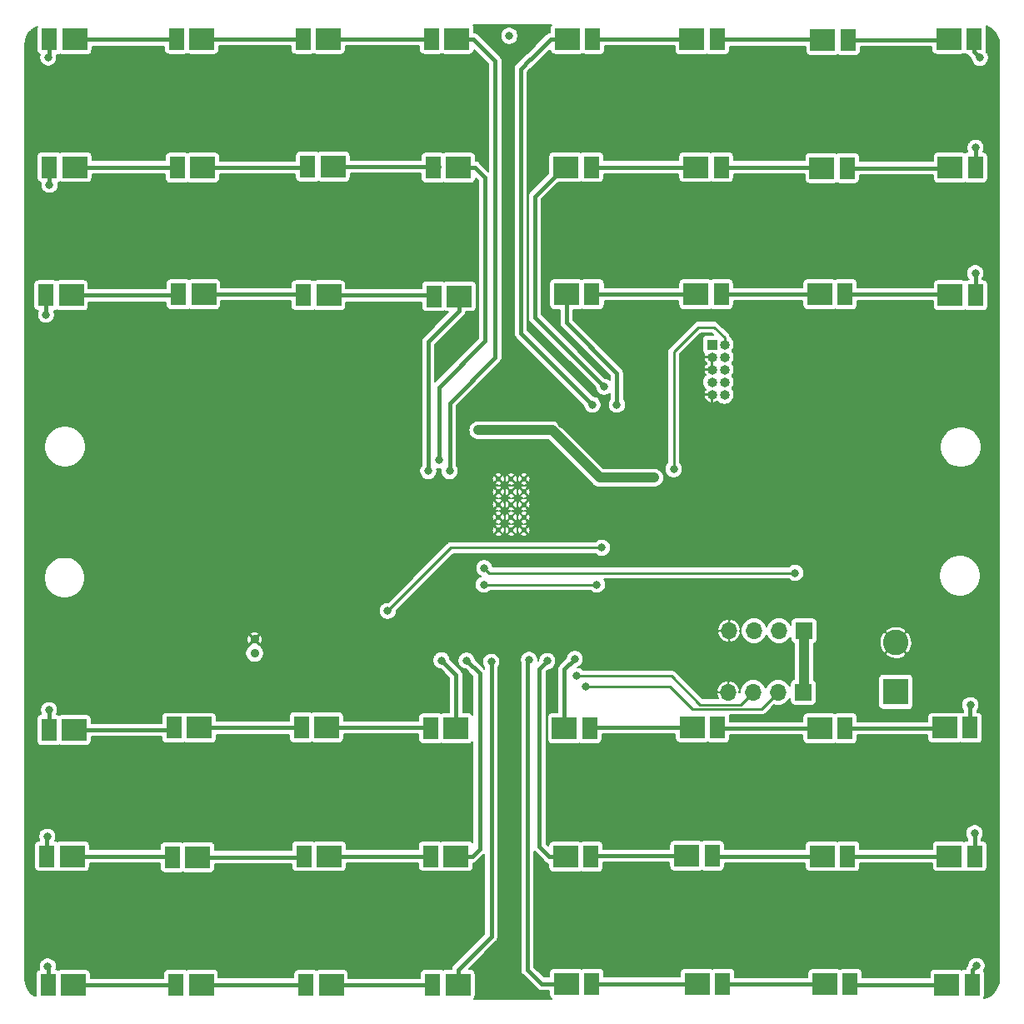
<source format=gbl>
G04 #@! TF.GenerationSoftware,KiCad,Pcbnew,(5.1.2-1)-1*
G04 #@! TF.CreationDate,2019-08-17T07:29:06+01:00*
G04 #@! TF.ProjectId,led_controller,6c65645f-636f-46e7-9472-6f6c6c65722e,rev?*
G04 #@! TF.SameCoordinates,Original*
G04 #@! TF.FileFunction,Copper,L2,Bot*
G04 #@! TF.FilePolarity,Positive*
%FSLAX46Y46*%
G04 Gerber Fmt 4.6, Leading zero omitted, Abs format (unit mm)*
G04 Created by KiCad (PCBNEW (5.1.2-1)-1) date 2019-08-17 07:29:06*
%MOMM*%
%LPD*%
G04 APERTURE LIST*
%ADD10C,0.600000*%
%ADD11O,1.700000X1.700000*%
%ADD12R,1.700000X1.700000*%
%ADD13R,1.550000X2.200000*%
%ADD14R,2.500000X2.200000*%
%ADD15R,2.600000X2.600000*%
%ADD16C,2.600000*%
%ADD17R,1.000000X1.000000*%
%ADD18O,1.000000X1.000000*%
%ADD19C,0.900000*%
%ADD20C,0.800000*%
%ADD21C,1.000000*%
%ADD22C,0.400000*%
%ADD23C,0.250000*%
%ADD24C,0.200000*%
G04 APERTURE END LIST*
D10*
X146587500Y-84175000D03*
X147887500Y-84175000D03*
X149187500Y-84175000D03*
X146587500Y-85475000D03*
X147887500Y-85475000D03*
X149187500Y-85475000D03*
X146587500Y-86775000D03*
X147887500Y-86775000D03*
X149187500Y-86775000D03*
X146587500Y-88075000D03*
X147887500Y-88075000D03*
X149187500Y-88075000D03*
X146587500Y-89375000D03*
X147887500Y-89375000D03*
X149187500Y-89375000D03*
D11*
X169955000Y-105850000D03*
X172495000Y-105850000D03*
X175035000Y-105850000D03*
D12*
X177575000Y-105850000D03*
D13*
X100975000Y-39500000D03*
D14*
X103550000Y-39500000D03*
X116475000Y-39450000D03*
D13*
X113900000Y-39450000D03*
X126750000Y-39450000D03*
D14*
X129325000Y-39450000D03*
X142375000Y-39450000D03*
D13*
X139800000Y-39450000D03*
D14*
X103550000Y-52475000D03*
D13*
X100975000Y-52475000D03*
X113975000Y-52525000D03*
D14*
X116550000Y-52525000D03*
D13*
X127225000Y-52425000D03*
D14*
X129800000Y-52425000D03*
X142550000Y-52525000D03*
D13*
X139975000Y-52525000D03*
D14*
X103200000Y-65500000D03*
D13*
X100625000Y-65500000D03*
X114075000Y-65400000D03*
D14*
X116650000Y-65400000D03*
X129350000Y-65500000D03*
D13*
X126775000Y-65500000D03*
X140025000Y-65600000D03*
D14*
X142600000Y-65600000D03*
D13*
X100925000Y-109675000D03*
D14*
X103500000Y-109675000D03*
X116200000Y-109450000D03*
D13*
X113625000Y-109450000D03*
X126575000Y-109400000D03*
D14*
X129150000Y-109400000D03*
X142300000Y-109500000D03*
D13*
X139725000Y-109500000D03*
X100725000Y-122500000D03*
D14*
X103300000Y-122500000D03*
X116050000Y-122600000D03*
D13*
X113475000Y-122600000D03*
X126825000Y-122500000D03*
D14*
X129400000Y-122500000D03*
X142300000Y-122500000D03*
D13*
X139725000Y-122500000D03*
X100825000Y-135600000D03*
D14*
X103400000Y-135600000D03*
X116400000Y-135550000D03*
D13*
X113825000Y-135550000D03*
X127050000Y-135600000D03*
D14*
X129625000Y-135600000D03*
X142500000Y-135550000D03*
D13*
X139925000Y-135550000D03*
X194725000Y-135550000D03*
D14*
X192150000Y-135550000D03*
X179750000Y-135500000D03*
D13*
X182325000Y-135500000D03*
X169375000Y-135450000D03*
D14*
X166800000Y-135450000D03*
X153500000Y-135450000D03*
D13*
X156075000Y-135450000D03*
X194975000Y-122500000D03*
D14*
X192400000Y-122500000D03*
X179500000Y-122500000D03*
D13*
X182075000Y-122500000D03*
X168300000Y-122450000D03*
D14*
X165725000Y-122450000D03*
X153425000Y-122550000D03*
D13*
X156000000Y-122550000D03*
X194525000Y-109450000D03*
D14*
X191950000Y-109450000D03*
X179250000Y-109500000D03*
D13*
X181825000Y-109500000D03*
X168875000Y-109400000D03*
D14*
X166300000Y-109400000D03*
X153300000Y-109500000D03*
D13*
X155875000Y-109500000D03*
X195075000Y-65500000D03*
D14*
X192500000Y-65500000D03*
X179250000Y-65400000D03*
D13*
X181825000Y-65400000D03*
X169225000Y-65400000D03*
D14*
X166650000Y-65400000D03*
X153525000Y-65400000D03*
D13*
X156100000Y-65400000D03*
X195075000Y-52525000D03*
D14*
X192500000Y-52525000D03*
X179450000Y-52575000D03*
D13*
X182025000Y-52575000D03*
X169225000Y-52475000D03*
D14*
X166650000Y-52475000D03*
X153450000Y-52475000D03*
D13*
X156025000Y-52475000D03*
X194925000Y-39450000D03*
D14*
X192350000Y-39450000D03*
X179550000Y-39550000D03*
D13*
X182125000Y-39550000D03*
X168825000Y-39500000D03*
D14*
X166250000Y-39500000D03*
X153600000Y-39450000D03*
D13*
X156175000Y-39450000D03*
D12*
X177650000Y-99600000D03*
D11*
X175110000Y-99600000D03*
X172570000Y-99600000D03*
X170030000Y-99600000D03*
D15*
X186975000Y-105800000D03*
D16*
X186975000Y-100800000D03*
D17*
X168300000Y-70525000D03*
D18*
X169570000Y-70525000D03*
X168300000Y-71795000D03*
X169570000Y-71795000D03*
X168300000Y-73065000D03*
X169570000Y-73065000D03*
X168300000Y-74335000D03*
X169570000Y-74335000D03*
X168300000Y-75605000D03*
X169570000Y-75605000D03*
D19*
X121825000Y-101875000D03*
X121825000Y-100475000D03*
D20*
X150750000Y-77650000D03*
X153050000Y-78600000D03*
X143225000Y-83950000D03*
X158800000Y-86200000D03*
X160425000Y-88250000D03*
X167925000Y-87000000D03*
X179150000Y-84375000D03*
X133250000Y-104050000D03*
X135300000Y-101850000D03*
X146475000Y-80950000D03*
X102250000Y-46275000D03*
X115825000Y-46275000D03*
X128625000Y-46275000D03*
X141525000Y-46175000D03*
X154525000Y-46175000D03*
X167375000Y-46275000D03*
X180950000Y-46375000D03*
X193900000Y-46475000D03*
X102150000Y-59625000D03*
X102150000Y-74325000D03*
X115825000Y-74500000D03*
X128825000Y-74325000D03*
X115825000Y-59625000D03*
X128925000Y-60275000D03*
X141675000Y-59900000D03*
X155025000Y-59350000D03*
X168000000Y-59225000D03*
X180875000Y-59350000D03*
X193850000Y-59225000D03*
X192975000Y-74250000D03*
X180350000Y-74250000D03*
X102100000Y-129275000D03*
X102100000Y-116475000D03*
X115800000Y-116475000D03*
X115800000Y-129275000D03*
X127975000Y-129275000D03*
X141525000Y-129725000D03*
X141075000Y-116775000D03*
X127675000Y-116325000D03*
X154375000Y-116900000D03*
X154525000Y-129100000D03*
X166325000Y-128975000D03*
X180375000Y-129100000D03*
X193150000Y-129250000D03*
X193450000Y-116475000D03*
X180100000Y-116325000D03*
X167025000Y-116475000D03*
X116025000Y-87875000D03*
X115850000Y-101450000D03*
X102075000Y-100925000D03*
X102075000Y-87350000D03*
X180800000Y-88050000D03*
X134925000Y-88000000D03*
X163425000Y-101625000D03*
X144575000Y-79225000D03*
X145925000Y-79225000D03*
X160725000Y-84025000D03*
X161825000Y-84025000D03*
X194975000Y-120175000D03*
X194550000Y-107150000D03*
X195050000Y-63275000D03*
X195075000Y-50525000D03*
X195520588Y-41371384D03*
X195164976Y-133648257D03*
X100802352Y-133722156D03*
X100750000Y-120525000D03*
X100925000Y-107650000D03*
X100625000Y-67475000D03*
X100975000Y-54275000D03*
X100844508Y-41341867D03*
X147700000Y-39150000D03*
X135350000Y-97575000D03*
X157100000Y-91150000D03*
X141625000Y-83375000D03*
X140550000Y-82250000D03*
X139475000Y-83372084D03*
X140800000Y-102600000D03*
X143350000Y-102625000D03*
X145875000Y-102750000D03*
X149700000Y-102550000D03*
X151550000Y-102675000D03*
X154350000Y-102450000D03*
X158625000Y-76625000D03*
X157350000Y-74800000D03*
X156150000Y-76625000D03*
X176750000Y-93725000D03*
X145150000Y-93225000D03*
X156600000Y-94900000D03*
X145100000Y-94899992D03*
X154575000Y-104200000D03*
X155500000Y-105225000D03*
X164400000Y-83175000D03*
D21*
X152046998Y-79225000D02*
X156871998Y-84050000D01*
X145925000Y-79225000D02*
X152046998Y-79225000D01*
X156871998Y-84050000D02*
X160800000Y-84050000D01*
X160800000Y-84050000D02*
X161550000Y-84050000D01*
X161550000Y-84050000D02*
X162400000Y-84050000D01*
X145925000Y-79225000D02*
X144575000Y-79225000D01*
D22*
X194975000Y-122500000D02*
X194975000Y-120175000D01*
X194525000Y-107175000D02*
X194550000Y-107150000D01*
X194525000Y-109450000D02*
X194525000Y-107175000D01*
X195075000Y-63300000D02*
X195050000Y-63275000D01*
X195075000Y-65500000D02*
X195075000Y-63300000D01*
X195075000Y-52525000D02*
X195075000Y-50525000D01*
X194925000Y-40775796D02*
X195520588Y-41371384D01*
X194925000Y-39450000D02*
X194925000Y-40775796D01*
X194725000Y-134088233D02*
X195164976Y-133648257D01*
X194725000Y-135550000D02*
X194725000Y-134088233D01*
X100825000Y-133744804D02*
X100802352Y-133722156D01*
X100825000Y-135600000D02*
X100825000Y-133744804D01*
X100725000Y-120550000D02*
X100750000Y-120525000D01*
X100725000Y-122500000D02*
X100725000Y-120550000D01*
X100925000Y-109675000D02*
X100925000Y-107650000D01*
X100625000Y-65500000D02*
X100625000Y-67475000D01*
X100975000Y-52475000D02*
X100975000Y-54275000D01*
X100975000Y-41211375D02*
X100844508Y-41341867D01*
X100975000Y-39500000D02*
X100975000Y-41211375D01*
D23*
X141775000Y-91150000D02*
X157100000Y-91150000D01*
X135350000Y-97575000D02*
X141775000Y-91150000D01*
D21*
X103701029Y-39450000D02*
X103668934Y-39417905D01*
D22*
X113850000Y-39500000D02*
X113900000Y-39450000D01*
X103550000Y-39500000D02*
X113850000Y-39500000D01*
X116475000Y-39450000D02*
X126750000Y-39450000D01*
X130975000Y-39450000D02*
X139800000Y-39450000D01*
X129325000Y-39450000D02*
X130975000Y-39450000D01*
X146275000Y-41700000D02*
X146275000Y-71800000D01*
X144025000Y-39450000D02*
X146275000Y-41700000D01*
X142375000Y-39450000D02*
X144025000Y-39450000D01*
X146275000Y-71800000D02*
X141625000Y-76450000D01*
X141625000Y-76450000D02*
X141625000Y-83375000D01*
X113925000Y-52475000D02*
X113975000Y-52525000D01*
X103550000Y-52475000D02*
X113925000Y-52475000D01*
X127125000Y-52525000D02*
X127225000Y-52425000D01*
X116550000Y-52525000D02*
X127125000Y-52525000D01*
X129800000Y-52425000D02*
X140550000Y-52425000D01*
X140450000Y-52525000D02*
X139975000Y-52525000D01*
X140550000Y-52425000D02*
X140450000Y-52525000D01*
X144200000Y-52525000D02*
X145250000Y-53575000D01*
X142550000Y-52525000D02*
X144200000Y-52525000D01*
X145250000Y-70150000D02*
X140525000Y-74875000D01*
X145250000Y-53575000D02*
X145250000Y-70150000D01*
X140550000Y-74900000D02*
X140525000Y-74875000D01*
X140550000Y-82250000D02*
X140550000Y-74900000D01*
X113975000Y-65500000D02*
X114075000Y-65400000D01*
X103200000Y-65500000D02*
X113975000Y-65500000D01*
X126675000Y-65400000D02*
X126775000Y-65500000D01*
X116650000Y-65400000D02*
X126675000Y-65400000D01*
X139925000Y-65500000D02*
X140025000Y-65600000D01*
X129350000Y-65500000D02*
X139925000Y-65500000D01*
X139475000Y-70225000D02*
X139475000Y-76675000D01*
X142600000Y-67100000D02*
X139475000Y-70225000D01*
X142600000Y-65600000D02*
X142600000Y-67100000D01*
X139475000Y-76675000D02*
X139475000Y-83372084D01*
X113400000Y-109675000D02*
X113625000Y-109450000D01*
X103500000Y-109675000D02*
X113400000Y-109675000D01*
X126525000Y-109450000D02*
X126575000Y-109400000D01*
X116200000Y-109450000D02*
X126525000Y-109450000D01*
X139625000Y-109400000D02*
X139725000Y-109500000D01*
X129150000Y-109400000D02*
X139625000Y-109400000D01*
X142300000Y-104100000D02*
X140800000Y-102600000D01*
X142300000Y-109500000D02*
X142300000Y-104100000D01*
X113375000Y-122500000D02*
X113475000Y-122600000D01*
X103300000Y-122500000D02*
X113375000Y-122500000D01*
X126725000Y-122600000D02*
X126825000Y-122500000D01*
X116050000Y-122600000D02*
X126725000Y-122600000D01*
X129400000Y-122500000D02*
X139725000Y-122500000D01*
X144675000Y-103950000D02*
X143350000Y-102625000D01*
X144675000Y-121775000D02*
X144675000Y-103950000D01*
X143950000Y-122500000D02*
X144675000Y-121775000D01*
X142300000Y-122500000D02*
X143950000Y-122500000D01*
X113775000Y-135600000D02*
X113825000Y-135550000D01*
X103400000Y-135600000D02*
X113775000Y-135600000D01*
X127000000Y-135550000D02*
X127050000Y-135600000D01*
X116400000Y-135550000D02*
X127000000Y-135550000D01*
X139875000Y-135600000D02*
X139925000Y-135550000D01*
X129625000Y-135600000D02*
X139875000Y-135600000D01*
X142500000Y-134050000D02*
X145875000Y-130675000D01*
X142500000Y-135550000D02*
X142500000Y-134050000D01*
X145875000Y-103315685D02*
X145875000Y-102750000D01*
X145875000Y-130675000D02*
X145875000Y-103315685D01*
X182375000Y-135550000D02*
X182325000Y-135500000D01*
X192150000Y-135550000D02*
X182375000Y-135550000D01*
X169425000Y-135500000D02*
X169375000Y-135450000D01*
X179750000Y-135500000D02*
X169425000Y-135500000D01*
X166800000Y-135450000D02*
X156075000Y-135450000D01*
X149550000Y-102700000D02*
X149700000Y-102550000D01*
X149550000Y-134050000D02*
X149550000Y-102700000D01*
X150950000Y-135450000D02*
X149550000Y-134050000D01*
X153500000Y-135450000D02*
X150950000Y-135450000D01*
X192400000Y-122500000D02*
X182075000Y-122500000D01*
X168350000Y-122500000D02*
X168300000Y-122450000D01*
X179500000Y-122500000D02*
X168350000Y-122500000D01*
X156100000Y-122450000D02*
X156000000Y-122550000D01*
X165725000Y-122450000D02*
X156100000Y-122450000D01*
X151775000Y-122550000D02*
X151750000Y-122575000D01*
X153425000Y-122550000D02*
X151775000Y-122550000D01*
X151750000Y-122575000D02*
X151750000Y-122525000D01*
X151750000Y-122525000D02*
X150750000Y-121525000D01*
X150750000Y-103475000D02*
X151550000Y-102675000D01*
X150750000Y-121525000D02*
X150750000Y-103475000D01*
X191900000Y-109500000D02*
X191950000Y-109450000D01*
X181825000Y-109500000D02*
X191900000Y-109500000D01*
X168975000Y-109500000D02*
X168875000Y-109400000D01*
X179250000Y-109500000D02*
X168975000Y-109500000D01*
X155975000Y-109400000D02*
X155875000Y-109500000D01*
X166300000Y-109400000D02*
X155975000Y-109400000D01*
X153300000Y-103500000D02*
X154350000Y-102450000D01*
X153300000Y-109500000D02*
X153300000Y-103500000D01*
X192400000Y-65400000D02*
X192500000Y-65500000D01*
X181825000Y-65400000D02*
X192400000Y-65400000D01*
X170400000Y-65400000D02*
X179250000Y-65400000D01*
X169225000Y-65400000D02*
X170400000Y-65400000D01*
X156100000Y-65400000D02*
X166650000Y-65400000D01*
X158625000Y-76625000D02*
X158625000Y-73400000D01*
X153525000Y-68300000D02*
X153525000Y-65400000D01*
X158625000Y-73400000D02*
X153525000Y-68300000D01*
X182025000Y-52575000D02*
X192450000Y-52575000D01*
X192450000Y-52575000D02*
X192500000Y-52525000D01*
X179350000Y-52475000D02*
X179450000Y-52575000D01*
X169225000Y-52475000D02*
X179350000Y-52475000D01*
X156025000Y-52475000D02*
X166650000Y-52475000D01*
X153300000Y-52475000D02*
X150300000Y-55475000D01*
X153450000Y-52475000D02*
X153300000Y-52475000D01*
X150300000Y-67750000D02*
X157350000Y-74800000D01*
X150300000Y-55475000D02*
X150300000Y-67750000D01*
X192250000Y-39550000D02*
X192350000Y-39450000D01*
X182125000Y-39550000D02*
X192250000Y-39550000D01*
X179500000Y-39500000D02*
X179550000Y-39550000D01*
X168825000Y-39500000D02*
X179500000Y-39500000D01*
X166200000Y-39450000D02*
X166250000Y-39500000D01*
X156175000Y-39450000D02*
X166200000Y-39450000D01*
X151950000Y-39450000D02*
X149875000Y-41525000D01*
X153600000Y-39450000D02*
X151950000Y-39450000D01*
X149825000Y-41525000D02*
X148850000Y-42500000D01*
X149875000Y-41525000D02*
X149825000Y-41525000D01*
X148850000Y-69325000D02*
X156150000Y-76625000D01*
X148850000Y-42500000D02*
X148850000Y-69325000D01*
D21*
X177650000Y-105775000D02*
X177575000Y-105850000D01*
X177650000Y-99600000D02*
X177650000Y-105775000D01*
D23*
X176750000Y-93725000D02*
X145650000Y-93725000D01*
X145650000Y-93725000D02*
X145549999Y-93624999D01*
X145549999Y-93624999D02*
X145150000Y-93225000D01*
X156600000Y-94900000D02*
X145100008Y-94900000D01*
X145100008Y-94900000D02*
X145100000Y-94899992D01*
X171245010Y-107099990D02*
X172495000Y-105850000D01*
X164175000Y-104200000D02*
X167074990Y-107099990D01*
X167074990Y-107099990D02*
X171245010Y-107099990D01*
X154575000Y-104200000D02*
X164175000Y-104200000D01*
X155500000Y-105225000D02*
X164000000Y-105225000D01*
X164000000Y-105225000D02*
X166325000Y-107550000D01*
X166325000Y-107550000D02*
X173335000Y-107550000D01*
X173335000Y-107550000D02*
X175035000Y-105850000D01*
X164400000Y-83175000D02*
X164400000Y-71250000D01*
X164400000Y-71250000D02*
X166900000Y-68750000D01*
X166900000Y-68750000D02*
X168502106Y-68750000D01*
X169570000Y-69817894D02*
X169570000Y-70525000D01*
X168502106Y-68750000D02*
X169570000Y-69817894D01*
D24*
G36*
X151932254Y-38070871D02*
G01*
X151885825Y-38157733D01*
X151857235Y-38251983D01*
X151847581Y-38350000D01*
X151847581Y-38756700D01*
X151812776Y-38760128D01*
X151681336Y-38800000D01*
X151680825Y-38800155D01*
X151559218Y-38865155D01*
X151479342Y-38930708D01*
X151452630Y-38952630D01*
X151430709Y-38979342D01*
X149510864Y-40899187D01*
X149434218Y-40940155D01*
X149400599Y-40967746D01*
X149327630Y-41027630D01*
X149305704Y-41054347D01*
X148379343Y-41980708D01*
X148352630Y-42002631D01*
X148330709Y-42029342D01*
X148330708Y-42029343D01*
X148265155Y-42109219D01*
X148218038Y-42197370D01*
X148200155Y-42230826D01*
X148160128Y-42362777D01*
X148150000Y-42465610D01*
X148146613Y-42500000D01*
X148150000Y-42534387D01*
X148150001Y-69290603D01*
X148146613Y-69325000D01*
X148151538Y-69375000D01*
X148160129Y-69462224D01*
X148162180Y-69468984D01*
X148200155Y-69594174D01*
X148265155Y-69715781D01*
X148323760Y-69787191D01*
X148352631Y-69822370D01*
X148379342Y-69844291D01*
X155250325Y-76715275D01*
X155284586Y-76887520D01*
X155352430Y-77051310D01*
X155450924Y-77198717D01*
X155576283Y-77324076D01*
X155723690Y-77422570D01*
X155887480Y-77490414D01*
X156061358Y-77525000D01*
X156238642Y-77525000D01*
X156412520Y-77490414D01*
X156576310Y-77422570D01*
X156723717Y-77324076D01*
X156849076Y-77198717D01*
X156947570Y-77051310D01*
X157015414Y-76887520D01*
X157050000Y-76713642D01*
X157050000Y-76536358D01*
X157015414Y-76362480D01*
X156947570Y-76198690D01*
X156849076Y-76051283D01*
X156723717Y-75925924D01*
X156576310Y-75827430D01*
X156412520Y-75759586D01*
X156240275Y-75725325D01*
X149550000Y-69035051D01*
X149550000Y-55475000D01*
X149596613Y-55475000D01*
X149600000Y-55509387D01*
X149600001Y-67715603D01*
X149596613Y-67750000D01*
X149610129Y-67887223D01*
X149650155Y-68019174D01*
X149715155Y-68140781D01*
X149738956Y-68169782D01*
X149802631Y-68247370D01*
X149829342Y-68269291D01*
X156450325Y-74890275D01*
X156484586Y-75062520D01*
X156552430Y-75226310D01*
X156650924Y-75373717D01*
X156776283Y-75499076D01*
X156923690Y-75597570D01*
X157087480Y-75665414D01*
X157261358Y-75700000D01*
X157438642Y-75700000D01*
X157612520Y-75665414D01*
X157776310Y-75597570D01*
X157923717Y-75499076D01*
X157925000Y-75497793D01*
X157925000Y-76052666D01*
X157827430Y-76198690D01*
X157759586Y-76362480D01*
X157725000Y-76536358D01*
X157725000Y-76713642D01*
X157759586Y-76887520D01*
X157827430Y-77051310D01*
X157925924Y-77198717D01*
X158051283Y-77324076D01*
X158198690Y-77422570D01*
X158362480Y-77490414D01*
X158536358Y-77525000D01*
X158713642Y-77525000D01*
X158887520Y-77490414D01*
X159051310Y-77422570D01*
X159198717Y-77324076D01*
X159324076Y-77198717D01*
X159422570Y-77051310D01*
X159490414Y-76887520D01*
X159525000Y-76713642D01*
X159525000Y-76536358D01*
X159490414Y-76362480D01*
X159422570Y-76198690D01*
X159325000Y-76052666D01*
X159325000Y-73434386D01*
X159328387Y-73399999D01*
X159321985Y-73335000D01*
X159314872Y-73262776D01*
X159274845Y-73130825D01*
X159226298Y-73040000D01*
X159209845Y-73009218D01*
X159144292Y-72929342D01*
X159144291Y-72929341D01*
X159122370Y-72902630D01*
X159095659Y-72880709D01*
X154225000Y-68010051D01*
X154225000Y-67002419D01*
X154775000Y-67002419D01*
X154873017Y-66992765D01*
X154967267Y-66964175D01*
X155050000Y-66919953D01*
X155132733Y-66964175D01*
X155226983Y-66992765D01*
X155325000Y-67002419D01*
X156875000Y-67002419D01*
X156973017Y-66992765D01*
X157067267Y-66964175D01*
X157154129Y-66917746D01*
X157230264Y-66855264D01*
X157292746Y-66779129D01*
X157339175Y-66692267D01*
X157367765Y-66598017D01*
X157377419Y-66500000D01*
X157377419Y-66100000D01*
X164897581Y-66100000D01*
X164897581Y-66500000D01*
X164907235Y-66598017D01*
X164935825Y-66692267D01*
X164982254Y-66779129D01*
X165044736Y-66855264D01*
X165120871Y-66917746D01*
X165207733Y-66964175D01*
X165301983Y-66992765D01*
X165400000Y-67002419D01*
X167900000Y-67002419D01*
X167998017Y-66992765D01*
X168092267Y-66964175D01*
X168175000Y-66919953D01*
X168257733Y-66964175D01*
X168351983Y-66992765D01*
X168450000Y-67002419D01*
X170000000Y-67002419D01*
X170098017Y-66992765D01*
X170192267Y-66964175D01*
X170279129Y-66917746D01*
X170355264Y-66855264D01*
X170417746Y-66779129D01*
X170464175Y-66692267D01*
X170492765Y-66598017D01*
X170502419Y-66500000D01*
X170502419Y-66100000D01*
X177497581Y-66100000D01*
X177497581Y-66500000D01*
X177507235Y-66598017D01*
X177535825Y-66692267D01*
X177582254Y-66779129D01*
X177644736Y-66855264D01*
X177720871Y-66917746D01*
X177807733Y-66964175D01*
X177901983Y-66992765D01*
X178000000Y-67002419D01*
X180500000Y-67002419D01*
X180598017Y-66992765D01*
X180692267Y-66964175D01*
X180775000Y-66919953D01*
X180857733Y-66964175D01*
X180951983Y-66992765D01*
X181050000Y-67002419D01*
X182600000Y-67002419D01*
X182698017Y-66992765D01*
X182792267Y-66964175D01*
X182879129Y-66917746D01*
X182955264Y-66855264D01*
X183017746Y-66779129D01*
X183064175Y-66692267D01*
X183092765Y-66598017D01*
X183102419Y-66500000D01*
X183102419Y-66100000D01*
X190747581Y-66100000D01*
X190747581Y-66600000D01*
X190757235Y-66698017D01*
X190785825Y-66792267D01*
X190832254Y-66879129D01*
X190894736Y-66955264D01*
X190970871Y-67017746D01*
X191057733Y-67064175D01*
X191151983Y-67092765D01*
X191250000Y-67102419D01*
X193750000Y-67102419D01*
X193848017Y-67092765D01*
X193942267Y-67064175D01*
X194025000Y-67019953D01*
X194107733Y-67064175D01*
X194201983Y-67092765D01*
X194300000Y-67102419D01*
X195850000Y-67102419D01*
X195948017Y-67092765D01*
X196042267Y-67064175D01*
X196129129Y-67017746D01*
X196205264Y-66955264D01*
X196267746Y-66879129D01*
X196314175Y-66792267D01*
X196342765Y-66698017D01*
X196352419Y-66600000D01*
X196352419Y-64400000D01*
X196342765Y-64301983D01*
X196314175Y-64207733D01*
X196267746Y-64120871D01*
X196205264Y-64044736D01*
X196129129Y-63982254D01*
X196042267Y-63935825D01*
X195948017Y-63907235D01*
X195850000Y-63897581D01*
X195775000Y-63897581D01*
X195775000Y-63809919D01*
X195847570Y-63701310D01*
X195915414Y-63537520D01*
X195950000Y-63363642D01*
X195950000Y-63186358D01*
X195915414Y-63012480D01*
X195847570Y-62848690D01*
X195749076Y-62701283D01*
X195623717Y-62575924D01*
X195476310Y-62477430D01*
X195312520Y-62409586D01*
X195138642Y-62375000D01*
X194961358Y-62375000D01*
X194787480Y-62409586D01*
X194623690Y-62477430D01*
X194476283Y-62575924D01*
X194350924Y-62701283D01*
X194252430Y-62848690D01*
X194184586Y-63012480D01*
X194150000Y-63186358D01*
X194150000Y-63363642D01*
X194184586Y-63537520D01*
X194252430Y-63701310D01*
X194350924Y-63848717D01*
X194375001Y-63872794D01*
X194375001Y-63897581D01*
X194300000Y-63897581D01*
X194201983Y-63907235D01*
X194107733Y-63935825D01*
X194025000Y-63980047D01*
X193942267Y-63935825D01*
X193848017Y-63907235D01*
X193750000Y-63897581D01*
X191250000Y-63897581D01*
X191151983Y-63907235D01*
X191057733Y-63935825D01*
X190970871Y-63982254D01*
X190894736Y-64044736D01*
X190832254Y-64120871D01*
X190785825Y-64207733D01*
X190757235Y-64301983D01*
X190747581Y-64400000D01*
X190747581Y-64700000D01*
X183102419Y-64700000D01*
X183102419Y-64300000D01*
X183092765Y-64201983D01*
X183064175Y-64107733D01*
X183017746Y-64020871D01*
X182955264Y-63944736D01*
X182879129Y-63882254D01*
X182792267Y-63835825D01*
X182698017Y-63807235D01*
X182600000Y-63797581D01*
X181050000Y-63797581D01*
X180951983Y-63807235D01*
X180857733Y-63835825D01*
X180775000Y-63880047D01*
X180692267Y-63835825D01*
X180598017Y-63807235D01*
X180500000Y-63797581D01*
X178000000Y-63797581D01*
X177901983Y-63807235D01*
X177807733Y-63835825D01*
X177720871Y-63882254D01*
X177644736Y-63944736D01*
X177582254Y-64020871D01*
X177535825Y-64107733D01*
X177507235Y-64201983D01*
X177497581Y-64300000D01*
X177497581Y-64700000D01*
X170502419Y-64700000D01*
X170502419Y-64300000D01*
X170492765Y-64201983D01*
X170464175Y-64107733D01*
X170417746Y-64020871D01*
X170355264Y-63944736D01*
X170279129Y-63882254D01*
X170192267Y-63835825D01*
X170098017Y-63807235D01*
X170000000Y-63797581D01*
X168450000Y-63797581D01*
X168351983Y-63807235D01*
X168257733Y-63835825D01*
X168175000Y-63880047D01*
X168092267Y-63835825D01*
X167998017Y-63807235D01*
X167900000Y-63797581D01*
X165400000Y-63797581D01*
X165301983Y-63807235D01*
X165207733Y-63835825D01*
X165120871Y-63882254D01*
X165044736Y-63944736D01*
X164982254Y-64020871D01*
X164935825Y-64107733D01*
X164907235Y-64201983D01*
X164897581Y-64300000D01*
X164897581Y-64700000D01*
X157377419Y-64700000D01*
X157377419Y-64300000D01*
X157367765Y-64201983D01*
X157339175Y-64107733D01*
X157292746Y-64020871D01*
X157230264Y-63944736D01*
X157154129Y-63882254D01*
X157067267Y-63835825D01*
X156973017Y-63807235D01*
X156875000Y-63797581D01*
X155325000Y-63797581D01*
X155226983Y-63807235D01*
X155132733Y-63835825D01*
X155050000Y-63880047D01*
X154967267Y-63835825D01*
X154873017Y-63807235D01*
X154775000Y-63797581D01*
X152275000Y-63797581D01*
X152176983Y-63807235D01*
X152082733Y-63835825D01*
X151995871Y-63882254D01*
X151919736Y-63944736D01*
X151857254Y-64020871D01*
X151810825Y-64107733D01*
X151782235Y-64201983D01*
X151772581Y-64300000D01*
X151772581Y-66500000D01*
X151782235Y-66598017D01*
X151810825Y-66692267D01*
X151857254Y-66779129D01*
X151919736Y-66855264D01*
X151995871Y-66917746D01*
X152082733Y-66964175D01*
X152176983Y-66992765D01*
X152275000Y-67002419D01*
X152825000Y-67002419D01*
X152825000Y-68265613D01*
X152821613Y-68300000D01*
X152825000Y-68334387D01*
X152825000Y-68334389D01*
X152835128Y-68437223D01*
X152875155Y-68569174D01*
X152940155Y-68690781D01*
X152988755Y-68750000D01*
X153027630Y-68797369D01*
X153054343Y-68819292D01*
X157925001Y-73689951D01*
X157925001Y-74102208D01*
X157923717Y-74100924D01*
X157776310Y-74002430D01*
X157612520Y-73934586D01*
X157440275Y-73900325D01*
X151000000Y-67460051D01*
X151000000Y-55764949D01*
X152687531Y-54077419D01*
X154700000Y-54077419D01*
X154798017Y-54067765D01*
X154892267Y-54039175D01*
X154975000Y-53994953D01*
X155057733Y-54039175D01*
X155151983Y-54067765D01*
X155250000Y-54077419D01*
X156800000Y-54077419D01*
X156898017Y-54067765D01*
X156992267Y-54039175D01*
X157079129Y-53992746D01*
X157155264Y-53930264D01*
X157217746Y-53854129D01*
X157264175Y-53767267D01*
X157292765Y-53673017D01*
X157302419Y-53575000D01*
X157302419Y-53175000D01*
X164897581Y-53175000D01*
X164897581Y-53575000D01*
X164907235Y-53673017D01*
X164935825Y-53767267D01*
X164982254Y-53854129D01*
X165044736Y-53930264D01*
X165120871Y-53992746D01*
X165207733Y-54039175D01*
X165301983Y-54067765D01*
X165400000Y-54077419D01*
X167900000Y-54077419D01*
X167998017Y-54067765D01*
X168092267Y-54039175D01*
X168175000Y-53994953D01*
X168257733Y-54039175D01*
X168351983Y-54067765D01*
X168450000Y-54077419D01*
X170000000Y-54077419D01*
X170098017Y-54067765D01*
X170192267Y-54039175D01*
X170279129Y-53992746D01*
X170355264Y-53930264D01*
X170417746Y-53854129D01*
X170464175Y-53767267D01*
X170492765Y-53673017D01*
X170502419Y-53575000D01*
X170502419Y-53175000D01*
X177697581Y-53175000D01*
X177697581Y-53675000D01*
X177707235Y-53773017D01*
X177735825Y-53867267D01*
X177782254Y-53954129D01*
X177844736Y-54030264D01*
X177920871Y-54092746D01*
X178007733Y-54139175D01*
X178101983Y-54167765D01*
X178200000Y-54177419D01*
X180700000Y-54177419D01*
X180798017Y-54167765D01*
X180892267Y-54139175D01*
X180975000Y-54094953D01*
X181057733Y-54139175D01*
X181151983Y-54167765D01*
X181250000Y-54177419D01*
X182800000Y-54177419D01*
X182898017Y-54167765D01*
X182992267Y-54139175D01*
X183079129Y-54092746D01*
X183155264Y-54030264D01*
X183217746Y-53954129D01*
X183264175Y-53867267D01*
X183292765Y-53773017D01*
X183302419Y-53675000D01*
X183302419Y-53275000D01*
X190747581Y-53275000D01*
X190747581Y-53625000D01*
X190757235Y-53723017D01*
X190785825Y-53817267D01*
X190832254Y-53904129D01*
X190894736Y-53980264D01*
X190970871Y-54042746D01*
X191057733Y-54089175D01*
X191151983Y-54117765D01*
X191250000Y-54127419D01*
X193750000Y-54127419D01*
X193848017Y-54117765D01*
X193942267Y-54089175D01*
X194025000Y-54044953D01*
X194107733Y-54089175D01*
X194201983Y-54117765D01*
X194300000Y-54127419D01*
X195850000Y-54127419D01*
X195948017Y-54117765D01*
X196042267Y-54089175D01*
X196129129Y-54042746D01*
X196205264Y-53980264D01*
X196267746Y-53904129D01*
X196314175Y-53817267D01*
X196342765Y-53723017D01*
X196352419Y-53625000D01*
X196352419Y-51425000D01*
X196342765Y-51326983D01*
X196314175Y-51232733D01*
X196267746Y-51145871D01*
X196205264Y-51069736D01*
X196129129Y-51007254D01*
X196042267Y-50960825D01*
X195948017Y-50932235D01*
X195883119Y-50925843D01*
X195940414Y-50787520D01*
X195975000Y-50613642D01*
X195975000Y-50436358D01*
X195940414Y-50262480D01*
X195872570Y-50098690D01*
X195774076Y-49951283D01*
X195648717Y-49825924D01*
X195501310Y-49727430D01*
X195337520Y-49659586D01*
X195163642Y-49625000D01*
X194986358Y-49625000D01*
X194812480Y-49659586D01*
X194648690Y-49727430D01*
X194501283Y-49825924D01*
X194375924Y-49951283D01*
X194277430Y-50098690D01*
X194209586Y-50262480D01*
X194175000Y-50436358D01*
X194175000Y-50613642D01*
X194209586Y-50787520D01*
X194266881Y-50925843D01*
X194201983Y-50932235D01*
X194107733Y-50960825D01*
X194025000Y-51005047D01*
X193942267Y-50960825D01*
X193848017Y-50932235D01*
X193750000Y-50922581D01*
X191250000Y-50922581D01*
X191151983Y-50932235D01*
X191057733Y-50960825D01*
X190970871Y-51007254D01*
X190894736Y-51069736D01*
X190832254Y-51145871D01*
X190785825Y-51232733D01*
X190757235Y-51326983D01*
X190747581Y-51425000D01*
X190747581Y-51875000D01*
X183302419Y-51875000D01*
X183302419Y-51475000D01*
X183292765Y-51376983D01*
X183264175Y-51282733D01*
X183217746Y-51195871D01*
X183155264Y-51119736D01*
X183079129Y-51057254D01*
X182992267Y-51010825D01*
X182898017Y-50982235D01*
X182800000Y-50972581D01*
X181250000Y-50972581D01*
X181151983Y-50982235D01*
X181057733Y-51010825D01*
X180975000Y-51055047D01*
X180892267Y-51010825D01*
X180798017Y-50982235D01*
X180700000Y-50972581D01*
X178200000Y-50972581D01*
X178101983Y-50982235D01*
X178007733Y-51010825D01*
X177920871Y-51057254D01*
X177844736Y-51119736D01*
X177782254Y-51195871D01*
X177735825Y-51282733D01*
X177707235Y-51376983D01*
X177697581Y-51475000D01*
X177697581Y-51775000D01*
X170502419Y-51775000D01*
X170502419Y-51375000D01*
X170492765Y-51276983D01*
X170464175Y-51182733D01*
X170417746Y-51095871D01*
X170355264Y-51019736D01*
X170279129Y-50957254D01*
X170192267Y-50910825D01*
X170098017Y-50882235D01*
X170000000Y-50872581D01*
X168450000Y-50872581D01*
X168351983Y-50882235D01*
X168257733Y-50910825D01*
X168175000Y-50955047D01*
X168092267Y-50910825D01*
X167998017Y-50882235D01*
X167900000Y-50872581D01*
X165400000Y-50872581D01*
X165301983Y-50882235D01*
X165207733Y-50910825D01*
X165120871Y-50957254D01*
X165044736Y-51019736D01*
X164982254Y-51095871D01*
X164935825Y-51182733D01*
X164907235Y-51276983D01*
X164897581Y-51375000D01*
X164897581Y-51775000D01*
X157302419Y-51775000D01*
X157302419Y-51375000D01*
X157292765Y-51276983D01*
X157264175Y-51182733D01*
X157217746Y-51095871D01*
X157155264Y-51019736D01*
X157079129Y-50957254D01*
X156992267Y-50910825D01*
X156898017Y-50882235D01*
X156800000Y-50872581D01*
X155250000Y-50872581D01*
X155151983Y-50882235D01*
X155057733Y-50910825D01*
X154975000Y-50955047D01*
X154892267Y-50910825D01*
X154798017Y-50882235D01*
X154700000Y-50872581D01*
X152200000Y-50872581D01*
X152101983Y-50882235D01*
X152007733Y-50910825D01*
X151920871Y-50957254D01*
X151844736Y-51019736D01*
X151782254Y-51095871D01*
X151735825Y-51182733D01*
X151707235Y-51276983D01*
X151697581Y-51375000D01*
X151697581Y-53087469D01*
X149829343Y-54955708D01*
X149802630Y-54977631D01*
X149780709Y-55004342D01*
X149780708Y-55004343D01*
X149715155Y-55084219D01*
X149666632Y-55175000D01*
X149650155Y-55205826D01*
X149610128Y-55337777D01*
X149600000Y-55440610D01*
X149596613Y-55475000D01*
X149550000Y-55475000D01*
X149550000Y-42789949D01*
X150189137Y-42150812D01*
X150265781Y-42109845D01*
X150372370Y-42022370D01*
X150394296Y-41995653D01*
X151847581Y-40542369D01*
X151847581Y-40550000D01*
X151857235Y-40648017D01*
X151885825Y-40742267D01*
X151932254Y-40829129D01*
X151994736Y-40905264D01*
X152070871Y-40967746D01*
X152157733Y-41014175D01*
X152251983Y-41042765D01*
X152350000Y-41052419D01*
X154850000Y-41052419D01*
X154948017Y-41042765D01*
X155042267Y-41014175D01*
X155125000Y-40969953D01*
X155207733Y-41014175D01*
X155301983Y-41042765D01*
X155400000Y-41052419D01*
X156950000Y-41052419D01*
X157048017Y-41042765D01*
X157142267Y-41014175D01*
X157229129Y-40967746D01*
X157305264Y-40905264D01*
X157367746Y-40829129D01*
X157414175Y-40742267D01*
X157442765Y-40648017D01*
X157452419Y-40550000D01*
X157452419Y-40150000D01*
X164497581Y-40150000D01*
X164497581Y-40600000D01*
X164507235Y-40698017D01*
X164535825Y-40792267D01*
X164582254Y-40879129D01*
X164644736Y-40955264D01*
X164720871Y-41017746D01*
X164807733Y-41064175D01*
X164901983Y-41092765D01*
X165000000Y-41102419D01*
X167500000Y-41102419D01*
X167598017Y-41092765D01*
X167692267Y-41064175D01*
X167775000Y-41019953D01*
X167857733Y-41064175D01*
X167951983Y-41092765D01*
X168050000Y-41102419D01*
X169600000Y-41102419D01*
X169698017Y-41092765D01*
X169792267Y-41064175D01*
X169879129Y-41017746D01*
X169955264Y-40955264D01*
X170017746Y-40879129D01*
X170064175Y-40792267D01*
X170092765Y-40698017D01*
X170102419Y-40600000D01*
X170102419Y-40200000D01*
X177797581Y-40200000D01*
X177797581Y-40650000D01*
X177807235Y-40748017D01*
X177835825Y-40842267D01*
X177882254Y-40929129D01*
X177944736Y-41005264D01*
X178020871Y-41067746D01*
X178107733Y-41114175D01*
X178201983Y-41142765D01*
X178300000Y-41152419D01*
X180800000Y-41152419D01*
X180898017Y-41142765D01*
X180992267Y-41114175D01*
X181075000Y-41069953D01*
X181157733Y-41114175D01*
X181251983Y-41142765D01*
X181350000Y-41152419D01*
X182900000Y-41152419D01*
X182998017Y-41142765D01*
X183092267Y-41114175D01*
X183179129Y-41067746D01*
X183255264Y-41005264D01*
X183317746Y-40929129D01*
X183364175Y-40842267D01*
X183392765Y-40748017D01*
X183402419Y-40650000D01*
X183402419Y-40250000D01*
X190597581Y-40250000D01*
X190597581Y-40550000D01*
X190607235Y-40648017D01*
X190635825Y-40742267D01*
X190682254Y-40829129D01*
X190744736Y-40905264D01*
X190820871Y-40967746D01*
X190907733Y-41014175D01*
X191001983Y-41042765D01*
X191100000Y-41052419D01*
X193600000Y-41052419D01*
X193698017Y-41042765D01*
X193792267Y-41014175D01*
X193875000Y-40969953D01*
X193957733Y-41014175D01*
X194051983Y-41042765D01*
X194150000Y-41052419D01*
X194279137Y-41052419D01*
X194340155Y-41166577D01*
X194405708Y-41246453D01*
X194427631Y-41273166D01*
X194454342Y-41295087D01*
X194620913Y-41461658D01*
X194655174Y-41633904D01*
X194723018Y-41797694D01*
X194821512Y-41945101D01*
X194946871Y-42070460D01*
X195094278Y-42168954D01*
X195258068Y-42236798D01*
X195431946Y-42271384D01*
X195609230Y-42271384D01*
X195783108Y-42236798D01*
X195946898Y-42168954D01*
X196094305Y-42070460D01*
X196219664Y-41945101D01*
X196318158Y-41797694D01*
X196386002Y-41633904D01*
X196420588Y-41460026D01*
X196420588Y-41282742D01*
X196386002Y-41108864D01*
X196318158Y-40945074D01*
X196219664Y-40797667D01*
X196164196Y-40742199D01*
X196192765Y-40648017D01*
X196202419Y-40550000D01*
X196202419Y-38350000D01*
X196192765Y-38251983D01*
X196164175Y-38157733D01*
X196159207Y-38148438D01*
X196251657Y-38176350D01*
X196591557Y-38357079D01*
X196889878Y-38600383D01*
X197135263Y-38897003D01*
X197318360Y-39235635D01*
X197432195Y-39603376D01*
X197475000Y-40010642D01*
X197475001Y-134974317D01*
X197434917Y-135383122D01*
X197323650Y-135751657D01*
X197142923Y-136091555D01*
X196899617Y-136389878D01*
X196602997Y-136635263D01*
X196264369Y-136818359D01*
X195919970Y-136924968D01*
X195964175Y-136842267D01*
X195992765Y-136748017D01*
X196002419Y-136650000D01*
X196002419Y-134450000D01*
X195992765Y-134351983D01*
X195964175Y-134257733D01*
X195917746Y-134170871D01*
X195906971Y-134157741D01*
X195962546Y-134074567D01*
X196030390Y-133910777D01*
X196064976Y-133736899D01*
X196064976Y-133559615D01*
X196030390Y-133385737D01*
X195962546Y-133221947D01*
X195864052Y-133074540D01*
X195738693Y-132949181D01*
X195591286Y-132850687D01*
X195427496Y-132782843D01*
X195253618Y-132748257D01*
X195076334Y-132748257D01*
X194902456Y-132782843D01*
X194738666Y-132850687D01*
X194591259Y-132949181D01*
X194465900Y-133074540D01*
X194367406Y-133221947D01*
X194299562Y-133385737D01*
X194265301Y-133557983D01*
X194254342Y-133568942D01*
X194227631Y-133590863D01*
X194205710Y-133617574D01*
X194205708Y-133617576D01*
X194140155Y-133697452D01*
X194075155Y-133819059D01*
X194054902Y-133885825D01*
X194045315Y-133917432D01*
X194036169Y-133947581D01*
X193950000Y-133947581D01*
X193851983Y-133957235D01*
X193757733Y-133985825D01*
X193675000Y-134030047D01*
X193592267Y-133985825D01*
X193498017Y-133957235D01*
X193400000Y-133947581D01*
X190900000Y-133947581D01*
X190801983Y-133957235D01*
X190707733Y-133985825D01*
X190620871Y-134032254D01*
X190544736Y-134094736D01*
X190482254Y-134170871D01*
X190435825Y-134257733D01*
X190407235Y-134351983D01*
X190397581Y-134450000D01*
X190397581Y-134850000D01*
X183602419Y-134850000D01*
X183602419Y-134400000D01*
X183592765Y-134301983D01*
X183564175Y-134207733D01*
X183517746Y-134120871D01*
X183455264Y-134044736D01*
X183379129Y-133982254D01*
X183292267Y-133935825D01*
X183198017Y-133907235D01*
X183100000Y-133897581D01*
X181550000Y-133897581D01*
X181451983Y-133907235D01*
X181357733Y-133935825D01*
X181275000Y-133980047D01*
X181192267Y-133935825D01*
X181098017Y-133907235D01*
X181000000Y-133897581D01*
X178500000Y-133897581D01*
X178401983Y-133907235D01*
X178307733Y-133935825D01*
X178220871Y-133982254D01*
X178144736Y-134044736D01*
X178082254Y-134120871D01*
X178035825Y-134207733D01*
X178007235Y-134301983D01*
X177997581Y-134400000D01*
X177997581Y-134800000D01*
X170652419Y-134800000D01*
X170652419Y-134350000D01*
X170642765Y-134251983D01*
X170614175Y-134157733D01*
X170567746Y-134070871D01*
X170505264Y-133994736D01*
X170429129Y-133932254D01*
X170342267Y-133885825D01*
X170248017Y-133857235D01*
X170150000Y-133847581D01*
X168600000Y-133847581D01*
X168501983Y-133857235D01*
X168407733Y-133885825D01*
X168325000Y-133930047D01*
X168242267Y-133885825D01*
X168148017Y-133857235D01*
X168050000Y-133847581D01*
X165550000Y-133847581D01*
X165451983Y-133857235D01*
X165357733Y-133885825D01*
X165270871Y-133932254D01*
X165194736Y-133994736D01*
X165132254Y-134070871D01*
X165085825Y-134157733D01*
X165057235Y-134251983D01*
X165047581Y-134350000D01*
X165047581Y-134750000D01*
X157352419Y-134750000D01*
X157352419Y-134350000D01*
X157342765Y-134251983D01*
X157314175Y-134157733D01*
X157267746Y-134070871D01*
X157205264Y-133994736D01*
X157129129Y-133932254D01*
X157042267Y-133885825D01*
X156948017Y-133857235D01*
X156850000Y-133847581D01*
X155300000Y-133847581D01*
X155201983Y-133857235D01*
X155107733Y-133885825D01*
X155025000Y-133930047D01*
X154942267Y-133885825D01*
X154848017Y-133857235D01*
X154750000Y-133847581D01*
X152250000Y-133847581D01*
X152151983Y-133857235D01*
X152057733Y-133885825D01*
X151970871Y-133932254D01*
X151894736Y-133994736D01*
X151832254Y-134070871D01*
X151785825Y-134157733D01*
X151757235Y-134251983D01*
X151747581Y-134350000D01*
X151747581Y-134750000D01*
X151239950Y-134750000D01*
X150250000Y-133760051D01*
X150250000Y-122019164D01*
X150252630Y-122022369D01*
X150279343Y-122044292D01*
X151124189Y-122889139D01*
X151165155Y-122965781D01*
X151191079Y-122997369D01*
X151252630Y-123072369D01*
X151359219Y-123159845D01*
X151480825Y-123224845D01*
X151612776Y-123264872D01*
X151672581Y-123270762D01*
X151672581Y-123650000D01*
X151682235Y-123748017D01*
X151710825Y-123842267D01*
X151757254Y-123929129D01*
X151819736Y-124005264D01*
X151895871Y-124067746D01*
X151982733Y-124114175D01*
X152076983Y-124142765D01*
X152175000Y-124152419D01*
X154675000Y-124152419D01*
X154773017Y-124142765D01*
X154867267Y-124114175D01*
X154950000Y-124069953D01*
X155032733Y-124114175D01*
X155126983Y-124142765D01*
X155225000Y-124152419D01*
X156775000Y-124152419D01*
X156873017Y-124142765D01*
X156967267Y-124114175D01*
X157054129Y-124067746D01*
X157130264Y-124005264D01*
X157192746Y-123929129D01*
X157239175Y-123842267D01*
X157267765Y-123748017D01*
X157277419Y-123650000D01*
X157277419Y-123150000D01*
X163972581Y-123150000D01*
X163972581Y-123550000D01*
X163982235Y-123648017D01*
X164010825Y-123742267D01*
X164057254Y-123829129D01*
X164119736Y-123905264D01*
X164195871Y-123967746D01*
X164282733Y-124014175D01*
X164376983Y-124042765D01*
X164475000Y-124052419D01*
X166975000Y-124052419D01*
X167073017Y-124042765D01*
X167167267Y-124014175D01*
X167250000Y-123969953D01*
X167332733Y-124014175D01*
X167426983Y-124042765D01*
X167525000Y-124052419D01*
X169075000Y-124052419D01*
X169173017Y-124042765D01*
X169267267Y-124014175D01*
X169354129Y-123967746D01*
X169430264Y-123905264D01*
X169492746Y-123829129D01*
X169539175Y-123742267D01*
X169567765Y-123648017D01*
X169577419Y-123550000D01*
X169577419Y-123200000D01*
X177747581Y-123200000D01*
X177747581Y-123600000D01*
X177757235Y-123698017D01*
X177785825Y-123792267D01*
X177832254Y-123879129D01*
X177894736Y-123955264D01*
X177970871Y-124017746D01*
X178057733Y-124064175D01*
X178151983Y-124092765D01*
X178250000Y-124102419D01*
X180750000Y-124102419D01*
X180848017Y-124092765D01*
X180942267Y-124064175D01*
X181025000Y-124019953D01*
X181107733Y-124064175D01*
X181201983Y-124092765D01*
X181300000Y-124102419D01*
X182850000Y-124102419D01*
X182948017Y-124092765D01*
X183042267Y-124064175D01*
X183129129Y-124017746D01*
X183205264Y-123955264D01*
X183267746Y-123879129D01*
X183314175Y-123792267D01*
X183342765Y-123698017D01*
X183352419Y-123600000D01*
X183352419Y-123200000D01*
X190647581Y-123200000D01*
X190647581Y-123600000D01*
X190657235Y-123698017D01*
X190685825Y-123792267D01*
X190732254Y-123879129D01*
X190794736Y-123955264D01*
X190870871Y-124017746D01*
X190957733Y-124064175D01*
X191051983Y-124092765D01*
X191150000Y-124102419D01*
X193650000Y-124102419D01*
X193748017Y-124092765D01*
X193842267Y-124064175D01*
X193925000Y-124019953D01*
X194007733Y-124064175D01*
X194101983Y-124092765D01*
X194200000Y-124102419D01*
X195750000Y-124102419D01*
X195848017Y-124092765D01*
X195942267Y-124064175D01*
X196029129Y-124017746D01*
X196105264Y-123955264D01*
X196167746Y-123879129D01*
X196214175Y-123792267D01*
X196242765Y-123698017D01*
X196252419Y-123600000D01*
X196252419Y-121400000D01*
X196242765Y-121301983D01*
X196214175Y-121207733D01*
X196167746Y-121120871D01*
X196105264Y-121044736D01*
X196029129Y-120982254D01*
X195942267Y-120935825D01*
X195848017Y-120907235D01*
X195750000Y-120897581D01*
X195675000Y-120897581D01*
X195675000Y-120747334D01*
X195772570Y-120601310D01*
X195840414Y-120437520D01*
X195875000Y-120263642D01*
X195875000Y-120086358D01*
X195840414Y-119912480D01*
X195772570Y-119748690D01*
X195674076Y-119601283D01*
X195548717Y-119475924D01*
X195401310Y-119377430D01*
X195237520Y-119309586D01*
X195063642Y-119275000D01*
X194886358Y-119275000D01*
X194712480Y-119309586D01*
X194548690Y-119377430D01*
X194401283Y-119475924D01*
X194275924Y-119601283D01*
X194177430Y-119748690D01*
X194109586Y-119912480D01*
X194075000Y-120086358D01*
X194075000Y-120263642D01*
X194109586Y-120437520D01*
X194177430Y-120601310D01*
X194275001Y-120747335D01*
X194275001Y-120897581D01*
X194200000Y-120897581D01*
X194101983Y-120907235D01*
X194007733Y-120935825D01*
X193925000Y-120980047D01*
X193842267Y-120935825D01*
X193748017Y-120907235D01*
X193650000Y-120897581D01*
X191150000Y-120897581D01*
X191051983Y-120907235D01*
X190957733Y-120935825D01*
X190870871Y-120982254D01*
X190794736Y-121044736D01*
X190732254Y-121120871D01*
X190685825Y-121207733D01*
X190657235Y-121301983D01*
X190647581Y-121400000D01*
X190647581Y-121800000D01*
X183352419Y-121800000D01*
X183352419Y-121400000D01*
X183342765Y-121301983D01*
X183314175Y-121207733D01*
X183267746Y-121120871D01*
X183205264Y-121044736D01*
X183129129Y-120982254D01*
X183042267Y-120935825D01*
X182948017Y-120907235D01*
X182850000Y-120897581D01*
X181300000Y-120897581D01*
X181201983Y-120907235D01*
X181107733Y-120935825D01*
X181025000Y-120980047D01*
X180942267Y-120935825D01*
X180848017Y-120907235D01*
X180750000Y-120897581D01*
X178250000Y-120897581D01*
X178151983Y-120907235D01*
X178057733Y-120935825D01*
X177970871Y-120982254D01*
X177894736Y-121044736D01*
X177832254Y-121120871D01*
X177785825Y-121207733D01*
X177757235Y-121301983D01*
X177747581Y-121400000D01*
X177747581Y-121800000D01*
X169577419Y-121800000D01*
X169577419Y-121350000D01*
X169567765Y-121251983D01*
X169539175Y-121157733D01*
X169492746Y-121070871D01*
X169430264Y-120994736D01*
X169354129Y-120932254D01*
X169267267Y-120885825D01*
X169173017Y-120857235D01*
X169075000Y-120847581D01*
X167525000Y-120847581D01*
X167426983Y-120857235D01*
X167332733Y-120885825D01*
X167250000Y-120930047D01*
X167167267Y-120885825D01*
X167073017Y-120857235D01*
X166975000Y-120847581D01*
X164475000Y-120847581D01*
X164376983Y-120857235D01*
X164282733Y-120885825D01*
X164195871Y-120932254D01*
X164119736Y-120994736D01*
X164057254Y-121070871D01*
X164010825Y-121157733D01*
X163982235Y-121251983D01*
X163972581Y-121350000D01*
X163972581Y-121750000D01*
X157277419Y-121750000D01*
X157277419Y-121450000D01*
X157267765Y-121351983D01*
X157239175Y-121257733D01*
X157192746Y-121170871D01*
X157130264Y-121094736D01*
X157054129Y-121032254D01*
X156967267Y-120985825D01*
X156873017Y-120957235D01*
X156775000Y-120947581D01*
X155225000Y-120947581D01*
X155126983Y-120957235D01*
X155032733Y-120985825D01*
X154950000Y-121030047D01*
X154867267Y-120985825D01*
X154773017Y-120957235D01*
X154675000Y-120947581D01*
X152175000Y-120947581D01*
X152076983Y-120957235D01*
X151982733Y-120985825D01*
X151895871Y-121032254D01*
X151819736Y-121094736D01*
X151757254Y-121170871D01*
X151710825Y-121257733D01*
X151682235Y-121351983D01*
X151672581Y-121450000D01*
X151672581Y-121457632D01*
X151450000Y-121235051D01*
X151450000Y-108400000D01*
X151547581Y-108400000D01*
X151547581Y-110600000D01*
X151557235Y-110698017D01*
X151585825Y-110792267D01*
X151632254Y-110879129D01*
X151694736Y-110955264D01*
X151770871Y-111017746D01*
X151857733Y-111064175D01*
X151951983Y-111092765D01*
X152050000Y-111102419D01*
X154550000Y-111102419D01*
X154648017Y-111092765D01*
X154742267Y-111064175D01*
X154825000Y-111019953D01*
X154907733Y-111064175D01*
X155001983Y-111092765D01*
X155100000Y-111102419D01*
X156650000Y-111102419D01*
X156748017Y-111092765D01*
X156842267Y-111064175D01*
X156929129Y-111017746D01*
X157005264Y-110955264D01*
X157067746Y-110879129D01*
X157114175Y-110792267D01*
X157142765Y-110698017D01*
X157152419Y-110600000D01*
X157152419Y-110100000D01*
X164547581Y-110100000D01*
X164547581Y-110500000D01*
X164557235Y-110598017D01*
X164585825Y-110692267D01*
X164632254Y-110779129D01*
X164694736Y-110855264D01*
X164770871Y-110917746D01*
X164857733Y-110964175D01*
X164951983Y-110992765D01*
X165050000Y-111002419D01*
X167550000Y-111002419D01*
X167648017Y-110992765D01*
X167742267Y-110964175D01*
X167825000Y-110919953D01*
X167907733Y-110964175D01*
X168001983Y-110992765D01*
X168100000Y-111002419D01*
X169650000Y-111002419D01*
X169748017Y-110992765D01*
X169842267Y-110964175D01*
X169929129Y-110917746D01*
X170005264Y-110855264D01*
X170067746Y-110779129D01*
X170114175Y-110692267D01*
X170142765Y-110598017D01*
X170152419Y-110500000D01*
X170152419Y-110200000D01*
X177497581Y-110200000D01*
X177497581Y-110600000D01*
X177507235Y-110698017D01*
X177535825Y-110792267D01*
X177582254Y-110879129D01*
X177644736Y-110955264D01*
X177720871Y-111017746D01*
X177807733Y-111064175D01*
X177901983Y-111092765D01*
X178000000Y-111102419D01*
X180500000Y-111102419D01*
X180598017Y-111092765D01*
X180692267Y-111064175D01*
X180775000Y-111019953D01*
X180857733Y-111064175D01*
X180951983Y-111092765D01*
X181050000Y-111102419D01*
X182600000Y-111102419D01*
X182698017Y-111092765D01*
X182792267Y-111064175D01*
X182879129Y-111017746D01*
X182955264Y-110955264D01*
X183017746Y-110879129D01*
X183064175Y-110792267D01*
X183092765Y-110698017D01*
X183102419Y-110600000D01*
X183102419Y-110200000D01*
X190197581Y-110200000D01*
X190197581Y-110550000D01*
X190207235Y-110648017D01*
X190235825Y-110742267D01*
X190282254Y-110829129D01*
X190344736Y-110905264D01*
X190420871Y-110967746D01*
X190507733Y-111014175D01*
X190601983Y-111042765D01*
X190700000Y-111052419D01*
X193200000Y-111052419D01*
X193298017Y-111042765D01*
X193392267Y-111014175D01*
X193475000Y-110969953D01*
X193557733Y-111014175D01*
X193651983Y-111042765D01*
X193750000Y-111052419D01*
X195300000Y-111052419D01*
X195398017Y-111042765D01*
X195492267Y-111014175D01*
X195579129Y-110967746D01*
X195655264Y-110905264D01*
X195717746Y-110829129D01*
X195764175Y-110742267D01*
X195792765Y-110648017D01*
X195802419Y-110550000D01*
X195802419Y-108350000D01*
X195792765Y-108251983D01*
X195764175Y-108157733D01*
X195717746Y-108070871D01*
X195655264Y-107994736D01*
X195579129Y-107932254D01*
X195492267Y-107885825D01*
X195398017Y-107857235D01*
X195300000Y-107847581D01*
X195225000Y-107847581D01*
X195225000Y-107747793D01*
X195249076Y-107723717D01*
X195347570Y-107576310D01*
X195415414Y-107412520D01*
X195450000Y-107238642D01*
X195450000Y-107061358D01*
X195415414Y-106887480D01*
X195347570Y-106723690D01*
X195249076Y-106576283D01*
X195123717Y-106450924D01*
X194976310Y-106352430D01*
X194812520Y-106284586D01*
X194638642Y-106250000D01*
X194461358Y-106250000D01*
X194287480Y-106284586D01*
X194123690Y-106352430D01*
X193976283Y-106450924D01*
X193850924Y-106576283D01*
X193752430Y-106723690D01*
X193684586Y-106887480D01*
X193650000Y-107061358D01*
X193650000Y-107238642D01*
X193684586Y-107412520D01*
X193752430Y-107576310D01*
X193825001Y-107684920D01*
X193825001Y-107847581D01*
X193750000Y-107847581D01*
X193651983Y-107857235D01*
X193557733Y-107885825D01*
X193475000Y-107930047D01*
X193392267Y-107885825D01*
X193298017Y-107857235D01*
X193200000Y-107847581D01*
X190700000Y-107847581D01*
X190601983Y-107857235D01*
X190507733Y-107885825D01*
X190420871Y-107932254D01*
X190344736Y-107994736D01*
X190282254Y-108070871D01*
X190235825Y-108157733D01*
X190207235Y-108251983D01*
X190197581Y-108350000D01*
X190197581Y-108800000D01*
X183102419Y-108800000D01*
X183102419Y-108400000D01*
X183092765Y-108301983D01*
X183064175Y-108207733D01*
X183017746Y-108120871D01*
X182955264Y-108044736D01*
X182879129Y-107982254D01*
X182792267Y-107935825D01*
X182698017Y-107907235D01*
X182600000Y-107897581D01*
X181050000Y-107897581D01*
X180951983Y-107907235D01*
X180857733Y-107935825D01*
X180775000Y-107980047D01*
X180692267Y-107935825D01*
X180598017Y-107907235D01*
X180500000Y-107897581D01*
X178000000Y-107897581D01*
X177901983Y-107907235D01*
X177807733Y-107935825D01*
X177720871Y-107982254D01*
X177644736Y-108044736D01*
X177582254Y-108120871D01*
X177535825Y-108207733D01*
X177507235Y-108301983D01*
X177497581Y-108400000D01*
X177497581Y-108800000D01*
X170152419Y-108800000D01*
X170152419Y-108300000D01*
X170142765Y-108201983D01*
X170134580Y-108175000D01*
X173304306Y-108175000D01*
X173335000Y-108178023D01*
X173365694Y-108175000D01*
X173365704Y-108175000D01*
X173457521Y-108165957D01*
X173575334Y-108130219D01*
X173683911Y-108072183D01*
X173779080Y-107994080D01*
X173798658Y-107970224D01*
X174630761Y-107138122D01*
X174770354Y-107180467D01*
X174968679Y-107200000D01*
X175101321Y-107200000D01*
X175299646Y-107180467D01*
X175554122Y-107103272D01*
X175788649Y-106977915D01*
X175994213Y-106809213D01*
X176162915Y-106603649D01*
X176222581Y-106492022D01*
X176222581Y-106700000D01*
X176232235Y-106798017D01*
X176260825Y-106892267D01*
X176307254Y-106979129D01*
X176369736Y-107055264D01*
X176445871Y-107117746D01*
X176532733Y-107164175D01*
X176626983Y-107192765D01*
X176725000Y-107202419D01*
X178425000Y-107202419D01*
X178523017Y-107192765D01*
X178617267Y-107164175D01*
X178704129Y-107117746D01*
X178780264Y-107055264D01*
X178842746Y-106979129D01*
X178889175Y-106892267D01*
X178917765Y-106798017D01*
X178927419Y-106700000D01*
X178927419Y-105000000D01*
X178917765Y-104901983D01*
X178889175Y-104807733D01*
X178842746Y-104720871D01*
X178780264Y-104644736D01*
X178704129Y-104582254D01*
X178650000Y-104553321D01*
X178650000Y-104500000D01*
X185172581Y-104500000D01*
X185172581Y-107100000D01*
X185182235Y-107198017D01*
X185210825Y-107292267D01*
X185257254Y-107379129D01*
X185319736Y-107455264D01*
X185395871Y-107517746D01*
X185482733Y-107564175D01*
X185576983Y-107592765D01*
X185675000Y-107602419D01*
X188275000Y-107602419D01*
X188373017Y-107592765D01*
X188467267Y-107564175D01*
X188554129Y-107517746D01*
X188630264Y-107455264D01*
X188692746Y-107379129D01*
X188739175Y-107292267D01*
X188767765Y-107198017D01*
X188777419Y-107100000D01*
X188777419Y-104500000D01*
X188767765Y-104401983D01*
X188739175Y-104307733D01*
X188692746Y-104220871D01*
X188630264Y-104144736D01*
X188554129Y-104082254D01*
X188467267Y-104035825D01*
X188373017Y-104007235D01*
X188275000Y-103997581D01*
X185675000Y-103997581D01*
X185576983Y-104007235D01*
X185482733Y-104035825D01*
X185395871Y-104082254D01*
X185319736Y-104144736D01*
X185257254Y-104220871D01*
X185210825Y-104307733D01*
X185182235Y-104401983D01*
X185172581Y-104500000D01*
X178650000Y-104500000D01*
X178650000Y-101928037D01*
X185882318Y-101928037D01*
X186020798Y-102155880D01*
X186303652Y-102315983D01*
X186612305Y-102417828D01*
X186934896Y-102457500D01*
X187259029Y-102433476D01*
X187572247Y-102346678D01*
X187862513Y-102200441D01*
X187929202Y-102155880D01*
X188067682Y-101928037D01*
X186975000Y-100835355D01*
X185882318Y-101928037D01*
X178650000Y-101928037D01*
X178650000Y-100926996D01*
X178692267Y-100914175D01*
X178779129Y-100867746D01*
X178855264Y-100805264D01*
X178892496Y-100759896D01*
X185317500Y-100759896D01*
X185341524Y-101084029D01*
X185428322Y-101397247D01*
X185574559Y-101687513D01*
X185619120Y-101754202D01*
X185846963Y-101892682D01*
X186939645Y-100800000D01*
X187010355Y-100800000D01*
X188103037Y-101892682D01*
X188330880Y-101754202D01*
X188490983Y-101471348D01*
X188592828Y-101162695D01*
X188632500Y-100840104D01*
X188608476Y-100515971D01*
X188521678Y-100202753D01*
X188375441Y-99912487D01*
X188330880Y-99845798D01*
X188103037Y-99707318D01*
X187010355Y-100800000D01*
X186939645Y-100800000D01*
X185846963Y-99707318D01*
X185619120Y-99845798D01*
X185459017Y-100128652D01*
X185357172Y-100437305D01*
X185317500Y-100759896D01*
X178892496Y-100759896D01*
X178917746Y-100729129D01*
X178964175Y-100642267D01*
X178992765Y-100548017D01*
X179002419Y-100450000D01*
X179002419Y-99671963D01*
X185882318Y-99671963D01*
X186975000Y-100764645D01*
X188067682Y-99671963D01*
X187929202Y-99444120D01*
X187646348Y-99284017D01*
X187337695Y-99182172D01*
X187015104Y-99142500D01*
X186690971Y-99166524D01*
X186377753Y-99253322D01*
X186087487Y-99399559D01*
X186020798Y-99444120D01*
X185882318Y-99671963D01*
X179002419Y-99671963D01*
X179002419Y-98750000D01*
X178992765Y-98651983D01*
X178964175Y-98557733D01*
X178917746Y-98470871D01*
X178855264Y-98394736D01*
X178779129Y-98332254D01*
X178692267Y-98285825D01*
X178598017Y-98257235D01*
X178500000Y-98247581D01*
X176800000Y-98247581D01*
X176701983Y-98257235D01*
X176607733Y-98285825D01*
X176520871Y-98332254D01*
X176444736Y-98394736D01*
X176382254Y-98470871D01*
X176335825Y-98557733D01*
X176307235Y-98651983D01*
X176297581Y-98750000D01*
X176297581Y-98957978D01*
X176237915Y-98846351D01*
X176069213Y-98640787D01*
X175863649Y-98472085D01*
X175629122Y-98346728D01*
X175374646Y-98269533D01*
X175176321Y-98250000D01*
X175043679Y-98250000D01*
X174845354Y-98269533D01*
X174590878Y-98346728D01*
X174356351Y-98472085D01*
X174150787Y-98640787D01*
X173982085Y-98846351D01*
X173856728Y-99080878D01*
X173840000Y-99136022D01*
X173823272Y-99080878D01*
X173697915Y-98846351D01*
X173529213Y-98640787D01*
X173323649Y-98472085D01*
X173089122Y-98346728D01*
X172834646Y-98269533D01*
X172636321Y-98250000D01*
X172503679Y-98250000D01*
X172305354Y-98269533D01*
X172050878Y-98346728D01*
X171816351Y-98472085D01*
X171610787Y-98640787D01*
X171442085Y-98846351D01*
X171316728Y-99080878D01*
X171239533Y-99335354D01*
X171215930Y-99574998D01*
X171142242Y-99574998D01*
X171211059Y-99387627D01*
X171146933Y-99161295D01*
X171039884Y-98951822D01*
X170894026Y-98767258D01*
X170714964Y-98614696D01*
X170509579Y-98499998D01*
X170285764Y-98427573D01*
X170242373Y-98418942D01*
X170055000Y-98487781D01*
X170055000Y-99575000D01*
X170075000Y-99575000D01*
X170075000Y-99625000D01*
X170055000Y-99625000D01*
X170055000Y-100712219D01*
X170242373Y-100781058D01*
X170285764Y-100772427D01*
X170509579Y-100700002D01*
X170714964Y-100585304D01*
X170894026Y-100432742D01*
X171039884Y-100248178D01*
X171146933Y-100038705D01*
X171211059Y-99812373D01*
X171142242Y-99625002D01*
X171215930Y-99625002D01*
X171239533Y-99864646D01*
X171316728Y-100119122D01*
X171442085Y-100353649D01*
X171610787Y-100559213D01*
X171816351Y-100727915D01*
X172050878Y-100853272D01*
X172305354Y-100930467D01*
X172503679Y-100950000D01*
X172636321Y-100950000D01*
X172834646Y-100930467D01*
X173089122Y-100853272D01*
X173323649Y-100727915D01*
X173529213Y-100559213D01*
X173697915Y-100353649D01*
X173823272Y-100119122D01*
X173840000Y-100063978D01*
X173856728Y-100119122D01*
X173982085Y-100353649D01*
X174150787Y-100559213D01*
X174356351Y-100727915D01*
X174590878Y-100853272D01*
X174845354Y-100930467D01*
X175043679Y-100950000D01*
X175176321Y-100950000D01*
X175374646Y-100930467D01*
X175629122Y-100853272D01*
X175863649Y-100727915D01*
X176069213Y-100559213D01*
X176237915Y-100353649D01*
X176297581Y-100242022D01*
X176297581Y-100450000D01*
X176307235Y-100548017D01*
X176335825Y-100642267D01*
X176382254Y-100729129D01*
X176444736Y-100805264D01*
X176520871Y-100867746D01*
X176607733Y-100914175D01*
X176650000Y-100926996D01*
X176650001Y-104504968D01*
X176626983Y-104507235D01*
X176532733Y-104535825D01*
X176445871Y-104582254D01*
X176369736Y-104644736D01*
X176307254Y-104720871D01*
X176260825Y-104807733D01*
X176232235Y-104901983D01*
X176222581Y-105000000D01*
X176222581Y-105207978D01*
X176162915Y-105096351D01*
X175994213Y-104890787D01*
X175788649Y-104722085D01*
X175554122Y-104596728D01*
X175299646Y-104519533D01*
X175101321Y-104500000D01*
X174968679Y-104500000D01*
X174770354Y-104519533D01*
X174515878Y-104596728D01*
X174281351Y-104722085D01*
X174075787Y-104890787D01*
X173907085Y-105096351D01*
X173781728Y-105330878D01*
X173765000Y-105386022D01*
X173748272Y-105330878D01*
X173622915Y-105096351D01*
X173454213Y-104890787D01*
X173248649Y-104722085D01*
X173014122Y-104596728D01*
X172759646Y-104519533D01*
X172561321Y-104500000D01*
X172428679Y-104500000D01*
X172230354Y-104519533D01*
X171975878Y-104596728D01*
X171741351Y-104722085D01*
X171535787Y-104890787D01*
X171367085Y-105096351D01*
X171241728Y-105330878D01*
X171164533Y-105585354D01*
X171140930Y-105824998D01*
X171067242Y-105824998D01*
X171136059Y-105637627D01*
X171071933Y-105411295D01*
X170964884Y-105201822D01*
X170819026Y-105017258D01*
X170639964Y-104864696D01*
X170434579Y-104749998D01*
X170210764Y-104677573D01*
X170167373Y-104668942D01*
X169980000Y-104737781D01*
X169980000Y-105825000D01*
X170000000Y-105825000D01*
X170000000Y-105875000D01*
X169980000Y-105875000D01*
X169980000Y-105895000D01*
X169930000Y-105895000D01*
X169930000Y-105875000D01*
X168842759Y-105875000D01*
X168773941Y-106062373D01*
X168838067Y-106288705D01*
X168933266Y-106474990D01*
X167333873Y-106474990D01*
X166496510Y-105637627D01*
X168773941Y-105637627D01*
X168842759Y-105825000D01*
X169930000Y-105825000D01*
X169930000Y-104737781D01*
X169742627Y-104668942D01*
X169699236Y-104677573D01*
X169475421Y-104749998D01*
X169270036Y-104864696D01*
X169090974Y-105017258D01*
X168945116Y-105201822D01*
X168838067Y-105411295D01*
X168773941Y-105637627D01*
X166496510Y-105637627D01*
X164638658Y-103779776D01*
X164619080Y-103755920D01*
X164523911Y-103677817D01*
X164415334Y-103619781D01*
X164297521Y-103584043D01*
X164205704Y-103575000D01*
X164205694Y-103575000D01*
X164175000Y-103571977D01*
X164144306Y-103575000D01*
X155222793Y-103575000D01*
X155148717Y-103500924D01*
X155001310Y-103402430D01*
X154837520Y-103334586D01*
X154663642Y-103300000D01*
X154649733Y-103300000D01*
X154776310Y-103247570D01*
X154923717Y-103149076D01*
X155049076Y-103023717D01*
X155147570Y-102876310D01*
X155215414Y-102712520D01*
X155250000Y-102538642D01*
X155250000Y-102361358D01*
X155215414Y-102187480D01*
X155147570Y-102023690D01*
X155049076Y-101876283D01*
X154923717Y-101750924D01*
X154776310Y-101652430D01*
X154612520Y-101584586D01*
X154438642Y-101550000D01*
X154261358Y-101550000D01*
X154087480Y-101584586D01*
X153923690Y-101652430D01*
X153776283Y-101750924D01*
X153650924Y-101876283D01*
X153552430Y-102023690D01*
X153484586Y-102187480D01*
X153450325Y-102359726D01*
X152829342Y-102980709D01*
X152802631Y-103002630D01*
X152780710Y-103029341D01*
X152780708Y-103029343D01*
X152715155Y-103109219D01*
X152650155Y-103230826D01*
X152610129Y-103362777D01*
X152596613Y-103500000D01*
X152600001Y-103534397D01*
X152600000Y-107897581D01*
X152050000Y-107897581D01*
X151951983Y-107907235D01*
X151857733Y-107935825D01*
X151770871Y-107982254D01*
X151694736Y-108044736D01*
X151632254Y-108120871D01*
X151585825Y-108207733D01*
X151557235Y-108301983D01*
X151547581Y-108400000D01*
X151450000Y-108400000D01*
X151450000Y-103764949D01*
X151640274Y-103574675D01*
X151812520Y-103540414D01*
X151976310Y-103472570D01*
X152123717Y-103374076D01*
X152249076Y-103248717D01*
X152347570Y-103101310D01*
X152415414Y-102937520D01*
X152450000Y-102763642D01*
X152450000Y-102586358D01*
X152415414Y-102412480D01*
X152347570Y-102248690D01*
X152249076Y-102101283D01*
X152123717Y-101975924D01*
X151976310Y-101877430D01*
X151812520Y-101809586D01*
X151638642Y-101775000D01*
X151461358Y-101775000D01*
X151287480Y-101809586D01*
X151123690Y-101877430D01*
X150976283Y-101975924D01*
X150850924Y-102101283D01*
X150752430Y-102248690D01*
X150684586Y-102412480D01*
X150650325Y-102584726D01*
X150600000Y-102635051D01*
X150600000Y-102461358D01*
X150565414Y-102287480D01*
X150497570Y-102123690D01*
X150399076Y-101976283D01*
X150273717Y-101850924D01*
X150126310Y-101752430D01*
X149962520Y-101684586D01*
X149788642Y-101650000D01*
X149611358Y-101650000D01*
X149437480Y-101684586D01*
X149273690Y-101752430D01*
X149126283Y-101850924D01*
X149000924Y-101976283D01*
X148902430Y-102123690D01*
X148834586Y-102287480D01*
X148800000Y-102461358D01*
X148800000Y-102638642D01*
X148834586Y-102812520D01*
X148850001Y-102849735D01*
X148850000Y-134015610D01*
X148846613Y-134050000D01*
X148850000Y-134084387D01*
X148850000Y-134084389D01*
X148860128Y-134187223D01*
X148893087Y-134295873D01*
X148900155Y-134319174D01*
X148965155Y-134440781D01*
X149026323Y-134515314D01*
X149052630Y-134547369D01*
X149079343Y-134569292D01*
X150430707Y-135920657D01*
X150452630Y-135947370D01*
X150479341Y-135969291D01*
X150479342Y-135969292D01*
X150559218Y-136034845D01*
X150652762Y-136084845D01*
X150680825Y-136099845D01*
X150812776Y-136139872D01*
X150915610Y-136150000D01*
X150915613Y-136150000D01*
X150950000Y-136153387D01*
X150984387Y-136150000D01*
X151747581Y-136150000D01*
X151747581Y-136550000D01*
X151757235Y-136648017D01*
X151785825Y-136742267D01*
X151832254Y-136829129D01*
X151894736Y-136905264D01*
X151970871Y-136967746D01*
X151984442Y-136975000D01*
X144130101Y-136975000D01*
X144167746Y-136929129D01*
X144214175Y-136842267D01*
X144242765Y-136748017D01*
X144252419Y-136650000D01*
X144252419Y-134450000D01*
X144242765Y-134351983D01*
X144214175Y-134257733D01*
X144167746Y-134170871D01*
X144105264Y-134094736D01*
X144029129Y-134032254D01*
X143942267Y-133985825D01*
X143848017Y-133957235D01*
X143750000Y-133947581D01*
X143592368Y-133947581D01*
X146345663Y-131194287D01*
X146372369Y-131172370D01*
X146394287Y-131145663D01*
X146394292Y-131145658D01*
X146459845Y-131065781D01*
X146524845Y-130944175D01*
X146524845Y-130944174D01*
X146564872Y-130812224D01*
X146575000Y-130709390D01*
X146575000Y-130709387D01*
X146578387Y-130675000D01*
X146575000Y-130640613D01*
X146575000Y-103322334D01*
X146672570Y-103176310D01*
X146740414Y-103012520D01*
X146775000Y-102838642D01*
X146775000Y-102661358D01*
X146740414Y-102487480D01*
X146672570Y-102323690D01*
X146574076Y-102176283D01*
X146448717Y-102050924D01*
X146301310Y-101952430D01*
X146137520Y-101884586D01*
X145963642Y-101850000D01*
X145786358Y-101850000D01*
X145612480Y-101884586D01*
X145448690Y-101952430D01*
X145301283Y-102050924D01*
X145175924Y-102176283D01*
X145077430Y-102323690D01*
X145009586Y-102487480D01*
X144975000Y-102661358D01*
X144975000Y-102838642D01*
X145009586Y-103012520D01*
X145077430Y-103176310D01*
X145175000Y-103322334D01*
X145175000Y-103350074D01*
X145175001Y-103350084D01*
X145175001Y-103455836D01*
X145172370Y-103452630D01*
X145145658Y-103430708D01*
X144249675Y-102534726D01*
X144215414Y-102362480D01*
X144147570Y-102198690D01*
X144049076Y-102051283D01*
X143923717Y-101925924D01*
X143776310Y-101827430D01*
X143612520Y-101759586D01*
X143438642Y-101725000D01*
X143261358Y-101725000D01*
X143087480Y-101759586D01*
X142923690Y-101827430D01*
X142776283Y-101925924D01*
X142650924Y-102051283D01*
X142552430Y-102198690D01*
X142484586Y-102362480D01*
X142450000Y-102536358D01*
X142450000Y-102713642D01*
X142484586Y-102887520D01*
X142552430Y-103051310D01*
X142650924Y-103198717D01*
X142776283Y-103324076D01*
X142923690Y-103422570D01*
X143087480Y-103490414D01*
X143259726Y-103524675D01*
X143975001Y-104239951D01*
X143975001Y-108134444D01*
X143967746Y-108120871D01*
X143905264Y-108044736D01*
X143829129Y-107982254D01*
X143742267Y-107935825D01*
X143648017Y-107907235D01*
X143550000Y-107897581D01*
X143000000Y-107897581D01*
X143000000Y-104134386D01*
X143003387Y-104099999D01*
X142999432Y-104059845D01*
X142989872Y-103962776D01*
X142949845Y-103830825D01*
X142884845Y-103709219D01*
X142797370Y-103602630D01*
X142770653Y-103580704D01*
X141699675Y-102509726D01*
X141665414Y-102337480D01*
X141597570Y-102173690D01*
X141499076Y-102026283D01*
X141373717Y-101900924D01*
X141226310Y-101802430D01*
X141062520Y-101734586D01*
X140888642Y-101700000D01*
X140711358Y-101700000D01*
X140537480Y-101734586D01*
X140373690Y-101802430D01*
X140226283Y-101900924D01*
X140100924Y-102026283D01*
X140002430Y-102173690D01*
X139934586Y-102337480D01*
X139900000Y-102511358D01*
X139900000Y-102688642D01*
X139934586Y-102862520D01*
X140002430Y-103026310D01*
X140100924Y-103173717D01*
X140226283Y-103299076D01*
X140373690Y-103397570D01*
X140537480Y-103465414D01*
X140709726Y-103499675D01*
X141600001Y-104389950D01*
X141600000Y-107897581D01*
X141050000Y-107897581D01*
X140951983Y-107907235D01*
X140857733Y-107935825D01*
X140775000Y-107980047D01*
X140692267Y-107935825D01*
X140598017Y-107907235D01*
X140500000Y-107897581D01*
X138950000Y-107897581D01*
X138851983Y-107907235D01*
X138757733Y-107935825D01*
X138670871Y-107982254D01*
X138594736Y-108044736D01*
X138532254Y-108120871D01*
X138485825Y-108207733D01*
X138457235Y-108301983D01*
X138447581Y-108400000D01*
X138447581Y-108700000D01*
X130902419Y-108700000D01*
X130902419Y-108300000D01*
X130892765Y-108201983D01*
X130864175Y-108107733D01*
X130817746Y-108020871D01*
X130755264Y-107944736D01*
X130679129Y-107882254D01*
X130592267Y-107835825D01*
X130498017Y-107807235D01*
X130400000Y-107797581D01*
X127900000Y-107797581D01*
X127801983Y-107807235D01*
X127707733Y-107835825D01*
X127625000Y-107880047D01*
X127542267Y-107835825D01*
X127448017Y-107807235D01*
X127350000Y-107797581D01*
X125800000Y-107797581D01*
X125701983Y-107807235D01*
X125607733Y-107835825D01*
X125520871Y-107882254D01*
X125444736Y-107944736D01*
X125382254Y-108020871D01*
X125335825Y-108107733D01*
X125307235Y-108201983D01*
X125297581Y-108300000D01*
X125297581Y-108750000D01*
X117952419Y-108750000D01*
X117952419Y-108350000D01*
X117942765Y-108251983D01*
X117914175Y-108157733D01*
X117867746Y-108070871D01*
X117805264Y-107994736D01*
X117729129Y-107932254D01*
X117642267Y-107885825D01*
X117548017Y-107857235D01*
X117450000Y-107847581D01*
X114950000Y-107847581D01*
X114851983Y-107857235D01*
X114757733Y-107885825D01*
X114675000Y-107930047D01*
X114592267Y-107885825D01*
X114498017Y-107857235D01*
X114400000Y-107847581D01*
X112850000Y-107847581D01*
X112751983Y-107857235D01*
X112657733Y-107885825D01*
X112570871Y-107932254D01*
X112494736Y-107994736D01*
X112432254Y-108070871D01*
X112385825Y-108157733D01*
X112357235Y-108251983D01*
X112347581Y-108350000D01*
X112347581Y-108975000D01*
X105252419Y-108975000D01*
X105252419Y-108575000D01*
X105242765Y-108476983D01*
X105214175Y-108382733D01*
X105167746Y-108295871D01*
X105105264Y-108219736D01*
X105029129Y-108157254D01*
X104942267Y-108110825D01*
X104848017Y-108082235D01*
X104750000Y-108072581D01*
X102250000Y-108072581D01*
X102151983Y-108082235D01*
X102057733Y-108110825D01*
X101975000Y-108155047D01*
X101892267Y-108110825D01*
X101798017Y-108082235D01*
X101723169Y-108074863D01*
X101790414Y-107912520D01*
X101825000Y-107738642D01*
X101825000Y-107561358D01*
X101790414Y-107387480D01*
X101722570Y-107223690D01*
X101624076Y-107076283D01*
X101498717Y-106950924D01*
X101351310Y-106852430D01*
X101187520Y-106784586D01*
X101013642Y-106750000D01*
X100836358Y-106750000D01*
X100662480Y-106784586D01*
X100498690Y-106852430D01*
X100351283Y-106950924D01*
X100225924Y-107076283D01*
X100127430Y-107223690D01*
X100059586Y-107387480D01*
X100025000Y-107561358D01*
X100025000Y-107738642D01*
X100059586Y-107912520D01*
X100126831Y-108074863D01*
X100051983Y-108082235D01*
X99957733Y-108110825D01*
X99870871Y-108157254D01*
X99794736Y-108219736D01*
X99732254Y-108295871D01*
X99685825Y-108382733D01*
X99657235Y-108476983D01*
X99647581Y-108575000D01*
X99647581Y-110775000D01*
X99657235Y-110873017D01*
X99685825Y-110967267D01*
X99732254Y-111054129D01*
X99794736Y-111130264D01*
X99870871Y-111192746D01*
X99957733Y-111239175D01*
X100051983Y-111267765D01*
X100150000Y-111277419D01*
X101700000Y-111277419D01*
X101798017Y-111267765D01*
X101892267Y-111239175D01*
X101975000Y-111194953D01*
X102057733Y-111239175D01*
X102151983Y-111267765D01*
X102250000Y-111277419D01*
X104750000Y-111277419D01*
X104848017Y-111267765D01*
X104942267Y-111239175D01*
X105029129Y-111192746D01*
X105105264Y-111130264D01*
X105167746Y-111054129D01*
X105214175Y-110967267D01*
X105242765Y-110873017D01*
X105252419Y-110775000D01*
X105252419Y-110375000D01*
X112347581Y-110375000D01*
X112347581Y-110550000D01*
X112357235Y-110648017D01*
X112385825Y-110742267D01*
X112432254Y-110829129D01*
X112494736Y-110905264D01*
X112570871Y-110967746D01*
X112657733Y-111014175D01*
X112751983Y-111042765D01*
X112850000Y-111052419D01*
X114400000Y-111052419D01*
X114498017Y-111042765D01*
X114592267Y-111014175D01*
X114675000Y-110969953D01*
X114757733Y-111014175D01*
X114851983Y-111042765D01*
X114950000Y-111052419D01*
X117450000Y-111052419D01*
X117548017Y-111042765D01*
X117642267Y-111014175D01*
X117729129Y-110967746D01*
X117805264Y-110905264D01*
X117867746Y-110829129D01*
X117914175Y-110742267D01*
X117942765Y-110648017D01*
X117952419Y-110550000D01*
X117952419Y-110150000D01*
X125297581Y-110150000D01*
X125297581Y-110500000D01*
X125307235Y-110598017D01*
X125335825Y-110692267D01*
X125382254Y-110779129D01*
X125444736Y-110855264D01*
X125520871Y-110917746D01*
X125607733Y-110964175D01*
X125701983Y-110992765D01*
X125800000Y-111002419D01*
X127350000Y-111002419D01*
X127448017Y-110992765D01*
X127542267Y-110964175D01*
X127625000Y-110919953D01*
X127707733Y-110964175D01*
X127801983Y-110992765D01*
X127900000Y-111002419D01*
X130400000Y-111002419D01*
X130498017Y-110992765D01*
X130592267Y-110964175D01*
X130679129Y-110917746D01*
X130755264Y-110855264D01*
X130817746Y-110779129D01*
X130864175Y-110692267D01*
X130892765Y-110598017D01*
X130902419Y-110500000D01*
X130902419Y-110100000D01*
X138447581Y-110100000D01*
X138447581Y-110600000D01*
X138457235Y-110698017D01*
X138485825Y-110792267D01*
X138532254Y-110879129D01*
X138594736Y-110955264D01*
X138670871Y-111017746D01*
X138757733Y-111064175D01*
X138851983Y-111092765D01*
X138950000Y-111102419D01*
X140500000Y-111102419D01*
X140598017Y-111092765D01*
X140692267Y-111064175D01*
X140775000Y-111019953D01*
X140857733Y-111064175D01*
X140951983Y-111092765D01*
X141050000Y-111102419D01*
X143550000Y-111102419D01*
X143648017Y-111092765D01*
X143742267Y-111064175D01*
X143829129Y-111017746D01*
X143905264Y-110955264D01*
X143967746Y-110879129D01*
X143975001Y-110865557D01*
X143975000Y-121134442D01*
X143967746Y-121120871D01*
X143905264Y-121044736D01*
X143829129Y-120982254D01*
X143742267Y-120935825D01*
X143648017Y-120907235D01*
X143550000Y-120897581D01*
X141050000Y-120897581D01*
X140951983Y-120907235D01*
X140857733Y-120935825D01*
X140775000Y-120980047D01*
X140692267Y-120935825D01*
X140598017Y-120907235D01*
X140500000Y-120897581D01*
X138950000Y-120897581D01*
X138851983Y-120907235D01*
X138757733Y-120935825D01*
X138670871Y-120982254D01*
X138594736Y-121044736D01*
X138532254Y-121120871D01*
X138485825Y-121207733D01*
X138457235Y-121301983D01*
X138447581Y-121400000D01*
X138447581Y-121800000D01*
X131152419Y-121800000D01*
X131152419Y-121400000D01*
X131142765Y-121301983D01*
X131114175Y-121207733D01*
X131067746Y-121120871D01*
X131005264Y-121044736D01*
X130929129Y-120982254D01*
X130842267Y-120935825D01*
X130748017Y-120907235D01*
X130650000Y-120897581D01*
X128150000Y-120897581D01*
X128051983Y-120907235D01*
X127957733Y-120935825D01*
X127875000Y-120980047D01*
X127792267Y-120935825D01*
X127698017Y-120907235D01*
X127600000Y-120897581D01*
X126050000Y-120897581D01*
X125951983Y-120907235D01*
X125857733Y-120935825D01*
X125770871Y-120982254D01*
X125694736Y-121044736D01*
X125632254Y-121120871D01*
X125585825Y-121207733D01*
X125557235Y-121301983D01*
X125547581Y-121400000D01*
X125547581Y-121900000D01*
X117802419Y-121900000D01*
X117802419Y-121500000D01*
X117792765Y-121401983D01*
X117764175Y-121307733D01*
X117717746Y-121220871D01*
X117655264Y-121144736D01*
X117579129Y-121082254D01*
X117492267Y-121035825D01*
X117398017Y-121007235D01*
X117300000Y-120997581D01*
X114800000Y-120997581D01*
X114701983Y-121007235D01*
X114607733Y-121035825D01*
X114525000Y-121080047D01*
X114442267Y-121035825D01*
X114348017Y-121007235D01*
X114250000Y-120997581D01*
X112700000Y-120997581D01*
X112601983Y-121007235D01*
X112507733Y-121035825D01*
X112420871Y-121082254D01*
X112344736Y-121144736D01*
X112282254Y-121220871D01*
X112235825Y-121307733D01*
X112207235Y-121401983D01*
X112197581Y-121500000D01*
X112197581Y-121800000D01*
X105052419Y-121800000D01*
X105052419Y-121400000D01*
X105042765Y-121301983D01*
X105014175Y-121207733D01*
X104967746Y-121120871D01*
X104905264Y-121044736D01*
X104829129Y-120982254D01*
X104742267Y-120935825D01*
X104648017Y-120907235D01*
X104550000Y-120897581D01*
X102050000Y-120897581D01*
X101951983Y-120907235D01*
X101857733Y-120935825D01*
X101775000Y-120980047D01*
X101692267Y-120935825D01*
X101598017Y-120907235D01*
X101567088Y-120904189D01*
X101615414Y-120787520D01*
X101650000Y-120613642D01*
X101650000Y-120436358D01*
X101615414Y-120262480D01*
X101547570Y-120098690D01*
X101449076Y-119951283D01*
X101323717Y-119825924D01*
X101176310Y-119727430D01*
X101012520Y-119659586D01*
X100838642Y-119625000D01*
X100661358Y-119625000D01*
X100487480Y-119659586D01*
X100323690Y-119727430D01*
X100176283Y-119825924D01*
X100050924Y-119951283D01*
X99952430Y-120098690D01*
X99884586Y-120262480D01*
X99850000Y-120436358D01*
X99850000Y-120613642D01*
X99884586Y-120787520D01*
X99930952Y-120899457D01*
X99851983Y-120907235D01*
X99757733Y-120935825D01*
X99670871Y-120982254D01*
X99594736Y-121044736D01*
X99532254Y-121120871D01*
X99485825Y-121207733D01*
X99457235Y-121301983D01*
X99447581Y-121400000D01*
X99447581Y-123600000D01*
X99457235Y-123698017D01*
X99485825Y-123792267D01*
X99532254Y-123879129D01*
X99594736Y-123955264D01*
X99670871Y-124017746D01*
X99757733Y-124064175D01*
X99851983Y-124092765D01*
X99950000Y-124102419D01*
X101500000Y-124102419D01*
X101598017Y-124092765D01*
X101692267Y-124064175D01*
X101775000Y-124019953D01*
X101857733Y-124064175D01*
X101951983Y-124092765D01*
X102050000Y-124102419D01*
X104550000Y-124102419D01*
X104648017Y-124092765D01*
X104742267Y-124064175D01*
X104829129Y-124017746D01*
X104905264Y-123955264D01*
X104967746Y-123879129D01*
X105014175Y-123792267D01*
X105042765Y-123698017D01*
X105052419Y-123600000D01*
X105052419Y-123200000D01*
X112197581Y-123200000D01*
X112197581Y-123700000D01*
X112207235Y-123798017D01*
X112235825Y-123892267D01*
X112282254Y-123979129D01*
X112344736Y-124055264D01*
X112420871Y-124117746D01*
X112507733Y-124164175D01*
X112601983Y-124192765D01*
X112700000Y-124202419D01*
X114250000Y-124202419D01*
X114348017Y-124192765D01*
X114442267Y-124164175D01*
X114525000Y-124119953D01*
X114607733Y-124164175D01*
X114701983Y-124192765D01*
X114800000Y-124202419D01*
X117300000Y-124202419D01*
X117398017Y-124192765D01*
X117492267Y-124164175D01*
X117579129Y-124117746D01*
X117655264Y-124055264D01*
X117717746Y-123979129D01*
X117764175Y-123892267D01*
X117792765Y-123798017D01*
X117802419Y-123700000D01*
X117802419Y-123300000D01*
X125547581Y-123300000D01*
X125547581Y-123600000D01*
X125557235Y-123698017D01*
X125585825Y-123792267D01*
X125632254Y-123879129D01*
X125694736Y-123955264D01*
X125770871Y-124017746D01*
X125857733Y-124064175D01*
X125951983Y-124092765D01*
X126050000Y-124102419D01*
X127600000Y-124102419D01*
X127698017Y-124092765D01*
X127792267Y-124064175D01*
X127875000Y-124019953D01*
X127957733Y-124064175D01*
X128051983Y-124092765D01*
X128150000Y-124102419D01*
X130650000Y-124102419D01*
X130748017Y-124092765D01*
X130842267Y-124064175D01*
X130929129Y-124017746D01*
X131005264Y-123955264D01*
X131067746Y-123879129D01*
X131114175Y-123792267D01*
X131142765Y-123698017D01*
X131152419Y-123600000D01*
X131152419Y-123200000D01*
X138447581Y-123200000D01*
X138447581Y-123600000D01*
X138457235Y-123698017D01*
X138485825Y-123792267D01*
X138532254Y-123879129D01*
X138594736Y-123955264D01*
X138670871Y-124017746D01*
X138757733Y-124064175D01*
X138851983Y-124092765D01*
X138950000Y-124102419D01*
X140500000Y-124102419D01*
X140598017Y-124092765D01*
X140692267Y-124064175D01*
X140775000Y-124019953D01*
X140857733Y-124064175D01*
X140951983Y-124092765D01*
X141050000Y-124102419D01*
X143550000Y-124102419D01*
X143648017Y-124092765D01*
X143742267Y-124064175D01*
X143829129Y-124017746D01*
X143905264Y-123955264D01*
X143967746Y-123879129D01*
X144014175Y-123792267D01*
X144042765Y-123698017D01*
X144052419Y-123600000D01*
X144052419Y-123193300D01*
X144087224Y-123189872D01*
X144219175Y-123149845D01*
X144340781Y-123084845D01*
X144447370Y-122997370D01*
X144469296Y-122970653D01*
X145145663Y-122294287D01*
X145172369Y-122272370D01*
X145175000Y-122269164D01*
X145175000Y-130385050D01*
X142029343Y-133530708D01*
X142002631Y-133552630D01*
X141980710Y-133579341D01*
X141980708Y-133579343D01*
X141915155Y-133659219D01*
X141850155Y-133780826D01*
X141829906Y-133847581D01*
X141810736Y-133910777D01*
X141810129Y-133912777D01*
X141806701Y-133947581D01*
X141250000Y-133947581D01*
X141151983Y-133957235D01*
X141057733Y-133985825D01*
X140975000Y-134030047D01*
X140892267Y-133985825D01*
X140798017Y-133957235D01*
X140700000Y-133947581D01*
X139150000Y-133947581D01*
X139051983Y-133957235D01*
X138957733Y-133985825D01*
X138870871Y-134032254D01*
X138794736Y-134094736D01*
X138732254Y-134170871D01*
X138685825Y-134257733D01*
X138657235Y-134351983D01*
X138647581Y-134450000D01*
X138647581Y-134900000D01*
X131377419Y-134900000D01*
X131377419Y-134500000D01*
X131367765Y-134401983D01*
X131339175Y-134307733D01*
X131292746Y-134220871D01*
X131230264Y-134144736D01*
X131154129Y-134082254D01*
X131067267Y-134035825D01*
X130973017Y-134007235D01*
X130875000Y-133997581D01*
X128375000Y-133997581D01*
X128276983Y-134007235D01*
X128182733Y-134035825D01*
X128100000Y-134080047D01*
X128017267Y-134035825D01*
X127923017Y-134007235D01*
X127825000Y-133997581D01*
X126275000Y-133997581D01*
X126176983Y-134007235D01*
X126082733Y-134035825D01*
X125995871Y-134082254D01*
X125919736Y-134144736D01*
X125857254Y-134220871D01*
X125810825Y-134307733D01*
X125782235Y-134401983D01*
X125772581Y-134500000D01*
X125772581Y-134850000D01*
X118152419Y-134850000D01*
X118152419Y-134450000D01*
X118142765Y-134351983D01*
X118114175Y-134257733D01*
X118067746Y-134170871D01*
X118005264Y-134094736D01*
X117929129Y-134032254D01*
X117842267Y-133985825D01*
X117748017Y-133957235D01*
X117650000Y-133947581D01*
X115150000Y-133947581D01*
X115051983Y-133957235D01*
X114957733Y-133985825D01*
X114875000Y-134030047D01*
X114792267Y-133985825D01*
X114698017Y-133957235D01*
X114600000Y-133947581D01*
X113050000Y-133947581D01*
X112951983Y-133957235D01*
X112857733Y-133985825D01*
X112770871Y-134032254D01*
X112694736Y-134094736D01*
X112632254Y-134170871D01*
X112585825Y-134257733D01*
X112557235Y-134351983D01*
X112547581Y-134450000D01*
X112547581Y-134900000D01*
X105152419Y-134900000D01*
X105152419Y-134500000D01*
X105142765Y-134401983D01*
X105114175Y-134307733D01*
X105067746Y-134220871D01*
X105005264Y-134144736D01*
X104929129Y-134082254D01*
X104842267Y-134035825D01*
X104748017Y-134007235D01*
X104650000Y-133997581D01*
X102150000Y-133997581D01*
X102051983Y-134007235D01*
X101957733Y-134035825D01*
X101875000Y-134080047D01*
X101792267Y-134035825D01*
X101698017Y-134007235D01*
X101659974Y-134003488D01*
X101667766Y-133984676D01*
X101702352Y-133810798D01*
X101702352Y-133633514D01*
X101667766Y-133459636D01*
X101599922Y-133295846D01*
X101501428Y-133148439D01*
X101376069Y-133023080D01*
X101228662Y-132924586D01*
X101064872Y-132856742D01*
X100890994Y-132822156D01*
X100713710Y-132822156D01*
X100539832Y-132856742D01*
X100376042Y-132924586D01*
X100228635Y-133023080D01*
X100103276Y-133148439D01*
X100004782Y-133295846D01*
X99936938Y-133459636D01*
X99902352Y-133633514D01*
X99902352Y-133810798D01*
X99936938Y-133984676D01*
X99946919Y-134008771D01*
X99857733Y-134035825D01*
X99770871Y-134082254D01*
X99694736Y-134144736D01*
X99632254Y-134220871D01*
X99585825Y-134307733D01*
X99557235Y-134401983D01*
X99547581Y-134500000D01*
X99547581Y-136700000D01*
X99549338Y-136717837D01*
X99408445Y-136642923D01*
X99110122Y-136399617D01*
X98864737Y-136102997D01*
X98681641Y-135764369D01*
X98567805Y-135396623D01*
X98525000Y-134989359D01*
X98525000Y-101781433D01*
X120875000Y-101781433D01*
X120875000Y-101968567D01*
X120911508Y-102152105D01*
X120983121Y-102324994D01*
X121087087Y-102480590D01*
X121219410Y-102612913D01*
X121375006Y-102716879D01*
X121547895Y-102788492D01*
X121731433Y-102825000D01*
X121918567Y-102825000D01*
X122102105Y-102788492D01*
X122274994Y-102716879D01*
X122430590Y-102612913D01*
X122562913Y-102480590D01*
X122666879Y-102324994D01*
X122738492Y-102152105D01*
X122775000Y-101968567D01*
X122775000Y-101781433D01*
X122738492Y-101597895D01*
X122666879Y-101425006D01*
X122562913Y-101269410D01*
X122430590Y-101137087D01*
X122300309Y-101050036D01*
X122313565Y-100998920D01*
X121825000Y-100510355D01*
X121336435Y-100998920D01*
X121349691Y-101050036D01*
X121219410Y-101137087D01*
X121087087Y-101269410D01*
X120983121Y-101425006D01*
X120911508Y-101597895D01*
X120875000Y-101781433D01*
X98525000Y-101781433D01*
X98525000Y-100468436D01*
X121021156Y-100468436D01*
X121035321Y-100625384D01*
X121079832Y-100776553D01*
X121152981Y-100916134D01*
X121160275Y-100927050D01*
X121301080Y-100963565D01*
X121789645Y-100475000D01*
X121860355Y-100475000D01*
X122348920Y-100963565D01*
X122489725Y-100927050D01*
X122565143Y-100788682D01*
X122612118Y-100638260D01*
X122628844Y-100481564D01*
X122614679Y-100324616D01*
X122570168Y-100173447D01*
X122497019Y-100033866D01*
X122489725Y-100022950D01*
X122348920Y-99986435D01*
X121860355Y-100475000D01*
X121789645Y-100475000D01*
X121301080Y-99986435D01*
X121160275Y-100022950D01*
X121084857Y-100161318D01*
X121037882Y-100311740D01*
X121021156Y-100468436D01*
X98525000Y-100468436D01*
X98525000Y-99951080D01*
X121336435Y-99951080D01*
X121825000Y-100439645D01*
X122313565Y-99951080D01*
X122277595Y-99812373D01*
X168848941Y-99812373D01*
X168913067Y-100038705D01*
X169020116Y-100248178D01*
X169165974Y-100432742D01*
X169345036Y-100585304D01*
X169550421Y-100700002D01*
X169774236Y-100772427D01*
X169817627Y-100781058D01*
X170005000Y-100712219D01*
X170005000Y-99625000D01*
X168917759Y-99625000D01*
X168848941Y-99812373D01*
X122277595Y-99812373D01*
X122277050Y-99810275D01*
X122138682Y-99734857D01*
X121988260Y-99687882D01*
X121831564Y-99671156D01*
X121674616Y-99685321D01*
X121523447Y-99729832D01*
X121383866Y-99802981D01*
X121372950Y-99810275D01*
X121336435Y-99951080D01*
X98525000Y-99951080D01*
X98525000Y-99387627D01*
X168848941Y-99387627D01*
X168917759Y-99575000D01*
X170005000Y-99575000D01*
X170005000Y-98487781D01*
X169817627Y-98418942D01*
X169774236Y-98427573D01*
X169550421Y-98499998D01*
X169345036Y-98614696D01*
X169165974Y-98767258D01*
X169020116Y-98951822D01*
X168913067Y-99161295D01*
X168848941Y-99387627D01*
X98525000Y-99387627D01*
X98525000Y-97486358D01*
X134450000Y-97486358D01*
X134450000Y-97663642D01*
X134484586Y-97837520D01*
X134552430Y-98001310D01*
X134650924Y-98148717D01*
X134776283Y-98274076D01*
X134923690Y-98372570D01*
X135087480Y-98440414D01*
X135261358Y-98475000D01*
X135438642Y-98475000D01*
X135612520Y-98440414D01*
X135776310Y-98372570D01*
X135923717Y-98274076D01*
X136049076Y-98148717D01*
X136147570Y-98001310D01*
X136215414Y-97837520D01*
X136250000Y-97663642D01*
X136250000Y-97558882D01*
X138997532Y-94811350D01*
X144200000Y-94811350D01*
X144200000Y-94988634D01*
X144234586Y-95162512D01*
X144302430Y-95326302D01*
X144400924Y-95473709D01*
X144526283Y-95599068D01*
X144673690Y-95697562D01*
X144837480Y-95765406D01*
X145011358Y-95799992D01*
X145188642Y-95799992D01*
X145362520Y-95765406D01*
X145526310Y-95697562D01*
X145673717Y-95599068D01*
X145747785Y-95525000D01*
X155952207Y-95525000D01*
X156026283Y-95599076D01*
X156173690Y-95697570D01*
X156337480Y-95765414D01*
X156511358Y-95800000D01*
X156688642Y-95800000D01*
X156862520Y-95765414D01*
X157026310Y-95697570D01*
X157173717Y-95599076D01*
X157299076Y-95473717D01*
X157397570Y-95326310D01*
X157465414Y-95162520D01*
X157500000Y-94988642D01*
X157500000Y-94811358D01*
X157465414Y-94637480D01*
X157397570Y-94473690D01*
X157314923Y-94350000D01*
X176102207Y-94350000D01*
X176176283Y-94424076D01*
X176323690Y-94522570D01*
X176487480Y-94590414D01*
X176661358Y-94625000D01*
X176838642Y-94625000D01*
X177012520Y-94590414D01*
X177176310Y-94522570D01*
X177323717Y-94424076D01*
X177449076Y-94298717D01*
X177547570Y-94151310D01*
X177615414Y-93987520D01*
X177650000Y-93813642D01*
X177650000Y-93793168D01*
X191400000Y-93793168D01*
X191400000Y-94206832D01*
X191480702Y-94612547D01*
X191639004Y-94994723D01*
X191868823Y-95338672D01*
X192161328Y-95631177D01*
X192505277Y-95860996D01*
X192887453Y-96019298D01*
X193293168Y-96100000D01*
X193706832Y-96100000D01*
X194112547Y-96019298D01*
X194494723Y-95860996D01*
X194838672Y-95631177D01*
X195131177Y-95338672D01*
X195360996Y-94994723D01*
X195519298Y-94612547D01*
X195600000Y-94206832D01*
X195600000Y-93793168D01*
X195519298Y-93387453D01*
X195360996Y-93005277D01*
X195131177Y-92661328D01*
X194838672Y-92368823D01*
X194494723Y-92139004D01*
X194112547Y-91980702D01*
X193706832Y-91900000D01*
X193293168Y-91900000D01*
X192887453Y-91980702D01*
X192505277Y-92139004D01*
X192161328Y-92368823D01*
X191868823Y-92661328D01*
X191639004Y-93005277D01*
X191480702Y-93387453D01*
X191400000Y-93793168D01*
X177650000Y-93793168D01*
X177650000Y-93636358D01*
X177615414Y-93462480D01*
X177547570Y-93298690D01*
X177449076Y-93151283D01*
X177323717Y-93025924D01*
X177176310Y-92927430D01*
X177012520Y-92859586D01*
X176838642Y-92825000D01*
X176661358Y-92825000D01*
X176487480Y-92859586D01*
X176323690Y-92927430D01*
X176176283Y-93025924D01*
X176102207Y-93100000D01*
X146042768Y-93100000D01*
X146015414Y-92962480D01*
X145947570Y-92798690D01*
X145849076Y-92651283D01*
X145723717Y-92525924D01*
X145576310Y-92427430D01*
X145412520Y-92359586D01*
X145238642Y-92325000D01*
X145061358Y-92325000D01*
X144887480Y-92359586D01*
X144723690Y-92427430D01*
X144576283Y-92525924D01*
X144450924Y-92651283D01*
X144352430Y-92798690D01*
X144284586Y-92962480D01*
X144250000Y-93136358D01*
X144250000Y-93313642D01*
X144284586Y-93487520D01*
X144352430Y-93651310D01*
X144450924Y-93798717D01*
X144576283Y-93924076D01*
X144723690Y-94022570D01*
X144795080Y-94052141D01*
X144673690Y-94102422D01*
X144526283Y-94200916D01*
X144400924Y-94326275D01*
X144302430Y-94473682D01*
X144234586Y-94637472D01*
X144200000Y-94811350D01*
X138997532Y-94811350D01*
X142033883Y-91775000D01*
X156452207Y-91775000D01*
X156526283Y-91849076D01*
X156673690Y-91947570D01*
X156837480Y-92015414D01*
X157011358Y-92050000D01*
X157188642Y-92050000D01*
X157362520Y-92015414D01*
X157526310Y-91947570D01*
X157673717Y-91849076D01*
X157799076Y-91723717D01*
X157897570Y-91576310D01*
X157965414Y-91412520D01*
X158000000Y-91238642D01*
X158000000Y-91061358D01*
X157965414Y-90887480D01*
X157897570Y-90723690D01*
X157799076Y-90576283D01*
X157673717Y-90450924D01*
X157526310Y-90352430D01*
X157362520Y-90284586D01*
X157188642Y-90250000D01*
X157011358Y-90250000D01*
X156837480Y-90284586D01*
X156673690Y-90352430D01*
X156526283Y-90450924D01*
X156452207Y-90525000D01*
X141805693Y-90525000D01*
X141774999Y-90521977D01*
X141744305Y-90525000D01*
X141744296Y-90525000D01*
X141652479Y-90534043D01*
X141534666Y-90569781D01*
X141534664Y-90569782D01*
X141426087Y-90627818D01*
X141378677Y-90666727D01*
X141330920Y-90705920D01*
X141311346Y-90729771D01*
X135366118Y-96675000D01*
X135261358Y-96675000D01*
X135087480Y-96709586D01*
X134923690Y-96777430D01*
X134776283Y-96875924D01*
X134650924Y-97001283D01*
X134552430Y-97148690D01*
X134484586Y-97312480D01*
X134450000Y-97486358D01*
X98525000Y-97486358D01*
X98525000Y-93993168D01*
X100400000Y-93993168D01*
X100400000Y-94406832D01*
X100480702Y-94812547D01*
X100639004Y-95194723D01*
X100868823Y-95538672D01*
X101161328Y-95831177D01*
X101505277Y-96060996D01*
X101887453Y-96219298D01*
X102293168Y-96300000D01*
X102706832Y-96300000D01*
X103112547Y-96219298D01*
X103494723Y-96060996D01*
X103838672Y-95831177D01*
X104131177Y-95538672D01*
X104360996Y-95194723D01*
X104519298Y-94812547D01*
X104600000Y-94406832D01*
X104600000Y-93993168D01*
X104519298Y-93587453D01*
X104360996Y-93205277D01*
X104131177Y-92861328D01*
X103838672Y-92568823D01*
X103494723Y-92339004D01*
X103112547Y-92180702D01*
X102706832Y-92100000D01*
X102293168Y-92100000D01*
X101887453Y-92180702D01*
X101505277Y-92339004D01*
X101161328Y-92568823D01*
X100868823Y-92861328D01*
X100639004Y-93205277D01*
X100480702Y-93587453D01*
X100400000Y-93993168D01*
X98525000Y-93993168D01*
X98525000Y-89792258D01*
X146205597Y-89792258D01*
X146224098Y-89917713D01*
X146336959Y-89978181D01*
X146459447Y-90015469D01*
X146586857Y-90028145D01*
X146714291Y-90015720D01*
X146836853Y-89978673D01*
X146949832Y-89918426D01*
X146950902Y-89917713D01*
X146969403Y-89792258D01*
X147505597Y-89792258D01*
X147524098Y-89917713D01*
X147636959Y-89978181D01*
X147759447Y-90015469D01*
X147886857Y-90028145D01*
X148014291Y-90015720D01*
X148136853Y-89978673D01*
X148249832Y-89918426D01*
X148250902Y-89917713D01*
X148269403Y-89792258D01*
X148805597Y-89792258D01*
X148824098Y-89917713D01*
X148936959Y-89978181D01*
X149059447Y-90015469D01*
X149186857Y-90028145D01*
X149314291Y-90015720D01*
X149436853Y-89978673D01*
X149549832Y-89918426D01*
X149550902Y-89917713D01*
X149569403Y-89792258D01*
X149187500Y-89410355D01*
X148805597Y-89792258D01*
X148269403Y-89792258D01*
X147887500Y-89410355D01*
X147505597Y-89792258D01*
X146969403Y-89792258D01*
X146587500Y-89410355D01*
X146205597Y-89792258D01*
X98525000Y-89792258D01*
X98525000Y-89374357D01*
X145934355Y-89374357D01*
X145946780Y-89501791D01*
X145983827Y-89624353D01*
X146044074Y-89737332D01*
X146044787Y-89738402D01*
X146170242Y-89756903D01*
X146552145Y-89375000D01*
X146622855Y-89375000D01*
X147004758Y-89756903D01*
X147130213Y-89738402D01*
X147190681Y-89625541D01*
X147227969Y-89503053D01*
X147237532Y-89406937D01*
X147246780Y-89501791D01*
X147283827Y-89624353D01*
X147344074Y-89737332D01*
X147344787Y-89738402D01*
X147470242Y-89756903D01*
X147852145Y-89375000D01*
X147922855Y-89375000D01*
X148304758Y-89756903D01*
X148430213Y-89738402D01*
X148490681Y-89625541D01*
X148527969Y-89503053D01*
X148537532Y-89406937D01*
X148546780Y-89501791D01*
X148583827Y-89624353D01*
X148644074Y-89737332D01*
X148644787Y-89738402D01*
X148770242Y-89756903D01*
X149152145Y-89375000D01*
X149222855Y-89375000D01*
X149604758Y-89756903D01*
X149730213Y-89738402D01*
X149790681Y-89625541D01*
X149827969Y-89503053D01*
X149840645Y-89375643D01*
X149828220Y-89248209D01*
X149791173Y-89125647D01*
X149730926Y-89012668D01*
X149730213Y-89011598D01*
X149604758Y-88993097D01*
X149222855Y-89375000D01*
X149152145Y-89375000D01*
X148770242Y-88993097D01*
X148644787Y-89011598D01*
X148584319Y-89124459D01*
X148547031Y-89246947D01*
X148537468Y-89343063D01*
X148528220Y-89248209D01*
X148491173Y-89125647D01*
X148430926Y-89012668D01*
X148430213Y-89011598D01*
X148304758Y-88993097D01*
X147922855Y-89375000D01*
X147852145Y-89375000D01*
X147470242Y-88993097D01*
X147344787Y-89011598D01*
X147284319Y-89124459D01*
X147247031Y-89246947D01*
X147237468Y-89343063D01*
X147228220Y-89248209D01*
X147191173Y-89125647D01*
X147130926Y-89012668D01*
X147130213Y-89011598D01*
X147004758Y-88993097D01*
X146622855Y-89375000D01*
X146552145Y-89375000D01*
X146170242Y-88993097D01*
X146044787Y-89011598D01*
X145984319Y-89124459D01*
X145947031Y-89246947D01*
X145934355Y-89374357D01*
X98525000Y-89374357D01*
X98525000Y-88492258D01*
X146205597Y-88492258D01*
X146224098Y-88617713D01*
X146336959Y-88678181D01*
X146459447Y-88715469D01*
X146555563Y-88725032D01*
X146460709Y-88734280D01*
X146338147Y-88771327D01*
X146225168Y-88831574D01*
X146224098Y-88832287D01*
X146205597Y-88957742D01*
X146587500Y-89339645D01*
X146969403Y-88957742D01*
X146950902Y-88832287D01*
X146838041Y-88771819D01*
X146715553Y-88734531D01*
X146619437Y-88724968D01*
X146714291Y-88715720D01*
X146836853Y-88678673D01*
X146949832Y-88618426D01*
X146950902Y-88617713D01*
X146969403Y-88492258D01*
X147505597Y-88492258D01*
X147524098Y-88617713D01*
X147636959Y-88678181D01*
X147759447Y-88715469D01*
X147855563Y-88725032D01*
X147760709Y-88734280D01*
X147638147Y-88771327D01*
X147525168Y-88831574D01*
X147524098Y-88832287D01*
X147505597Y-88957742D01*
X147887500Y-89339645D01*
X148269403Y-88957742D01*
X148250902Y-88832287D01*
X148138041Y-88771819D01*
X148015553Y-88734531D01*
X147919437Y-88724968D01*
X148014291Y-88715720D01*
X148136853Y-88678673D01*
X148249832Y-88618426D01*
X148250902Y-88617713D01*
X148269403Y-88492258D01*
X148805597Y-88492258D01*
X148824098Y-88617713D01*
X148936959Y-88678181D01*
X149059447Y-88715469D01*
X149155563Y-88725032D01*
X149060709Y-88734280D01*
X148938147Y-88771327D01*
X148825168Y-88831574D01*
X148824098Y-88832287D01*
X148805597Y-88957742D01*
X149187500Y-89339645D01*
X149569403Y-88957742D01*
X149550902Y-88832287D01*
X149438041Y-88771819D01*
X149315553Y-88734531D01*
X149219437Y-88724968D01*
X149314291Y-88715720D01*
X149436853Y-88678673D01*
X149549832Y-88618426D01*
X149550902Y-88617713D01*
X149569403Y-88492258D01*
X149187500Y-88110355D01*
X148805597Y-88492258D01*
X148269403Y-88492258D01*
X147887500Y-88110355D01*
X147505597Y-88492258D01*
X146969403Y-88492258D01*
X146587500Y-88110355D01*
X146205597Y-88492258D01*
X98525000Y-88492258D01*
X98525000Y-88074357D01*
X145934355Y-88074357D01*
X145946780Y-88201791D01*
X145983827Y-88324353D01*
X146044074Y-88437332D01*
X146044787Y-88438402D01*
X146170242Y-88456903D01*
X146552145Y-88075000D01*
X146622855Y-88075000D01*
X147004758Y-88456903D01*
X147130213Y-88438402D01*
X147190681Y-88325541D01*
X147227969Y-88203053D01*
X147237532Y-88106937D01*
X147246780Y-88201791D01*
X147283827Y-88324353D01*
X147344074Y-88437332D01*
X147344787Y-88438402D01*
X147470242Y-88456903D01*
X147852145Y-88075000D01*
X147922855Y-88075000D01*
X148304758Y-88456903D01*
X148430213Y-88438402D01*
X148490681Y-88325541D01*
X148527969Y-88203053D01*
X148537532Y-88106937D01*
X148546780Y-88201791D01*
X148583827Y-88324353D01*
X148644074Y-88437332D01*
X148644787Y-88438402D01*
X148770242Y-88456903D01*
X149152145Y-88075000D01*
X149222855Y-88075000D01*
X149604758Y-88456903D01*
X149730213Y-88438402D01*
X149790681Y-88325541D01*
X149827969Y-88203053D01*
X149840645Y-88075643D01*
X149828220Y-87948209D01*
X149791173Y-87825647D01*
X149730926Y-87712668D01*
X149730213Y-87711598D01*
X149604758Y-87693097D01*
X149222855Y-88075000D01*
X149152145Y-88075000D01*
X148770242Y-87693097D01*
X148644787Y-87711598D01*
X148584319Y-87824459D01*
X148547031Y-87946947D01*
X148537468Y-88043063D01*
X148528220Y-87948209D01*
X148491173Y-87825647D01*
X148430926Y-87712668D01*
X148430213Y-87711598D01*
X148304758Y-87693097D01*
X147922855Y-88075000D01*
X147852145Y-88075000D01*
X147470242Y-87693097D01*
X147344787Y-87711598D01*
X147284319Y-87824459D01*
X147247031Y-87946947D01*
X147237468Y-88043063D01*
X147228220Y-87948209D01*
X147191173Y-87825647D01*
X147130926Y-87712668D01*
X147130213Y-87711598D01*
X147004758Y-87693097D01*
X146622855Y-88075000D01*
X146552145Y-88075000D01*
X146170242Y-87693097D01*
X146044787Y-87711598D01*
X145984319Y-87824459D01*
X145947031Y-87946947D01*
X145934355Y-88074357D01*
X98525000Y-88074357D01*
X98525000Y-87192258D01*
X146205597Y-87192258D01*
X146224098Y-87317713D01*
X146336959Y-87378181D01*
X146459447Y-87415469D01*
X146555563Y-87425032D01*
X146460709Y-87434280D01*
X146338147Y-87471327D01*
X146225168Y-87531574D01*
X146224098Y-87532287D01*
X146205597Y-87657742D01*
X146587500Y-88039645D01*
X146969403Y-87657742D01*
X146950902Y-87532287D01*
X146838041Y-87471819D01*
X146715553Y-87434531D01*
X146619437Y-87424968D01*
X146714291Y-87415720D01*
X146836853Y-87378673D01*
X146949832Y-87318426D01*
X146950902Y-87317713D01*
X146969403Y-87192258D01*
X147505597Y-87192258D01*
X147524098Y-87317713D01*
X147636959Y-87378181D01*
X147759447Y-87415469D01*
X147855563Y-87425032D01*
X147760709Y-87434280D01*
X147638147Y-87471327D01*
X147525168Y-87531574D01*
X147524098Y-87532287D01*
X147505597Y-87657742D01*
X147887500Y-88039645D01*
X148269403Y-87657742D01*
X148250902Y-87532287D01*
X148138041Y-87471819D01*
X148015553Y-87434531D01*
X147919437Y-87424968D01*
X148014291Y-87415720D01*
X148136853Y-87378673D01*
X148249832Y-87318426D01*
X148250902Y-87317713D01*
X148269403Y-87192258D01*
X148805597Y-87192258D01*
X148824098Y-87317713D01*
X148936959Y-87378181D01*
X149059447Y-87415469D01*
X149155563Y-87425032D01*
X149060709Y-87434280D01*
X148938147Y-87471327D01*
X148825168Y-87531574D01*
X148824098Y-87532287D01*
X148805597Y-87657742D01*
X149187500Y-88039645D01*
X149569403Y-87657742D01*
X149550902Y-87532287D01*
X149438041Y-87471819D01*
X149315553Y-87434531D01*
X149219437Y-87424968D01*
X149314291Y-87415720D01*
X149436853Y-87378673D01*
X149549832Y-87318426D01*
X149550902Y-87317713D01*
X149569403Y-87192258D01*
X149187500Y-86810355D01*
X148805597Y-87192258D01*
X148269403Y-87192258D01*
X147887500Y-86810355D01*
X147505597Y-87192258D01*
X146969403Y-87192258D01*
X146587500Y-86810355D01*
X146205597Y-87192258D01*
X98525000Y-87192258D01*
X98525000Y-86774357D01*
X145934355Y-86774357D01*
X145946780Y-86901791D01*
X145983827Y-87024353D01*
X146044074Y-87137332D01*
X146044787Y-87138402D01*
X146170242Y-87156903D01*
X146552145Y-86775000D01*
X146622855Y-86775000D01*
X147004758Y-87156903D01*
X147130213Y-87138402D01*
X147190681Y-87025541D01*
X147227969Y-86903053D01*
X147237532Y-86806937D01*
X147246780Y-86901791D01*
X147283827Y-87024353D01*
X147344074Y-87137332D01*
X147344787Y-87138402D01*
X147470242Y-87156903D01*
X147852145Y-86775000D01*
X147922855Y-86775000D01*
X148304758Y-87156903D01*
X148430213Y-87138402D01*
X148490681Y-87025541D01*
X148527969Y-86903053D01*
X148537532Y-86806937D01*
X148546780Y-86901791D01*
X148583827Y-87024353D01*
X148644074Y-87137332D01*
X148644787Y-87138402D01*
X148770242Y-87156903D01*
X149152145Y-86775000D01*
X149222855Y-86775000D01*
X149604758Y-87156903D01*
X149730213Y-87138402D01*
X149790681Y-87025541D01*
X149827969Y-86903053D01*
X149840645Y-86775643D01*
X149828220Y-86648209D01*
X149791173Y-86525647D01*
X149730926Y-86412668D01*
X149730213Y-86411598D01*
X149604758Y-86393097D01*
X149222855Y-86775000D01*
X149152145Y-86775000D01*
X148770242Y-86393097D01*
X148644787Y-86411598D01*
X148584319Y-86524459D01*
X148547031Y-86646947D01*
X148537468Y-86743063D01*
X148528220Y-86648209D01*
X148491173Y-86525647D01*
X148430926Y-86412668D01*
X148430213Y-86411598D01*
X148304758Y-86393097D01*
X147922855Y-86775000D01*
X147852145Y-86775000D01*
X147470242Y-86393097D01*
X147344787Y-86411598D01*
X147284319Y-86524459D01*
X147247031Y-86646947D01*
X147237468Y-86743063D01*
X147228220Y-86648209D01*
X147191173Y-86525647D01*
X147130926Y-86412668D01*
X147130213Y-86411598D01*
X147004758Y-86393097D01*
X146622855Y-86775000D01*
X146552145Y-86775000D01*
X146170242Y-86393097D01*
X146044787Y-86411598D01*
X145984319Y-86524459D01*
X145947031Y-86646947D01*
X145934355Y-86774357D01*
X98525000Y-86774357D01*
X98525000Y-85892258D01*
X146205597Y-85892258D01*
X146224098Y-86017713D01*
X146336959Y-86078181D01*
X146459447Y-86115469D01*
X146555563Y-86125032D01*
X146460709Y-86134280D01*
X146338147Y-86171327D01*
X146225168Y-86231574D01*
X146224098Y-86232287D01*
X146205597Y-86357742D01*
X146587500Y-86739645D01*
X146969403Y-86357742D01*
X146950902Y-86232287D01*
X146838041Y-86171819D01*
X146715553Y-86134531D01*
X146619437Y-86124968D01*
X146714291Y-86115720D01*
X146836853Y-86078673D01*
X146949832Y-86018426D01*
X146950902Y-86017713D01*
X146969403Y-85892258D01*
X147505597Y-85892258D01*
X147524098Y-86017713D01*
X147636959Y-86078181D01*
X147759447Y-86115469D01*
X147855563Y-86125032D01*
X147760709Y-86134280D01*
X147638147Y-86171327D01*
X147525168Y-86231574D01*
X147524098Y-86232287D01*
X147505597Y-86357742D01*
X147887500Y-86739645D01*
X148269403Y-86357742D01*
X148250902Y-86232287D01*
X148138041Y-86171819D01*
X148015553Y-86134531D01*
X147919437Y-86124968D01*
X148014291Y-86115720D01*
X148136853Y-86078673D01*
X148249832Y-86018426D01*
X148250902Y-86017713D01*
X148269403Y-85892258D01*
X148805597Y-85892258D01*
X148824098Y-86017713D01*
X148936959Y-86078181D01*
X149059447Y-86115469D01*
X149155563Y-86125032D01*
X149060709Y-86134280D01*
X148938147Y-86171327D01*
X148825168Y-86231574D01*
X148824098Y-86232287D01*
X148805597Y-86357742D01*
X149187500Y-86739645D01*
X149569403Y-86357742D01*
X149550902Y-86232287D01*
X149438041Y-86171819D01*
X149315553Y-86134531D01*
X149219437Y-86124968D01*
X149314291Y-86115720D01*
X149436853Y-86078673D01*
X149549832Y-86018426D01*
X149550902Y-86017713D01*
X149569403Y-85892258D01*
X149187500Y-85510355D01*
X148805597Y-85892258D01*
X148269403Y-85892258D01*
X147887500Y-85510355D01*
X147505597Y-85892258D01*
X146969403Y-85892258D01*
X146587500Y-85510355D01*
X146205597Y-85892258D01*
X98525000Y-85892258D01*
X98525000Y-85474357D01*
X145934355Y-85474357D01*
X145946780Y-85601791D01*
X145983827Y-85724353D01*
X146044074Y-85837332D01*
X146044787Y-85838402D01*
X146170242Y-85856903D01*
X146552145Y-85475000D01*
X146622855Y-85475000D01*
X147004758Y-85856903D01*
X147130213Y-85838402D01*
X147190681Y-85725541D01*
X147227969Y-85603053D01*
X147237532Y-85506937D01*
X147246780Y-85601791D01*
X147283827Y-85724353D01*
X147344074Y-85837332D01*
X147344787Y-85838402D01*
X147470242Y-85856903D01*
X147852145Y-85475000D01*
X147922855Y-85475000D01*
X148304758Y-85856903D01*
X148430213Y-85838402D01*
X148490681Y-85725541D01*
X148527969Y-85603053D01*
X148537532Y-85506937D01*
X148546780Y-85601791D01*
X148583827Y-85724353D01*
X148644074Y-85837332D01*
X148644787Y-85838402D01*
X148770242Y-85856903D01*
X149152145Y-85475000D01*
X149222855Y-85475000D01*
X149604758Y-85856903D01*
X149730213Y-85838402D01*
X149790681Y-85725541D01*
X149827969Y-85603053D01*
X149840645Y-85475643D01*
X149828220Y-85348209D01*
X149791173Y-85225647D01*
X149730926Y-85112668D01*
X149730213Y-85111598D01*
X149604758Y-85093097D01*
X149222855Y-85475000D01*
X149152145Y-85475000D01*
X148770242Y-85093097D01*
X148644787Y-85111598D01*
X148584319Y-85224459D01*
X148547031Y-85346947D01*
X148537468Y-85443063D01*
X148528220Y-85348209D01*
X148491173Y-85225647D01*
X148430926Y-85112668D01*
X148430213Y-85111598D01*
X148304758Y-85093097D01*
X147922855Y-85475000D01*
X147852145Y-85475000D01*
X147470242Y-85093097D01*
X147344787Y-85111598D01*
X147284319Y-85224459D01*
X147247031Y-85346947D01*
X147237468Y-85443063D01*
X147228220Y-85348209D01*
X147191173Y-85225647D01*
X147130926Y-85112668D01*
X147130213Y-85111598D01*
X147004758Y-85093097D01*
X146622855Y-85475000D01*
X146552145Y-85475000D01*
X146170242Y-85093097D01*
X146044787Y-85111598D01*
X145984319Y-85224459D01*
X145947031Y-85346947D01*
X145934355Y-85474357D01*
X98525000Y-85474357D01*
X98525000Y-84592258D01*
X146205597Y-84592258D01*
X146224098Y-84717713D01*
X146336959Y-84778181D01*
X146459447Y-84815469D01*
X146555563Y-84825032D01*
X146460709Y-84834280D01*
X146338147Y-84871327D01*
X146225168Y-84931574D01*
X146224098Y-84932287D01*
X146205597Y-85057742D01*
X146587500Y-85439645D01*
X146969403Y-85057742D01*
X146950902Y-84932287D01*
X146838041Y-84871819D01*
X146715553Y-84834531D01*
X146619437Y-84824968D01*
X146714291Y-84815720D01*
X146836853Y-84778673D01*
X146949832Y-84718426D01*
X146950902Y-84717713D01*
X146969403Y-84592258D01*
X147505597Y-84592258D01*
X147524098Y-84717713D01*
X147636959Y-84778181D01*
X147759447Y-84815469D01*
X147855563Y-84825032D01*
X147760709Y-84834280D01*
X147638147Y-84871327D01*
X147525168Y-84931574D01*
X147524098Y-84932287D01*
X147505597Y-85057742D01*
X147887500Y-85439645D01*
X148269403Y-85057742D01*
X148250902Y-84932287D01*
X148138041Y-84871819D01*
X148015553Y-84834531D01*
X147919437Y-84824968D01*
X148014291Y-84815720D01*
X148136853Y-84778673D01*
X148249832Y-84718426D01*
X148250902Y-84717713D01*
X148269403Y-84592258D01*
X148805597Y-84592258D01*
X148824098Y-84717713D01*
X148936959Y-84778181D01*
X149059447Y-84815469D01*
X149155563Y-84825032D01*
X149060709Y-84834280D01*
X148938147Y-84871327D01*
X148825168Y-84931574D01*
X148824098Y-84932287D01*
X148805597Y-85057742D01*
X149187500Y-85439645D01*
X149569403Y-85057742D01*
X149550902Y-84932287D01*
X149438041Y-84871819D01*
X149315553Y-84834531D01*
X149219437Y-84824968D01*
X149314291Y-84815720D01*
X149436853Y-84778673D01*
X149549832Y-84718426D01*
X149550902Y-84717713D01*
X149569403Y-84592258D01*
X149187500Y-84210355D01*
X148805597Y-84592258D01*
X148269403Y-84592258D01*
X147887500Y-84210355D01*
X147505597Y-84592258D01*
X146969403Y-84592258D01*
X146587500Y-84210355D01*
X146205597Y-84592258D01*
X98525000Y-84592258D01*
X98525000Y-80693168D01*
X100450000Y-80693168D01*
X100450000Y-81106832D01*
X100530702Y-81512547D01*
X100689004Y-81894723D01*
X100918823Y-82238672D01*
X101211328Y-82531177D01*
X101555277Y-82760996D01*
X101937453Y-82919298D01*
X102343168Y-83000000D01*
X102756832Y-83000000D01*
X103162547Y-82919298D01*
X103544723Y-82760996D01*
X103888672Y-82531177D01*
X104181177Y-82238672D01*
X104410996Y-81894723D01*
X104569298Y-81512547D01*
X104650000Y-81106832D01*
X104650000Y-80693168D01*
X104569298Y-80287453D01*
X104410996Y-79905277D01*
X104181177Y-79561328D01*
X103888672Y-79268823D01*
X103544723Y-79039004D01*
X103162547Y-78880702D01*
X102756832Y-78800000D01*
X102343168Y-78800000D01*
X101937453Y-78880702D01*
X101555277Y-79039004D01*
X101211328Y-79268823D01*
X100918823Y-79561328D01*
X100689004Y-79905277D01*
X100530702Y-80287453D01*
X100450000Y-80693168D01*
X98525000Y-80693168D01*
X98525000Y-40025673D01*
X98565082Y-39616880D01*
X98676350Y-39248343D01*
X98857079Y-38908443D01*
X99100383Y-38610122D01*
X99397003Y-38364737D01*
X99735635Y-38181640D01*
X99752575Y-38176396D01*
X99735825Y-38207733D01*
X99707235Y-38301983D01*
X99697581Y-38400000D01*
X99697581Y-40600000D01*
X99707235Y-40698017D01*
X99735825Y-40792267D01*
X99782254Y-40879129D01*
X99844736Y-40955264D01*
X99920871Y-41017746D01*
X99989431Y-41054392D01*
X99979094Y-41079347D01*
X99944508Y-41253225D01*
X99944508Y-41430509D01*
X99979094Y-41604387D01*
X100046938Y-41768177D01*
X100145432Y-41915584D01*
X100270791Y-42040943D01*
X100418198Y-42139437D01*
X100581988Y-42207281D01*
X100755866Y-42241867D01*
X100933150Y-42241867D01*
X101107028Y-42207281D01*
X101270818Y-42139437D01*
X101418225Y-42040943D01*
X101543584Y-41915584D01*
X101642078Y-41768177D01*
X101709922Y-41604387D01*
X101744508Y-41430509D01*
X101744508Y-41253225D01*
X101714511Y-41102419D01*
X101750000Y-41102419D01*
X101848017Y-41092765D01*
X101942267Y-41064175D01*
X102025000Y-41019953D01*
X102107733Y-41064175D01*
X102201983Y-41092765D01*
X102300000Y-41102419D01*
X104800000Y-41102419D01*
X104898017Y-41092765D01*
X104992267Y-41064175D01*
X105079129Y-41017746D01*
X105155264Y-40955264D01*
X105217746Y-40879129D01*
X105264175Y-40792267D01*
X105292765Y-40698017D01*
X105302419Y-40600000D01*
X105302419Y-40200000D01*
X112622581Y-40200000D01*
X112622581Y-40550000D01*
X112632235Y-40648017D01*
X112660825Y-40742267D01*
X112707254Y-40829129D01*
X112769736Y-40905264D01*
X112845871Y-40967746D01*
X112932733Y-41014175D01*
X113026983Y-41042765D01*
X113125000Y-41052419D01*
X114675000Y-41052419D01*
X114773017Y-41042765D01*
X114867267Y-41014175D01*
X114950000Y-40969953D01*
X115032733Y-41014175D01*
X115126983Y-41042765D01*
X115225000Y-41052419D01*
X117725000Y-41052419D01*
X117823017Y-41042765D01*
X117917267Y-41014175D01*
X118004129Y-40967746D01*
X118080264Y-40905264D01*
X118142746Y-40829129D01*
X118189175Y-40742267D01*
X118217765Y-40648017D01*
X118227419Y-40550000D01*
X118227419Y-40150000D01*
X125472581Y-40150000D01*
X125472581Y-40550000D01*
X125482235Y-40648017D01*
X125510825Y-40742267D01*
X125557254Y-40829129D01*
X125619736Y-40905264D01*
X125695871Y-40967746D01*
X125782733Y-41014175D01*
X125876983Y-41042765D01*
X125975000Y-41052419D01*
X127525000Y-41052419D01*
X127623017Y-41042765D01*
X127717267Y-41014175D01*
X127800000Y-40969953D01*
X127882733Y-41014175D01*
X127976983Y-41042765D01*
X128075000Y-41052419D01*
X130575000Y-41052419D01*
X130673017Y-41042765D01*
X130767267Y-41014175D01*
X130854129Y-40967746D01*
X130930264Y-40905264D01*
X130992746Y-40829129D01*
X131039175Y-40742267D01*
X131067765Y-40648017D01*
X131077419Y-40550000D01*
X131077419Y-40150000D01*
X138522581Y-40150000D01*
X138522581Y-40550000D01*
X138532235Y-40648017D01*
X138560825Y-40742267D01*
X138607254Y-40829129D01*
X138669736Y-40905264D01*
X138745871Y-40967746D01*
X138832733Y-41014175D01*
X138926983Y-41042765D01*
X139025000Y-41052419D01*
X140575000Y-41052419D01*
X140673017Y-41042765D01*
X140767267Y-41014175D01*
X140850000Y-40969953D01*
X140932733Y-41014175D01*
X141026983Y-41042765D01*
X141125000Y-41052419D01*
X143625000Y-41052419D01*
X143723017Y-41042765D01*
X143817267Y-41014175D01*
X143904129Y-40967746D01*
X143980264Y-40905264D01*
X144042746Y-40829129D01*
X144089175Y-40742267D01*
X144117765Y-40648017D01*
X144127419Y-40550000D01*
X144127419Y-40542368D01*
X145575000Y-41989950D01*
X145575000Y-52910051D01*
X144719296Y-52054347D01*
X144697370Y-52027630D01*
X144590781Y-51940155D01*
X144469175Y-51875155D01*
X144337224Y-51835128D01*
X144302419Y-51831700D01*
X144302419Y-51425000D01*
X144292765Y-51326983D01*
X144264175Y-51232733D01*
X144217746Y-51145871D01*
X144155264Y-51069736D01*
X144079129Y-51007254D01*
X143992267Y-50960825D01*
X143898017Y-50932235D01*
X143800000Y-50922581D01*
X141300000Y-50922581D01*
X141201983Y-50932235D01*
X141107733Y-50960825D01*
X141025000Y-51005047D01*
X140942267Y-50960825D01*
X140848017Y-50932235D01*
X140750000Y-50922581D01*
X139200000Y-50922581D01*
X139101983Y-50932235D01*
X139007733Y-50960825D01*
X138920871Y-51007254D01*
X138844736Y-51069736D01*
X138782254Y-51145871D01*
X138735825Y-51232733D01*
X138707235Y-51326983D01*
X138697581Y-51425000D01*
X138697581Y-51725000D01*
X131552419Y-51725000D01*
X131552419Y-51325000D01*
X131542765Y-51226983D01*
X131514175Y-51132733D01*
X131467746Y-51045871D01*
X131405264Y-50969736D01*
X131329129Y-50907254D01*
X131242267Y-50860825D01*
X131148017Y-50832235D01*
X131050000Y-50822581D01*
X128550000Y-50822581D01*
X128451983Y-50832235D01*
X128357733Y-50860825D01*
X128275000Y-50905047D01*
X128192267Y-50860825D01*
X128098017Y-50832235D01*
X128000000Y-50822581D01*
X126450000Y-50822581D01*
X126351983Y-50832235D01*
X126257733Y-50860825D01*
X126170871Y-50907254D01*
X126094736Y-50969736D01*
X126032254Y-51045871D01*
X125985825Y-51132733D01*
X125957235Y-51226983D01*
X125947581Y-51325000D01*
X125947581Y-51825000D01*
X118302419Y-51825000D01*
X118302419Y-51425000D01*
X118292765Y-51326983D01*
X118264175Y-51232733D01*
X118217746Y-51145871D01*
X118155264Y-51069736D01*
X118079129Y-51007254D01*
X117992267Y-50960825D01*
X117898017Y-50932235D01*
X117800000Y-50922581D01*
X115300000Y-50922581D01*
X115201983Y-50932235D01*
X115107733Y-50960825D01*
X115025000Y-51005047D01*
X114942267Y-50960825D01*
X114848017Y-50932235D01*
X114750000Y-50922581D01*
X113200000Y-50922581D01*
X113101983Y-50932235D01*
X113007733Y-50960825D01*
X112920871Y-51007254D01*
X112844736Y-51069736D01*
X112782254Y-51145871D01*
X112735825Y-51232733D01*
X112707235Y-51326983D01*
X112697581Y-51425000D01*
X112697581Y-51775000D01*
X105302419Y-51775000D01*
X105302419Y-51375000D01*
X105292765Y-51276983D01*
X105264175Y-51182733D01*
X105217746Y-51095871D01*
X105155264Y-51019736D01*
X105079129Y-50957254D01*
X104992267Y-50910825D01*
X104898017Y-50882235D01*
X104800000Y-50872581D01*
X102300000Y-50872581D01*
X102201983Y-50882235D01*
X102107733Y-50910825D01*
X102025000Y-50955047D01*
X101942267Y-50910825D01*
X101848017Y-50882235D01*
X101750000Y-50872581D01*
X100200000Y-50872581D01*
X100101983Y-50882235D01*
X100007733Y-50910825D01*
X99920871Y-50957254D01*
X99844736Y-51019736D01*
X99782254Y-51095871D01*
X99735825Y-51182733D01*
X99707235Y-51276983D01*
X99697581Y-51375000D01*
X99697581Y-53575000D01*
X99707235Y-53673017D01*
X99735825Y-53767267D01*
X99782254Y-53854129D01*
X99844736Y-53930264D01*
X99920871Y-53992746D01*
X100007733Y-54039175D01*
X100098782Y-54066794D01*
X100075000Y-54186358D01*
X100075000Y-54363642D01*
X100109586Y-54537520D01*
X100177430Y-54701310D01*
X100275924Y-54848717D01*
X100401283Y-54974076D01*
X100548690Y-55072570D01*
X100712480Y-55140414D01*
X100886358Y-55175000D01*
X101063642Y-55175000D01*
X101237520Y-55140414D01*
X101401310Y-55072570D01*
X101548717Y-54974076D01*
X101674076Y-54848717D01*
X101772570Y-54701310D01*
X101840414Y-54537520D01*
X101875000Y-54363642D01*
X101875000Y-54186358D01*
X101851218Y-54066794D01*
X101942267Y-54039175D01*
X102025000Y-53994953D01*
X102107733Y-54039175D01*
X102201983Y-54067765D01*
X102300000Y-54077419D01*
X104800000Y-54077419D01*
X104898017Y-54067765D01*
X104992267Y-54039175D01*
X105079129Y-53992746D01*
X105155264Y-53930264D01*
X105217746Y-53854129D01*
X105264175Y-53767267D01*
X105292765Y-53673017D01*
X105302419Y-53575000D01*
X105302419Y-53175000D01*
X112697581Y-53175000D01*
X112697581Y-53625000D01*
X112707235Y-53723017D01*
X112735825Y-53817267D01*
X112782254Y-53904129D01*
X112844736Y-53980264D01*
X112920871Y-54042746D01*
X113007733Y-54089175D01*
X113101983Y-54117765D01*
X113200000Y-54127419D01*
X114750000Y-54127419D01*
X114848017Y-54117765D01*
X114942267Y-54089175D01*
X115025000Y-54044953D01*
X115107733Y-54089175D01*
X115201983Y-54117765D01*
X115300000Y-54127419D01*
X117800000Y-54127419D01*
X117898017Y-54117765D01*
X117992267Y-54089175D01*
X118079129Y-54042746D01*
X118155264Y-53980264D01*
X118217746Y-53904129D01*
X118264175Y-53817267D01*
X118292765Y-53723017D01*
X118302419Y-53625000D01*
X118302419Y-53225000D01*
X125947581Y-53225000D01*
X125947581Y-53525000D01*
X125957235Y-53623017D01*
X125985825Y-53717267D01*
X126032254Y-53804129D01*
X126094736Y-53880264D01*
X126170871Y-53942746D01*
X126257733Y-53989175D01*
X126351983Y-54017765D01*
X126450000Y-54027419D01*
X128000000Y-54027419D01*
X128098017Y-54017765D01*
X128192267Y-53989175D01*
X128275000Y-53944953D01*
X128357733Y-53989175D01*
X128451983Y-54017765D01*
X128550000Y-54027419D01*
X131050000Y-54027419D01*
X131148017Y-54017765D01*
X131242267Y-53989175D01*
X131329129Y-53942746D01*
X131405264Y-53880264D01*
X131467746Y-53804129D01*
X131514175Y-53717267D01*
X131542765Y-53623017D01*
X131552419Y-53525000D01*
X131552419Y-53125000D01*
X138697581Y-53125000D01*
X138697581Y-53625000D01*
X138707235Y-53723017D01*
X138735825Y-53817267D01*
X138782254Y-53904129D01*
X138844736Y-53980264D01*
X138920871Y-54042746D01*
X139007733Y-54089175D01*
X139101983Y-54117765D01*
X139200000Y-54127419D01*
X140750000Y-54127419D01*
X140848017Y-54117765D01*
X140942267Y-54089175D01*
X141025000Y-54044953D01*
X141107733Y-54089175D01*
X141201983Y-54117765D01*
X141300000Y-54127419D01*
X143800000Y-54127419D01*
X143898017Y-54117765D01*
X143992267Y-54089175D01*
X144079129Y-54042746D01*
X144155264Y-53980264D01*
X144217746Y-53904129D01*
X144264175Y-53817267D01*
X144292765Y-53723017D01*
X144302419Y-53625000D01*
X144302419Y-53617368D01*
X144550000Y-53864949D01*
X144550001Y-69860049D01*
X140175000Y-74235051D01*
X140175000Y-70514949D01*
X143070653Y-67619296D01*
X143097370Y-67597370D01*
X143184845Y-67490781D01*
X143249845Y-67369175D01*
X143289872Y-67237224D01*
X143293300Y-67202419D01*
X143850000Y-67202419D01*
X143948017Y-67192765D01*
X144042267Y-67164175D01*
X144129129Y-67117746D01*
X144205264Y-67055264D01*
X144267746Y-66979129D01*
X144314175Y-66892267D01*
X144342765Y-66798017D01*
X144352419Y-66700000D01*
X144352419Y-64500000D01*
X144342765Y-64401983D01*
X144314175Y-64307733D01*
X144267746Y-64220871D01*
X144205264Y-64144736D01*
X144129129Y-64082254D01*
X144042267Y-64035825D01*
X143948017Y-64007235D01*
X143850000Y-63997581D01*
X141350000Y-63997581D01*
X141251983Y-64007235D01*
X141157733Y-64035825D01*
X141075000Y-64080047D01*
X140992267Y-64035825D01*
X140898017Y-64007235D01*
X140800000Y-63997581D01*
X139250000Y-63997581D01*
X139151983Y-64007235D01*
X139057733Y-64035825D01*
X138970871Y-64082254D01*
X138894736Y-64144736D01*
X138832254Y-64220871D01*
X138785825Y-64307733D01*
X138757235Y-64401983D01*
X138747581Y-64500000D01*
X138747581Y-64800000D01*
X131102419Y-64800000D01*
X131102419Y-64400000D01*
X131092765Y-64301983D01*
X131064175Y-64207733D01*
X131017746Y-64120871D01*
X130955264Y-64044736D01*
X130879129Y-63982254D01*
X130792267Y-63935825D01*
X130698017Y-63907235D01*
X130600000Y-63897581D01*
X128100000Y-63897581D01*
X128001983Y-63907235D01*
X127907733Y-63935825D01*
X127825000Y-63980047D01*
X127742267Y-63935825D01*
X127648017Y-63907235D01*
X127550000Y-63897581D01*
X126000000Y-63897581D01*
X125901983Y-63907235D01*
X125807733Y-63935825D01*
X125720871Y-63982254D01*
X125644736Y-64044736D01*
X125582254Y-64120871D01*
X125535825Y-64207733D01*
X125507235Y-64301983D01*
X125497581Y-64400000D01*
X125497581Y-64700000D01*
X118402419Y-64700000D01*
X118402419Y-64300000D01*
X118392765Y-64201983D01*
X118364175Y-64107733D01*
X118317746Y-64020871D01*
X118255264Y-63944736D01*
X118179129Y-63882254D01*
X118092267Y-63835825D01*
X117998017Y-63807235D01*
X117900000Y-63797581D01*
X115400000Y-63797581D01*
X115301983Y-63807235D01*
X115207733Y-63835825D01*
X115125000Y-63880047D01*
X115042267Y-63835825D01*
X114948017Y-63807235D01*
X114850000Y-63797581D01*
X113300000Y-63797581D01*
X113201983Y-63807235D01*
X113107733Y-63835825D01*
X113020871Y-63882254D01*
X112944736Y-63944736D01*
X112882254Y-64020871D01*
X112835825Y-64107733D01*
X112807235Y-64201983D01*
X112797581Y-64300000D01*
X112797581Y-64800000D01*
X104952419Y-64800000D01*
X104952419Y-64400000D01*
X104942765Y-64301983D01*
X104914175Y-64207733D01*
X104867746Y-64120871D01*
X104805264Y-64044736D01*
X104729129Y-63982254D01*
X104642267Y-63935825D01*
X104548017Y-63907235D01*
X104450000Y-63897581D01*
X101950000Y-63897581D01*
X101851983Y-63907235D01*
X101757733Y-63935825D01*
X101675000Y-63980047D01*
X101592267Y-63935825D01*
X101498017Y-63907235D01*
X101400000Y-63897581D01*
X99850000Y-63897581D01*
X99751983Y-63907235D01*
X99657733Y-63935825D01*
X99570871Y-63982254D01*
X99494736Y-64044736D01*
X99432254Y-64120871D01*
X99385825Y-64207733D01*
X99357235Y-64301983D01*
X99347581Y-64400000D01*
X99347581Y-66600000D01*
X99357235Y-66698017D01*
X99385825Y-66792267D01*
X99432254Y-66879129D01*
X99494736Y-66955264D01*
X99570871Y-67017746D01*
X99657733Y-67064175D01*
X99751983Y-67092765D01*
X99806932Y-67098177D01*
X99759586Y-67212480D01*
X99725000Y-67386358D01*
X99725000Y-67563642D01*
X99759586Y-67737520D01*
X99827430Y-67901310D01*
X99925924Y-68048717D01*
X100051283Y-68174076D01*
X100198690Y-68272570D01*
X100362480Y-68340414D01*
X100536358Y-68375000D01*
X100713642Y-68375000D01*
X100887520Y-68340414D01*
X101051310Y-68272570D01*
X101198717Y-68174076D01*
X101324076Y-68048717D01*
X101422570Y-67901310D01*
X101490414Y-67737520D01*
X101525000Y-67563642D01*
X101525000Y-67386358D01*
X101490414Y-67212480D01*
X101443068Y-67098177D01*
X101498017Y-67092765D01*
X101592267Y-67064175D01*
X101675000Y-67019953D01*
X101757733Y-67064175D01*
X101851983Y-67092765D01*
X101950000Y-67102419D01*
X104450000Y-67102419D01*
X104548017Y-67092765D01*
X104642267Y-67064175D01*
X104729129Y-67017746D01*
X104805264Y-66955264D01*
X104867746Y-66879129D01*
X104914175Y-66792267D01*
X104942765Y-66698017D01*
X104952419Y-66600000D01*
X104952419Y-66200000D01*
X112797581Y-66200000D01*
X112797581Y-66500000D01*
X112807235Y-66598017D01*
X112835825Y-66692267D01*
X112882254Y-66779129D01*
X112944736Y-66855264D01*
X113020871Y-66917746D01*
X113107733Y-66964175D01*
X113201983Y-66992765D01*
X113300000Y-67002419D01*
X114850000Y-67002419D01*
X114948017Y-66992765D01*
X115042267Y-66964175D01*
X115125000Y-66919953D01*
X115207733Y-66964175D01*
X115301983Y-66992765D01*
X115400000Y-67002419D01*
X117900000Y-67002419D01*
X117998017Y-66992765D01*
X118092267Y-66964175D01*
X118179129Y-66917746D01*
X118255264Y-66855264D01*
X118317746Y-66779129D01*
X118364175Y-66692267D01*
X118392765Y-66598017D01*
X118402419Y-66500000D01*
X118402419Y-66100000D01*
X125497581Y-66100000D01*
X125497581Y-66600000D01*
X125507235Y-66698017D01*
X125535825Y-66792267D01*
X125582254Y-66879129D01*
X125644736Y-66955264D01*
X125720871Y-67017746D01*
X125807733Y-67064175D01*
X125901983Y-67092765D01*
X126000000Y-67102419D01*
X127550000Y-67102419D01*
X127648017Y-67092765D01*
X127742267Y-67064175D01*
X127825000Y-67019953D01*
X127907733Y-67064175D01*
X128001983Y-67092765D01*
X128100000Y-67102419D01*
X130600000Y-67102419D01*
X130698017Y-67092765D01*
X130792267Y-67064175D01*
X130879129Y-67017746D01*
X130955264Y-66955264D01*
X131017746Y-66879129D01*
X131064175Y-66792267D01*
X131092765Y-66698017D01*
X131102419Y-66600000D01*
X131102419Y-66200000D01*
X138747581Y-66200000D01*
X138747581Y-66700000D01*
X138757235Y-66798017D01*
X138785825Y-66892267D01*
X138832254Y-66979129D01*
X138894736Y-67055264D01*
X138970871Y-67117746D01*
X139057733Y-67164175D01*
X139151983Y-67192765D01*
X139250000Y-67202419D01*
X140800000Y-67202419D01*
X140898017Y-67192765D01*
X140992267Y-67164175D01*
X141075000Y-67119953D01*
X141157733Y-67164175D01*
X141251983Y-67192765D01*
X141350000Y-67202419D01*
X141507632Y-67202419D01*
X139004343Y-69705708D01*
X138977630Y-69727631D01*
X138955709Y-69754342D01*
X138955708Y-69754343D01*
X138890155Y-69834219D01*
X138865243Y-69880826D01*
X138825155Y-69955826D01*
X138785128Y-70087777D01*
X138779939Y-70140465D01*
X138771613Y-70225000D01*
X138775000Y-70259387D01*
X138775001Y-76640601D01*
X138775000Y-76640611D01*
X138775001Y-82799749D01*
X138677430Y-82945774D01*
X138609586Y-83109564D01*
X138575000Y-83283442D01*
X138575000Y-83460726D01*
X138609586Y-83634604D01*
X138677430Y-83798394D01*
X138775924Y-83945801D01*
X138901283Y-84071160D01*
X139048690Y-84169654D01*
X139212480Y-84237498D01*
X139386358Y-84272084D01*
X139563642Y-84272084D01*
X139737520Y-84237498D01*
X139901310Y-84169654D01*
X140048717Y-84071160D01*
X140174076Y-83945801D01*
X140272570Y-83798394D01*
X140340414Y-83634604D01*
X140375000Y-83460726D01*
X140375000Y-83283442D01*
X140343806Y-83126618D01*
X140461358Y-83150000D01*
X140638642Y-83150000D01*
X140756798Y-83126498D01*
X140725000Y-83286358D01*
X140725000Y-83463642D01*
X140759586Y-83637520D01*
X140827430Y-83801310D01*
X140925924Y-83948717D01*
X141051283Y-84074076D01*
X141198690Y-84172570D01*
X141362480Y-84240414D01*
X141536358Y-84275000D01*
X141713642Y-84275000D01*
X141887520Y-84240414D01*
X142046995Y-84174357D01*
X145934355Y-84174357D01*
X145946780Y-84301791D01*
X145983827Y-84424353D01*
X146044074Y-84537332D01*
X146044787Y-84538402D01*
X146170242Y-84556903D01*
X146552145Y-84175000D01*
X146622855Y-84175000D01*
X147004758Y-84556903D01*
X147130213Y-84538402D01*
X147190681Y-84425541D01*
X147227969Y-84303053D01*
X147237532Y-84206937D01*
X147246780Y-84301791D01*
X147283827Y-84424353D01*
X147344074Y-84537332D01*
X147344787Y-84538402D01*
X147470242Y-84556903D01*
X147852145Y-84175000D01*
X147922855Y-84175000D01*
X148304758Y-84556903D01*
X148430213Y-84538402D01*
X148490681Y-84425541D01*
X148527969Y-84303053D01*
X148537532Y-84206937D01*
X148546780Y-84301791D01*
X148583827Y-84424353D01*
X148644074Y-84537332D01*
X148644787Y-84538402D01*
X148770242Y-84556903D01*
X149152145Y-84175000D01*
X149222855Y-84175000D01*
X149604758Y-84556903D01*
X149730213Y-84538402D01*
X149790681Y-84425541D01*
X149827969Y-84303053D01*
X149840645Y-84175643D01*
X149828220Y-84048209D01*
X149791173Y-83925647D01*
X149730926Y-83812668D01*
X149730213Y-83811598D01*
X149604758Y-83793097D01*
X149222855Y-84175000D01*
X149152145Y-84175000D01*
X148770242Y-83793097D01*
X148644787Y-83811598D01*
X148584319Y-83924459D01*
X148547031Y-84046947D01*
X148537468Y-84143063D01*
X148528220Y-84048209D01*
X148491173Y-83925647D01*
X148430926Y-83812668D01*
X148430213Y-83811598D01*
X148304758Y-83793097D01*
X147922855Y-84175000D01*
X147852145Y-84175000D01*
X147470242Y-83793097D01*
X147344787Y-83811598D01*
X147284319Y-83924459D01*
X147247031Y-84046947D01*
X147237468Y-84143063D01*
X147228220Y-84048209D01*
X147191173Y-83925647D01*
X147130926Y-83812668D01*
X147130213Y-83811598D01*
X147004758Y-83793097D01*
X146622855Y-84175000D01*
X146552145Y-84175000D01*
X146170242Y-83793097D01*
X146044787Y-83811598D01*
X145984319Y-83924459D01*
X145947031Y-84046947D01*
X145934355Y-84174357D01*
X142046995Y-84174357D01*
X142051310Y-84172570D01*
X142198717Y-84074076D01*
X142324076Y-83948717D01*
X142422570Y-83801310D01*
X142440616Y-83757742D01*
X146205597Y-83757742D01*
X146587500Y-84139645D01*
X146969403Y-83757742D01*
X147505597Y-83757742D01*
X147887500Y-84139645D01*
X148269403Y-83757742D01*
X148805597Y-83757742D01*
X149187500Y-84139645D01*
X149569403Y-83757742D01*
X149550902Y-83632287D01*
X149438041Y-83571819D01*
X149315553Y-83534531D01*
X149188143Y-83521855D01*
X149060709Y-83534280D01*
X148938147Y-83571327D01*
X148825168Y-83631574D01*
X148824098Y-83632287D01*
X148805597Y-83757742D01*
X148269403Y-83757742D01*
X148250902Y-83632287D01*
X148138041Y-83571819D01*
X148015553Y-83534531D01*
X147888143Y-83521855D01*
X147760709Y-83534280D01*
X147638147Y-83571327D01*
X147525168Y-83631574D01*
X147524098Y-83632287D01*
X147505597Y-83757742D01*
X146969403Y-83757742D01*
X146950902Y-83632287D01*
X146838041Y-83571819D01*
X146715553Y-83534531D01*
X146588143Y-83521855D01*
X146460709Y-83534280D01*
X146338147Y-83571327D01*
X146225168Y-83631574D01*
X146224098Y-83632287D01*
X146205597Y-83757742D01*
X142440616Y-83757742D01*
X142490414Y-83637520D01*
X142525000Y-83463642D01*
X142525000Y-83286358D01*
X142490414Y-83112480D01*
X142422570Y-82948690D01*
X142325000Y-82802666D01*
X142325000Y-79225000D01*
X143570162Y-79225000D01*
X143589470Y-79421034D01*
X143646651Y-79609535D01*
X143739508Y-79783258D01*
X143864472Y-79935528D01*
X144016742Y-80060492D01*
X144190465Y-80153349D01*
X144378966Y-80210530D01*
X144525880Y-80225000D01*
X151632786Y-80225000D01*
X156130158Y-84722374D01*
X156161470Y-84760528D01*
X156313740Y-84885492D01*
X156487463Y-84978349D01*
X156675964Y-85035530D01*
X156822878Y-85050000D01*
X156822879Y-85050000D01*
X156871997Y-85054838D01*
X156921115Y-85050000D01*
X162449120Y-85050000D01*
X162596034Y-85035530D01*
X162784535Y-84978349D01*
X162958258Y-84885492D01*
X163110528Y-84760528D01*
X163235492Y-84608258D01*
X163328349Y-84434535D01*
X163385530Y-84246034D01*
X163404838Y-84050000D01*
X163385530Y-83853966D01*
X163328349Y-83665465D01*
X163235492Y-83491742D01*
X163110528Y-83339472D01*
X162958258Y-83214508D01*
X162784535Y-83121651D01*
X162668190Y-83086358D01*
X163500000Y-83086358D01*
X163500000Y-83263642D01*
X163534586Y-83437520D01*
X163602430Y-83601310D01*
X163700924Y-83748717D01*
X163826283Y-83874076D01*
X163973690Y-83972570D01*
X164137480Y-84040414D01*
X164311358Y-84075000D01*
X164488642Y-84075000D01*
X164662520Y-84040414D01*
X164826310Y-83972570D01*
X164973717Y-83874076D01*
X165099076Y-83748717D01*
X165197570Y-83601310D01*
X165265414Y-83437520D01*
X165300000Y-83263642D01*
X165300000Y-83086358D01*
X165265414Y-82912480D01*
X165197570Y-82748690D01*
X165099076Y-82601283D01*
X165025000Y-82527207D01*
X165025000Y-80718169D01*
X191475001Y-80718169D01*
X191475001Y-81131833D01*
X191555703Y-81537548D01*
X191714005Y-81919724D01*
X191943824Y-82263673D01*
X192236329Y-82556178D01*
X192580278Y-82785997D01*
X192962454Y-82944299D01*
X193368169Y-83025001D01*
X193781833Y-83025001D01*
X194187548Y-82944299D01*
X194569724Y-82785997D01*
X194913673Y-82556178D01*
X195206178Y-82263673D01*
X195435997Y-81919724D01*
X195594299Y-81537548D01*
X195675001Y-81131833D01*
X195675001Y-80718169D01*
X195594299Y-80312454D01*
X195435997Y-79930278D01*
X195206178Y-79586329D01*
X194913673Y-79293824D01*
X194569724Y-79064005D01*
X194187548Y-78905703D01*
X193781833Y-78825001D01*
X193368169Y-78825001D01*
X192962454Y-78905703D01*
X192580278Y-79064005D01*
X192236329Y-79293824D01*
X191943824Y-79586329D01*
X191714005Y-79930278D01*
X191555703Y-80312454D01*
X191475001Y-80718169D01*
X165025000Y-80718169D01*
X165025000Y-75762604D01*
X167464739Y-75762604D01*
X167468005Y-75779035D01*
X167517944Y-75938005D01*
X167597937Y-76084178D01*
X167704910Y-76211936D01*
X167834752Y-76316370D01*
X167982473Y-76393467D01*
X168142396Y-76440263D01*
X168275000Y-76367134D01*
X168275000Y-75630000D01*
X167537910Y-75630000D01*
X167464739Y-75762604D01*
X165025000Y-75762604D01*
X165025000Y-71952604D01*
X167464739Y-71952604D01*
X167468005Y-71969035D01*
X167517944Y-72128005D01*
X167597937Y-72274178D01*
X167704910Y-72401936D01*
X167739802Y-72430000D01*
X167704910Y-72458064D01*
X167597937Y-72585822D01*
X167517944Y-72731995D01*
X167468005Y-72890965D01*
X167464739Y-72907396D01*
X167537910Y-73040000D01*
X168275000Y-73040000D01*
X168275000Y-71820000D01*
X167537910Y-71820000D01*
X167464739Y-71952604D01*
X165025000Y-71952604D01*
X165025000Y-71508882D01*
X167158883Y-69375000D01*
X168243224Y-69375000D01*
X168390805Y-69522581D01*
X167800000Y-69522581D01*
X167701983Y-69532235D01*
X167607733Y-69560825D01*
X167520871Y-69607254D01*
X167444736Y-69669736D01*
X167382254Y-69745871D01*
X167335825Y-69832733D01*
X167307235Y-69926983D01*
X167297581Y-70025000D01*
X167297581Y-71025000D01*
X167307235Y-71123017D01*
X167335825Y-71217267D01*
X167382254Y-71304129D01*
X167444736Y-71380264D01*
X167520871Y-71442746D01*
X167526756Y-71445892D01*
X167517944Y-71461995D01*
X167468005Y-71620965D01*
X167464739Y-71637396D01*
X167537910Y-71770000D01*
X168275000Y-71770000D01*
X168275000Y-71750000D01*
X168325000Y-71750000D01*
X168325000Y-71770000D01*
X168345000Y-71770000D01*
X168345000Y-71820000D01*
X168325000Y-71820000D01*
X168325000Y-73040000D01*
X168345000Y-73040000D01*
X168345000Y-73090000D01*
X168325000Y-73090000D01*
X168325000Y-73110000D01*
X168275000Y-73110000D01*
X168275000Y-73090000D01*
X167537910Y-73090000D01*
X167464739Y-73222604D01*
X167468005Y-73239035D01*
X167517944Y-73398005D01*
X167597937Y-73544178D01*
X167634338Y-73587652D01*
X167589472Y-73624472D01*
X167464508Y-73776742D01*
X167371651Y-73950465D01*
X167314470Y-74138966D01*
X167295162Y-74335000D01*
X167314470Y-74531034D01*
X167371651Y-74719535D01*
X167464508Y-74893258D01*
X167589472Y-75045528D01*
X167634338Y-75082348D01*
X167597937Y-75125822D01*
X167517944Y-75271995D01*
X167468005Y-75430965D01*
X167464739Y-75447396D01*
X167537910Y-75580000D01*
X168275000Y-75580000D01*
X168275000Y-75560000D01*
X168325000Y-75560000D01*
X168325000Y-75580000D01*
X168345000Y-75580000D01*
X168345000Y-75630000D01*
X168325000Y-75630000D01*
X168325000Y-76367134D01*
X168457604Y-76440263D01*
X168617527Y-76393467D01*
X168765248Y-76316370D01*
X168822423Y-76270383D01*
X168859472Y-76315528D01*
X169011742Y-76440492D01*
X169185465Y-76533349D01*
X169373966Y-76590530D01*
X169520880Y-76605000D01*
X169619120Y-76605000D01*
X169766034Y-76590530D01*
X169954535Y-76533349D01*
X170128258Y-76440492D01*
X170280528Y-76315528D01*
X170405492Y-76163258D01*
X170498349Y-75989535D01*
X170555530Y-75801034D01*
X170574838Y-75605000D01*
X170555530Y-75408966D01*
X170498349Y-75220465D01*
X170405492Y-75046742D01*
X170342512Y-74970000D01*
X170405492Y-74893258D01*
X170498349Y-74719535D01*
X170555530Y-74531034D01*
X170574838Y-74335000D01*
X170555530Y-74138966D01*
X170498349Y-73950465D01*
X170405492Y-73776742D01*
X170342512Y-73700000D01*
X170405492Y-73623258D01*
X170498349Y-73449535D01*
X170555530Y-73261034D01*
X170574838Y-73065000D01*
X170555530Y-72868966D01*
X170498349Y-72680465D01*
X170405492Y-72506742D01*
X170342512Y-72430000D01*
X170405492Y-72353258D01*
X170498349Y-72179535D01*
X170555530Y-71991034D01*
X170574838Y-71795000D01*
X170555530Y-71598966D01*
X170498349Y-71410465D01*
X170405492Y-71236742D01*
X170342512Y-71160000D01*
X170405492Y-71083258D01*
X170498349Y-70909535D01*
X170555530Y-70721034D01*
X170574838Y-70525000D01*
X170555530Y-70328966D01*
X170498349Y-70140465D01*
X170405492Y-69966742D01*
X170280528Y-69814472D01*
X170190402Y-69740508D01*
X170185957Y-69695373D01*
X170150219Y-69577560D01*
X170150218Y-69577558D01*
X170092182Y-69468981D01*
X170033652Y-69397663D01*
X170014080Y-69373814D01*
X169990230Y-69354241D01*
X168965764Y-68329776D01*
X168946186Y-68305920D01*
X168851017Y-68227817D01*
X168742440Y-68169781D01*
X168624627Y-68134043D01*
X168532810Y-68125000D01*
X168532800Y-68125000D01*
X168502106Y-68121977D01*
X168471412Y-68125000D01*
X166930701Y-68125000D01*
X166900000Y-68121976D01*
X166869298Y-68125000D01*
X166869296Y-68125000D01*
X166777479Y-68134043D01*
X166659666Y-68169781D01*
X166551089Y-68227817D01*
X166455920Y-68305920D01*
X166436346Y-68329771D01*
X163979772Y-70786346D01*
X163955921Y-70805920D01*
X163900122Y-70873911D01*
X163877818Y-70901089D01*
X163819782Y-71009666D01*
X163784044Y-71127479D01*
X163771977Y-71250000D01*
X163775001Y-71280704D01*
X163775000Y-82527207D01*
X163700924Y-82601283D01*
X163602430Y-82748690D01*
X163534586Y-82912480D01*
X163500000Y-83086358D01*
X162668190Y-83086358D01*
X162596034Y-83064470D01*
X162449120Y-83050000D01*
X157286212Y-83050000D01*
X152788847Y-78552637D01*
X152757526Y-78514472D01*
X152605256Y-78389508D01*
X152431533Y-78296651D01*
X152243032Y-78239470D01*
X152096118Y-78225000D01*
X152046998Y-78220162D01*
X151997878Y-78225000D01*
X144525880Y-78225000D01*
X144378966Y-78239470D01*
X144190465Y-78296651D01*
X144016742Y-78389508D01*
X143864472Y-78514472D01*
X143739508Y-78666742D01*
X143646651Y-78840465D01*
X143589470Y-79028966D01*
X143570162Y-79225000D01*
X142325000Y-79225000D01*
X142325000Y-76739949D01*
X146745659Y-72319291D01*
X146772370Y-72297370D01*
X146828063Y-72229508D01*
X146859845Y-72190782D01*
X146924845Y-72069175D01*
X146926111Y-72065000D01*
X146964872Y-71937224D01*
X146975000Y-71834390D01*
X146975000Y-71834388D01*
X146978387Y-71800001D01*
X146975000Y-71765614D01*
X146975000Y-41734390D01*
X146978387Y-41700000D01*
X146974667Y-41662224D01*
X146964872Y-41562776D01*
X146924845Y-41430825D01*
X146859845Y-41309219D01*
X146830257Y-41273166D01*
X146794292Y-41229342D01*
X146794287Y-41229337D01*
X146772369Y-41202630D01*
X146745663Y-41180713D01*
X144626308Y-39061358D01*
X146800000Y-39061358D01*
X146800000Y-39238642D01*
X146834586Y-39412520D01*
X146902430Y-39576310D01*
X147000924Y-39723717D01*
X147126283Y-39849076D01*
X147273690Y-39947570D01*
X147437480Y-40015414D01*
X147611358Y-40050000D01*
X147788642Y-40050000D01*
X147962520Y-40015414D01*
X148126310Y-39947570D01*
X148273717Y-39849076D01*
X148399076Y-39723717D01*
X148497570Y-39576310D01*
X148565414Y-39412520D01*
X148600000Y-39238642D01*
X148600000Y-39061358D01*
X148565414Y-38887480D01*
X148497570Y-38723690D01*
X148399076Y-38576283D01*
X148273717Y-38450924D01*
X148126310Y-38352430D01*
X147962520Y-38284586D01*
X147788642Y-38250000D01*
X147611358Y-38250000D01*
X147437480Y-38284586D01*
X147273690Y-38352430D01*
X147126283Y-38450924D01*
X147000924Y-38576283D01*
X146902430Y-38723690D01*
X146834586Y-38887480D01*
X146800000Y-39061358D01*
X144626308Y-39061358D01*
X144544296Y-38979347D01*
X144522370Y-38952630D01*
X144415781Y-38865155D01*
X144294175Y-38800155D01*
X144162224Y-38760128D01*
X144127419Y-38756700D01*
X144127419Y-38350000D01*
X144117765Y-38251983D01*
X144089175Y-38157733D01*
X144042746Y-38070871D01*
X144005101Y-38025000D01*
X151969899Y-38025000D01*
X151932254Y-38070871D01*
X151932254Y-38070871D01*
G37*
X151932254Y-38070871D02*
X151885825Y-38157733D01*
X151857235Y-38251983D01*
X151847581Y-38350000D01*
X151847581Y-38756700D01*
X151812776Y-38760128D01*
X151681336Y-38800000D01*
X151680825Y-38800155D01*
X151559218Y-38865155D01*
X151479342Y-38930708D01*
X151452630Y-38952630D01*
X151430709Y-38979342D01*
X149510864Y-40899187D01*
X149434218Y-40940155D01*
X149400599Y-40967746D01*
X149327630Y-41027630D01*
X149305704Y-41054347D01*
X148379343Y-41980708D01*
X148352630Y-42002631D01*
X148330709Y-42029342D01*
X148330708Y-42029343D01*
X148265155Y-42109219D01*
X148218038Y-42197370D01*
X148200155Y-42230826D01*
X148160128Y-42362777D01*
X148150000Y-42465610D01*
X148146613Y-42500000D01*
X148150000Y-42534387D01*
X148150001Y-69290603D01*
X148146613Y-69325000D01*
X148151538Y-69375000D01*
X148160129Y-69462224D01*
X148162180Y-69468984D01*
X148200155Y-69594174D01*
X148265155Y-69715781D01*
X148323760Y-69787191D01*
X148352631Y-69822370D01*
X148379342Y-69844291D01*
X155250325Y-76715275D01*
X155284586Y-76887520D01*
X155352430Y-77051310D01*
X155450924Y-77198717D01*
X155576283Y-77324076D01*
X155723690Y-77422570D01*
X155887480Y-77490414D01*
X156061358Y-77525000D01*
X156238642Y-77525000D01*
X156412520Y-77490414D01*
X156576310Y-77422570D01*
X156723717Y-77324076D01*
X156849076Y-77198717D01*
X156947570Y-77051310D01*
X157015414Y-76887520D01*
X157050000Y-76713642D01*
X157050000Y-76536358D01*
X157015414Y-76362480D01*
X156947570Y-76198690D01*
X156849076Y-76051283D01*
X156723717Y-75925924D01*
X156576310Y-75827430D01*
X156412520Y-75759586D01*
X156240275Y-75725325D01*
X149550000Y-69035051D01*
X149550000Y-55475000D01*
X149596613Y-55475000D01*
X149600000Y-55509387D01*
X149600001Y-67715603D01*
X149596613Y-67750000D01*
X149610129Y-67887223D01*
X149650155Y-68019174D01*
X149715155Y-68140781D01*
X149738956Y-68169782D01*
X149802631Y-68247370D01*
X149829342Y-68269291D01*
X156450325Y-74890275D01*
X156484586Y-75062520D01*
X156552430Y-75226310D01*
X156650924Y-75373717D01*
X156776283Y-75499076D01*
X156923690Y-75597570D01*
X157087480Y-75665414D01*
X157261358Y-75700000D01*
X157438642Y-75700000D01*
X157612520Y-75665414D01*
X157776310Y-75597570D01*
X157923717Y-75499076D01*
X157925000Y-75497793D01*
X157925000Y-76052666D01*
X157827430Y-76198690D01*
X157759586Y-76362480D01*
X157725000Y-76536358D01*
X157725000Y-76713642D01*
X157759586Y-76887520D01*
X157827430Y-77051310D01*
X157925924Y-77198717D01*
X158051283Y-77324076D01*
X158198690Y-77422570D01*
X158362480Y-77490414D01*
X158536358Y-77525000D01*
X158713642Y-77525000D01*
X158887520Y-77490414D01*
X159051310Y-77422570D01*
X159198717Y-77324076D01*
X159324076Y-77198717D01*
X159422570Y-77051310D01*
X159490414Y-76887520D01*
X159525000Y-76713642D01*
X159525000Y-76536358D01*
X159490414Y-76362480D01*
X159422570Y-76198690D01*
X159325000Y-76052666D01*
X159325000Y-73434386D01*
X159328387Y-73399999D01*
X159321985Y-73335000D01*
X159314872Y-73262776D01*
X159274845Y-73130825D01*
X159226298Y-73040000D01*
X159209845Y-73009218D01*
X159144292Y-72929342D01*
X159144291Y-72929341D01*
X159122370Y-72902630D01*
X159095659Y-72880709D01*
X154225000Y-68010051D01*
X154225000Y-67002419D01*
X154775000Y-67002419D01*
X154873017Y-66992765D01*
X154967267Y-66964175D01*
X155050000Y-66919953D01*
X155132733Y-66964175D01*
X155226983Y-66992765D01*
X155325000Y-67002419D01*
X156875000Y-67002419D01*
X156973017Y-66992765D01*
X157067267Y-66964175D01*
X157154129Y-66917746D01*
X157230264Y-66855264D01*
X157292746Y-66779129D01*
X157339175Y-66692267D01*
X157367765Y-66598017D01*
X157377419Y-66500000D01*
X157377419Y-66100000D01*
X164897581Y-66100000D01*
X164897581Y-66500000D01*
X164907235Y-66598017D01*
X164935825Y-66692267D01*
X164982254Y-66779129D01*
X165044736Y-66855264D01*
X165120871Y-66917746D01*
X165207733Y-66964175D01*
X165301983Y-66992765D01*
X165400000Y-67002419D01*
X167900000Y-67002419D01*
X167998017Y-66992765D01*
X168092267Y-66964175D01*
X168175000Y-66919953D01*
X168257733Y-66964175D01*
X168351983Y-66992765D01*
X168450000Y-67002419D01*
X170000000Y-67002419D01*
X170098017Y-66992765D01*
X170192267Y-66964175D01*
X170279129Y-66917746D01*
X170355264Y-66855264D01*
X170417746Y-66779129D01*
X170464175Y-66692267D01*
X170492765Y-66598017D01*
X170502419Y-66500000D01*
X170502419Y-66100000D01*
X177497581Y-66100000D01*
X177497581Y-66500000D01*
X177507235Y-66598017D01*
X177535825Y-66692267D01*
X177582254Y-66779129D01*
X177644736Y-66855264D01*
X177720871Y-66917746D01*
X177807733Y-66964175D01*
X177901983Y-66992765D01*
X178000000Y-67002419D01*
X180500000Y-67002419D01*
X180598017Y-66992765D01*
X180692267Y-66964175D01*
X180775000Y-66919953D01*
X180857733Y-66964175D01*
X180951983Y-66992765D01*
X181050000Y-67002419D01*
X182600000Y-67002419D01*
X182698017Y-66992765D01*
X182792267Y-66964175D01*
X182879129Y-66917746D01*
X182955264Y-66855264D01*
X183017746Y-66779129D01*
X183064175Y-66692267D01*
X183092765Y-66598017D01*
X183102419Y-66500000D01*
X183102419Y-66100000D01*
X190747581Y-66100000D01*
X190747581Y-66600000D01*
X190757235Y-66698017D01*
X190785825Y-66792267D01*
X190832254Y-66879129D01*
X190894736Y-66955264D01*
X190970871Y-67017746D01*
X191057733Y-67064175D01*
X191151983Y-67092765D01*
X191250000Y-67102419D01*
X193750000Y-67102419D01*
X193848017Y-67092765D01*
X193942267Y-67064175D01*
X194025000Y-67019953D01*
X194107733Y-67064175D01*
X194201983Y-67092765D01*
X194300000Y-67102419D01*
X195850000Y-67102419D01*
X195948017Y-67092765D01*
X196042267Y-67064175D01*
X196129129Y-67017746D01*
X196205264Y-66955264D01*
X196267746Y-66879129D01*
X196314175Y-66792267D01*
X196342765Y-66698017D01*
X196352419Y-66600000D01*
X196352419Y-64400000D01*
X196342765Y-64301983D01*
X196314175Y-64207733D01*
X196267746Y-64120871D01*
X196205264Y-64044736D01*
X196129129Y-63982254D01*
X196042267Y-63935825D01*
X195948017Y-63907235D01*
X195850000Y-63897581D01*
X195775000Y-63897581D01*
X195775000Y-63809919D01*
X195847570Y-63701310D01*
X195915414Y-63537520D01*
X195950000Y-63363642D01*
X195950000Y-63186358D01*
X195915414Y-63012480D01*
X195847570Y-62848690D01*
X195749076Y-62701283D01*
X195623717Y-62575924D01*
X195476310Y-62477430D01*
X195312520Y-62409586D01*
X195138642Y-62375000D01*
X194961358Y-62375000D01*
X194787480Y-62409586D01*
X194623690Y-62477430D01*
X194476283Y-62575924D01*
X194350924Y-62701283D01*
X194252430Y-62848690D01*
X194184586Y-63012480D01*
X194150000Y-63186358D01*
X194150000Y-63363642D01*
X194184586Y-63537520D01*
X194252430Y-63701310D01*
X194350924Y-63848717D01*
X194375001Y-63872794D01*
X194375001Y-63897581D01*
X194300000Y-63897581D01*
X194201983Y-63907235D01*
X194107733Y-63935825D01*
X194025000Y-63980047D01*
X193942267Y-63935825D01*
X193848017Y-63907235D01*
X193750000Y-63897581D01*
X191250000Y-63897581D01*
X191151983Y-63907235D01*
X191057733Y-63935825D01*
X190970871Y-63982254D01*
X190894736Y-64044736D01*
X190832254Y-64120871D01*
X190785825Y-64207733D01*
X190757235Y-64301983D01*
X190747581Y-64400000D01*
X190747581Y-64700000D01*
X183102419Y-64700000D01*
X183102419Y-64300000D01*
X183092765Y-64201983D01*
X183064175Y-64107733D01*
X183017746Y-64020871D01*
X182955264Y-63944736D01*
X182879129Y-63882254D01*
X182792267Y-63835825D01*
X182698017Y-63807235D01*
X182600000Y-63797581D01*
X181050000Y-63797581D01*
X180951983Y-63807235D01*
X180857733Y-63835825D01*
X180775000Y-63880047D01*
X180692267Y-63835825D01*
X180598017Y-63807235D01*
X180500000Y-63797581D01*
X178000000Y-63797581D01*
X177901983Y-63807235D01*
X177807733Y-63835825D01*
X177720871Y-63882254D01*
X177644736Y-63944736D01*
X177582254Y-64020871D01*
X177535825Y-64107733D01*
X177507235Y-64201983D01*
X177497581Y-64300000D01*
X177497581Y-64700000D01*
X170502419Y-64700000D01*
X170502419Y-64300000D01*
X170492765Y-64201983D01*
X170464175Y-64107733D01*
X170417746Y-64020871D01*
X170355264Y-63944736D01*
X170279129Y-63882254D01*
X170192267Y-63835825D01*
X170098017Y-63807235D01*
X170000000Y-63797581D01*
X168450000Y-63797581D01*
X168351983Y-63807235D01*
X168257733Y-63835825D01*
X168175000Y-63880047D01*
X168092267Y-63835825D01*
X167998017Y-63807235D01*
X167900000Y-63797581D01*
X165400000Y-63797581D01*
X165301983Y-63807235D01*
X165207733Y-63835825D01*
X165120871Y-63882254D01*
X165044736Y-63944736D01*
X164982254Y-64020871D01*
X164935825Y-64107733D01*
X164907235Y-64201983D01*
X164897581Y-64300000D01*
X164897581Y-64700000D01*
X157377419Y-64700000D01*
X157377419Y-64300000D01*
X157367765Y-64201983D01*
X157339175Y-64107733D01*
X157292746Y-64020871D01*
X157230264Y-63944736D01*
X157154129Y-63882254D01*
X157067267Y-63835825D01*
X156973017Y-63807235D01*
X156875000Y-63797581D01*
X155325000Y-63797581D01*
X155226983Y-63807235D01*
X155132733Y-63835825D01*
X155050000Y-63880047D01*
X154967267Y-63835825D01*
X154873017Y-63807235D01*
X154775000Y-63797581D01*
X152275000Y-63797581D01*
X152176983Y-63807235D01*
X152082733Y-63835825D01*
X151995871Y-63882254D01*
X151919736Y-63944736D01*
X151857254Y-64020871D01*
X151810825Y-64107733D01*
X151782235Y-64201983D01*
X151772581Y-64300000D01*
X151772581Y-66500000D01*
X151782235Y-66598017D01*
X151810825Y-66692267D01*
X151857254Y-66779129D01*
X151919736Y-66855264D01*
X151995871Y-66917746D01*
X152082733Y-66964175D01*
X152176983Y-66992765D01*
X152275000Y-67002419D01*
X152825000Y-67002419D01*
X152825000Y-68265613D01*
X152821613Y-68300000D01*
X152825000Y-68334387D01*
X152825000Y-68334389D01*
X152835128Y-68437223D01*
X152875155Y-68569174D01*
X152940155Y-68690781D01*
X152988755Y-68750000D01*
X153027630Y-68797369D01*
X153054343Y-68819292D01*
X157925001Y-73689951D01*
X157925001Y-74102208D01*
X157923717Y-74100924D01*
X157776310Y-74002430D01*
X157612520Y-73934586D01*
X157440275Y-73900325D01*
X151000000Y-67460051D01*
X151000000Y-55764949D01*
X152687531Y-54077419D01*
X154700000Y-54077419D01*
X154798017Y-54067765D01*
X154892267Y-54039175D01*
X154975000Y-53994953D01*
X155057733Y-54039175D01*
X155151983Y-54067765D01*
X155250000Y-54077419D01*
X156800000Y-54077419D01*
X156898017Y-54067765D01*
X156992267Y-54039175D01*
X157079129Y-53992746D01*
X157155264Y-53930264D01*
X157217746Y-53854129D01*
X157264175Y-53767267D01*
X157292765Y-53673017D01*
X157302419Y-53575000D01*
X157302419Y-53175000D01*
X164897581Y-53175000D01*
X164897581Y-53575000D01*
X164907235Y-53673017D01*
X164935825Y-53767267D01*
X164982254Y-53854129D01*
X165044736Y-53930264D01*
X165120871Y-53992746D01*
X165207733Y-54039175D01*
X165301983Y-54067765D01*
X165400000Y-54077419D01*
X167900000Y-54077419D01*
X167998017Y-54067765D01*
X168092267Y-54039175D01*
X168175000Y-53994953D01*
X168257733Y-54039175D01*
X168351983Y-54067765D01*
X168450000Y-54077419D01*
X170000000Y-54077419D01*
X170098017Y-54067765D01*
X170192267Y-54039175D01*
X170279129Y-53992746D01*
X170355264Y-53930264D01*
X170417746Y-53854129D01*
X170464175Y-53767267D01*
X170492765Y-53673017D01*
X170502419Y-53575000D01*
X170502419Y-53175000D01*
X177697581Y-53175000D01*
X177697581Y-53675000D01*
X177707235Y-53773017D01*
X177735825Y-53867267D01*
X177782254Y-53954129D01*
X177844736Y-54030264D01*
X177920871Y-54092746D01*
X178007733Y-54139175D01*
X178101983Y-54167765D01*
X178200000Y-54177419D01*
X180700000Y-54177419D01*
X180798017Y-54167765D01*
X180892267Y-54139175D01*
X180975000Y-54094953D01*
X181057733Y-54139175D01*
X181151983Y-54167765D01*
X181250000Y-54177419D01*
X182800000Y-54177419D01*
X182898017Y-54167765D01*
X182992267Y-54139175D01*
X183079129Y-54092746D01*
X183155264Y-54030264D01*
X183217746Y-53954129D01*
X183264175Y-53867267D01*
X183292765Y-53773017D01*
X183302419Y-53675000D01*
X183302419Y-53275000D01*
X190747581Y-53275000D01*
X190747581Y-53625000D01*
X190757235Y-53723017D01*
X190785825Y-53817267D01*
X190832254Y-53904129D01*
X190894736Y-53980264D01*
X190970871Y-54042746D01*
X191057733Y-54089175D01*
X191151983Y-54117765D01*
X191250000Y-54127419D01*
X193750000Y-54127419D01*
X193848017Y-54117765D01*
X193942267Y-54089175D01*
X194025000Y-54044953D01*
X194107733Y-54089175D01*
X194201983Y-54117765D01*
X194300000Y-54127419D01*
X195850000Y-54127419D01*
X195948017Y-54117765D01*
X196042267Y-54089175D01*
X196129129Y-54042746D01*
X196205264Y-53980264D01*
X196267746Y-53904129D01*
X196314175Y-53817267D01*
X196342765Y-53723017D01*
X196352419Y-53625000D01*
X196352419Y-51425000D01*
X196342765Y-51326983D01*
X196314175Y-51232733D01*
X196267746Y-51145871D01*
X196205264Y-51069736D01*
X196129129Y-51007254D01*
X196042267Y-50960825D01*
X195948017Y-50932235D01*
X195883119Y-50925843D01*
X195940414Y-50787520D01*
X195975000Y-50613642D01*
X195975000Y-50436358D01*
X195940414Y-50262480D01*
X195872570Y-50098690D01*
X195774076Y-49951283D01*
X195648717Y-49825924D01*
X195501310Y-49727430D01*
X195337520Y-49659586D01*
X195163642Y-49625000D01*
X194986358Y-49625000D01*
X194812480Y-49659586D01*
X194648690Y-49727430D01*
X194501283Y-49825924D01*
X194375924Y-49951283D01*
X194277430Y-50098690D01*
X194209586Y-50262480D01*
X194175000Y-50436358D01*
X194175000Y-50613642D01*
X194209586Y-50787520D01*
X194266881Y-50925843D01*
X194201983Y-50932235D01*
X194107733Y-50960825D01*
X194025000Y-51005047D01*
X193942267Y-50960825D01*
X193848017Y-50932235D01*
X193750000Y-50922581D01*
X191250000Y-50922581D01*
X191151983Y-50932235D01*
X191057733Y-50960825D01*
X190970871Y-51007254D01*
X190894736Y-51069736D01*
X190832254Y-51145871D01*
X190785825Y-51232733D01*
X190757235Y-51326983D01*
X190747581Y-51425000D01*
X190747581Y-51875000D01*
X183302419Y-51875000D01*
X183302419Y-51475000D01*
X183292765Y-51376983D01*
X183264175Y-51282733D01*
X183217746Y-51195871D01*
X183155264Y-51119736D01*
X183079129Y-51057254D01*
X182992267Y-51010825D01*
X182898017Y-50982235D01*
X182800000Y-50972581D01*
X181250000Y-50972581D01*
X181151983Y-50982235D01*
X181057733Y-51010825D01*
X180975000Y-51055047D01*
X180892267Y-51010825D01*
X180798017Y-50982235D01*
X180700000Y-50972581D01*
X178200000Y-50972581D01*
X178101983Y-50982235D01*
X178007733Y-51010825D01*
X177920871Y-51057254D01*
X177844736Y-51119736D01*
X177782254Y-51195871D01*
X177735825Y-51282733D01*
X177707235Y-51376983D01*
X177697581Y-51475000D01*
X177697581Y-51775000D01*
X170502419Y-51775000D01*
X170502419Y-51375000D01*
X170492765Y-51276983D01*
X170464175Y-51182733D01*
X170417746Y-51095871D01*
X170355264Y-51019736D01*
X170279129Y-50957254D01*
X170192267Y-50910825D01*
X170098017Y-50882235D01*
X170000000Y-50872581D01*
X168450000Y-50872581D01*
X168351983Y-50882235D01*
X168257733Y-50910825D01*
X168175000Y-50955047D01*
X168092267Y-50910825D01*
X167998017Y-50882235D01*
X167900000Y-50872581D01*
X165400000Y-50872581D01*
X165301983Y-50882235D01*
X165207733Y-50910825D01*
X165120871Y-50957254D01*
X165044736Y-51019736D01*
X164982254Y-51095871D01*
X164935825Y-51182733D01*
X164907235Y-51276983D01*
X164897581Y-51375000D01*
X164897581Y-51775000D01*
X157302419Y-51775000D01*
X157302419Y-51375000D01*
X157292765Y-51276983D01*
X157264175Y-51182733D01*
X157217746Y-51095871D01*
X157155264Y-51019736D01*
X157079129Y-50957254D01*
X156992267Y-50910825D01*
X156898017Y-50882235D01*
X156800000Y-50872581D01*
X155250000Y-50872581D01*
X155151983Y-50882235D01*
X155057733Y-50910825D01*
X154975000Y-50955047D01*
X154892267Y-50910825D01*
X154798017Y-50882235D01*
X154700000Y-50872581D01*
X152200000Y-50872581D01*
X152101983Y-50882235D01*
X152007733Y-50910825D01*
X151920871Y-50957254D01*
X151844736Y-51019736D01*
X151782254Y-51095871D01*
X151735825Y-51182733D01*
X151707235Y-51276983D01*
X151697581Y-51375000D01*
X151697581Y-53087469D01*
X149829343Y-54955708D01*
X149802630Y-54977631D01*
X149780709Y-55004342D01*
X149780708Y-55004343D01*
X149715155Y-55084219D01*
X149666632Y-55175000D01*
X149650155Y-55205826D01*
X149610128Y-55337777D01*
X149600000Y-55440610D01*
X149596613Y-55475000D01*
X149550000Y-55475000D01*
X149550000Y-42789949D01*
X150189137Y-42150812D01*
X150265781Y-42109845D01*
X150372370Y-42022370D01*
X150394296Y-41995653D01*
X151847581Y-40542369D01*
X151847581Y-40550000D01*
X151857235Y-40648017D01*
X151885825Y-40742267D01*
X151932254Y-40829129D01*
X151994736Y-40905264D01*
X152070871Y-40967746D01*
X152157733Y-41014175D01*
X152251983Y-41042765D01*
X152350000Y-41052419D01*
X154850000Y-41052419D01*
X154948017Y-41042765D01*
X155042267Y-41014175D01*
X155125000Y-40969953D01*
X155207733Y-41014175D01*
X155301983Y-41042765D01*
X155400000Y-41052419D01*
X156950000Y-41052419D01*
X157048017Y-41042765D01*
X157142267Y-41014175D01*
X157229129Y-40967746D01*
X157305264Y-40905264D01*
X157367746Y-40829129D01*
X157414175Y-40742267D01*
X157442765Y-40648017D01*
X157452419Y-40550000D01*
X157452419Y-40150000D01*
X164497581Y-40150000D01*
X164497581Y-40600000D01*
X164507235Y-40698017D01*
X164535825Y-40792267D01*
X164582254Y-40879129D01*
X164644736Y-40955264D01*
X164720871Y-41017746D01*
X164807733Y-41064175D01*
X164901983Y-41092765D01*
X165000000Y-41102419D01*
X167500000Y-41102419D01*
X167598017Y-41092765D01*
X167692267Y-41064175D01*
X167775000Y-41019953D01*
X167857733Y-41064175D01*
X167951983Y-41092765D01*
X168050000Y-41102419D01*
X169600000Y-41102419D01*
X169698017Y-41092765D01*
X169792267Y-41064175D01*
X169879129Y-41017746D01*
X169955264Y-40955264D01*
X170017746Y-40879129D01*
X170064175Y-40792267D01*
X170092765Y-40698017D01*
X170102419Y-40600000D01*
X170102419Y-40200000D01*
X177797581Y-40200000D01*
X177797581Y-40650000D01*
X177807235Y-40748017D01*
X177835825Y-40842267D01*
X177882254Y-40929129D01*
X177944736Y-41005264D01*
X178020871Y-41067746D01*
X178107733Y-41114175D01*
X178201983Y-41142765D01*
X178300000Y-41152419D01*
X180800000Y-41152419D01*
X180898017Y-41142765D01*
X180992267Y-41114175D01*
X181075000Y-41069953D01*
X181157733Y-41114175D01*
X181251983Y-41142765D01*
X181350000Y-41152419D01*
X182900000Y-41152419D01*
X182998017Y-41142765D01*
X183092267Y-41114175D01*
X183179129Y-41067746D01*
X183255264Y-41005264D01*
X183317746Y-40929129D01*
X183364175Y-40842267D01*
X183392765Y-40748017D01*
X183402419Y-40650000D01*
X183402419Y-40250000D01*
X190597581Y-40250000D01*
X190597581Y-40550000D01*
X190607235Y-40648017D01*
X190635825Y-40742267D01*
X190682254Y-40829129D01*
X190744736Y-40905264D01*
X190820871Y-40967746D01*
X190907733Y-41014175D01*
X191001983Y-41042765D01*
X191100000Y-41052419D01*
X193600000Y-41052419D01*
X193698017Y-41042765D01*
X193792267Y-41014175D01*
X193875000Y-40969953D01*
X193957733Y-41014175D01*
X194051983Y-41042765D01*
X194150000Y-41052419D01*
X194279137Y-41052419D01*
X194340155Y-41166577D01*
X194405708Y-41246453D01*
X194427631Y-41273166D01*
X194454342Y-41295087D01*
X194620913Y-41461658D01*
X194655174Y-41633904D01*
X194723018Y-41797694D01*
X194821512Y-41945101D01*
X194946871Y-42070460D01*
X195094278Y-42168954D01*
X195258068Y-42236798D01*
X195431946Y-42271384D01*
X195609230Y-42271384D01*
X195783108Y-42236798D01*
X195946898Y-42168954D01*
X196094305Y-42070460D01*
X196219664Y-41945101D01*
X196318158Y-41797694D01*
X196386002Y-41633904D01*
X196420588Y-41460026D01*
X196420588Y-41282742D01*
X196386002Y-41108864D01*
X196318158Y-40945074D01*
X196219664Y-40797667D01*
X196164196Y-40742199D01*
X196192765Y-40648017D01*
X196202419Y-40550000D01*
X196202419Y-38350000D01*
X196192765Y-38251983D01*
X196164175Y-38157733D01*
X196159207Y-38148438D01*
X196251657Y-38176350D01*
X196591557Y-38357079D01*
X196889878Y-38600383D01*
X197135263Y-38897003D01*
X197318360Y-39235635D01*
X197432195Y-39603376D01*
X197475000Y-40010642D01*
X197475001Y-134974317D01*
X197434917Y-135383122D01*
X197323650Y-135751657D01*
X197142923Y-136091555D01*
X196899617Y-136389878D01*
X196602997Y-136635263D01*
X196264369Y-136818359D01*
X195919970Y-136924968D01*
X195964175Y-136842267D01*
X195992765Y-136748017D01*
X196002419Y-136650000D01*
X196002419Y-134450000D01*
X195992765Y-134351983D01*
X195964175Y-134257733D01*
X195917746Y-134170871D01*
X195906971Y-134157741D01*
X195962546Y-134074567D01*
X196030390Y-133910777D01*
X196064976Y-133736899D01*
X196064976Y-133559615D01*
X196030390Y-133385737D01*
X195962546Y-133221947D01*
X195864052Y-133074540D01*
X195738693Y-132949181D01*
X195591286Y-132850687D01*
X195427496Y-132782843D01*
X195253618Y-132748257D01*
X195076334Y-132748257D01*
X194902456Y-132782843D01*
X194738666Y-132850687D01*
X194591259Y-132949181D01*
X194465900Y-133074540D01*
X194367406Y-133221947D01*
X194299562Y-133385737D01*
X194265301Y-133557983D01*
X194254342Y-133568942D01*
X194227631Y-133590863D01*
X194205710Y-133617574D01*
X194205708Y-133617576D01*
X194140155Y-133697452D01*
X194075155Y-133819059D01*
X194054902Y-133885825D01*
X194045315Y-133917432D01*
X194036169Y-133947581D01*
X193950000Y-133947581D01*
X193851983Y-133957235D01*
X193757733Y-133985825D01*
X193675000Y-134030047D01*
X193592267Y-133985825D01*
X193498017Y-133957235D01*
X193400000Y-133947581D01*
X190900000Y-133947581D01*
X190801983Y-133957235D01*
X190707733Y-133985825D01*
X190620871Y-134032254D01*
X190544736Y-134094736D01*
X190482254Y-134170871D01*
X190435825Y-134257733D01*
X190407235Y-134351983D01*
X190397581Y-134450000D01*
X190397581Y-134850000D01*
X183602419Y-134850000D01*
X183602419Y-134400000D01*
X183592765Y-134301983D01*
X183564175Y-134207733D01*
X183517746Y-134120871D01*
X183455264Y-134044736D01*
X183379129Y-133982254D01*
X183292267Y-133935825D01*
X183198017Y-133907235D01*
X183100000Y-133897581D01*
X181550000Y-133897581D01*
X181451983Y-133907235D01*
X181357733Y-133935825D01*
X181275000Y-133980047D01*
X181192267Y-133935825D01*
X181098017Y-133907235D01*
X181000000Y-133897581D01*
X178500000Y-133897581D01*
X178401983Y-133907235D01*
X178307733Y-133935825D01*
X178220871Y-133982254D01*
X178144736Y-134044736D01*
X178082254Y-134120871D01*
X178035825Y-134207733D01*
X178007235Y-134301983D01*
X177997581Y-134400000D01*
X177997581Y-134800000D01*
X170652419Y-134800000D01*
X170652419Y-134350000D01*
X170642765Y-134251983D01*
X170614175Y-134157733D01*
X170567746Y-134070871D01*
X170505264Y-133994736D01*
X170429129Y-133932254D01*
X170342267Y-133885825D01*
X170248017Y-133857235D01*
X170150000Y-133847581D01*
X168600000Y-133847581D01*
X168501983Y-133857235D01*
X168407733Y-133885825D01*
X168325000Y-133930047D01*
X168242267Y-133885825D01*
X168148017Y-133857235D01*
X168050000Y-133847581D01*
X165550000Y-133847581D01*
X165451983Y-133857235D01*
X165357733Y-133885825D01*
X165270871Y-133932254D01*
X165194736Y-133994736D01*
X165132254Y-134070871D01*
X165085825Y-134157733D01*
X165057235Y-134251983D01*
X165047581Y-134350000D01*
X165047581Y-134750000D01*
X157352419Y-134750000D01*
X157352419Y-134350000D01*
X157342765Y-134251983D01*
X157314175Y-134157733D01*
X157267746Y-134070871D01*
X157205264Y-133994736D01*
X157129129Y-133932254D01*
X157042267Y-133885825D01*
X156948017Y-133857235D01*
X156850000Y-133847581D01*
X155300000Y-133847581D01*
X155201983Y-133857235D01*
X155107733Y-133885825D01*
X155025000Y-133930047D01*
X154942267Y-133885825D01*
X154848017Y-133857235D01*
X154750000Y-133847581D01*
X152250000Y-133847581D01*
X152151983Y-133857235D01*
X152057733Y-133885825D01*
X151970871Y-133932254D01*
X151894736Y-133994736D01*
X151832254Y-134070871D01*
X151785825Y-134157733D01*
X151757235Y-134251983D01*
X151747581Y-134350000D01*
X151747581Y-134750000D01*
X151239950Y-134750000D01*
X150250000Y-133760051D01*
X150250000Y-122019164D01*
X150252630Y-122022369D01*
X150279343Y-122044292D01*
X151124189Y-122889139D01*
X151165155Y-122965781D01*
X151191079Y-122997369D01*
X151252630Y-123072369D01*
X151359219Y-123159845D01*
X151480825Y-123224845D01*
X151612776Y-123264872D01*
X151672581Y-123270762D01*
X151672581Y-123650000D01*
X151682235Y-123748017D01*
X151710825Y-123842267D01*
X151757254Y-123929129D01*
X151819736Y-124005264D01*
X151895871Y-124067746D01*
X151982733Y-124114175D01*
X152076983Y-124142765D01*
X152175000Y-124152419D01*
X154675000Y-124152419D01*
X154773017Y-124142765D01*
X154867267Y-124114175D01*
X154950000Y-124069953D01*
X155032733Y-124114175D01*
X155126983Y-124142765D01*
X155225000Y-124152419D01*
X156775000Y-124152419D01*
X156873017Y-124142765D01*
X156967267Y-124114175D01*
X157054129Y-124067746D01*
X157130264Y-124005264D01*
X157192746Y-123929129D01*
X157239175Y-123842267D01*
X157267765Y-123748017D01*
X157277419Y-123650000D01*
X157277419Y-123150000D01*
X163972581Y-123150000D01*
X163972581Y-123550000D01*
X163982235Y-123648017D01*
X164010825Y-123742267D01*
X164057254Y-123829129D01*
X164119736Y-123905264D01*
X164195871Y-123967746D01*
X164282733Y-124014175D01*
X164376983Y-124042765D01*
X164475000Y-124052419D01*
X166975000Y-124052419D01*
X167073017Y-124042765D01*
X167167267Y-124014175D01*
X167250000Y-123969953D01*
X167332733Y-124014175D01*
X167426983Y-124042765D01*
X167525000Y-124052419D01*
X169075000Y-124052419D01*
X169173017Y-124042765D01*
X169267267Y-124014175D01*
X169354129Y-123967746D01*
X169430264Y-123905264D01*
X169492746Y-123829129D01*
X169539175Y-123742267D01*
X169567765Y-123648017D01*
X169577419Y-123550000D01*
X169577419Y-123200000D01*
X177747581Y-123200000D01*
X177747581Y-123600000D01*
X177757235Y-123698017D01*
X177785825Y-123792267D01*
X177832254Y-123879129D01*
X177894736Y-123955264D01*
X177970871Y-124017746D01*
X178057733Y-124064175D01*
X178151983Y-124092765D01*
X178250000Y-124102419D01*
X180750000Y-124102419D01*
X180848017Y-124092765D01*
X180942267Y-124064175D01*
X181025000Y-124019953D01*
X181107733Y-124064175D01*
X181201983Y-124092765D01*
X181300000Y-124102419D01*
X182850000Y-124102419D01*
X182948017Y-124092765D01*
X183042267Y-124064175D01*
X183129129Y-124017746D01*
X183205264Y-123955264D01*
X183267746Y-123879129D01*
X183314175Y-123792267D01*
X183342765Y-123698017D01*
X183352419Y-123600000D01*
X183352419Y-123200000D01*
X190647581Y-123200000D01*
X190647581Y-123600000D01*
X190657235Y-123698017D01*
X190685825Y-123792267D01*
X190732254Y-123879129D01*
X190794736Y-123955264D01*
X190870871Y-124017746D01*
X190957733Y-124064175D01*
X191051983Y-124092765D01*
X191150000Y-124102419D01*
X193650000Y-124102419D01*
X193748017Y-124092765D01*
X193842267Y-124064175D01*
X193925000Y-124019953D01*
X194007733Y-124064175D01*
X194101983Y-124092765D01*
X194200000Y-124102419D01*
X195750000Y-124102419D01*
X195848017Y-124092765D01*
X195942267Y-124064175D01*
X196029129Y-124017746D01*
X196105264Y-123955264D01*
X196167746Y-123879129D01*
X196214175Y-123792267D01*
X196242765Y-123698017D01*
X196252419Y-123600000D01*
X196252419Y-121400000D01*
X196242765Y-121301983D01*
X196214175Y-121207733D01*
X196167746Y-121120871D01*
X196105264Y-121044736D01*
X196029129Y-120982254D01*
X195942267Y-120935825D01*
X195848017Y-120907235D01*
X195750000Y-120897581D01*
X195675000Y-120897581D01*
X195675000Y-120747334D01*
X195772570Y-120601310D01*
X195840414Y-120437520D01*
X195875000Y-120263642D01*
X195875000Y-120086358D01*
X195840414Y-119912480D01*
X195772570Y-119748690D01*
X195674076Y-119601283D01*
X195548717Y-119475924D01*
X195401310Y-119377430D01*
X195237520Y-119309586D01*
X195063642Y-119275000D01*
X194886358Y-119275000D01*
X194712480Y-119309586D01*
X194548690Y-119377430D01*
X194401283Y-119475924D01*
X194275924Y-119601283D01*
X194177430Y-119748690D01*
X194109586Y-119912480D01*
X194075000Y-120086358D01*
X194075000Y-120263642D01*
X194109586Y-120437520D01*
X194177430Y-120601310D01*
X194275001Y-120747335D01*
X194275001Y-120897581D01*
X194200000Y-120897581D01*
X194101983Y-120907235D01*
X194007733Y-120935825D01*
X193925000Y-120980047D01*
X193842267Y-120935825D01*
X193748017Y-120907235D01*
X193650000Y-120897581D01*
X191150000Y-120897581D01*
X191051983Y-120907235D01*
X190957733Y-120935825D01*
X190870871Y-120982254D01*
X190794736Y-121044736D01*
X190732254Y-121120871D01*
X190685825Y-121207733D01*
X190657235Y-121301983D01*
X190647581Y-121400000D01*
X190647581Y-121800000D01*
X183352419Y-121800000D01*
X183352419Y-121400000D01*
X183342765Y-121301983D01*
X183314175Y-121207733D01*
X183267746Y-121120871D01*
X183205264Y-121044736D01*
X183129129Y-120982254D01*
X183042267Y-120935825D01*
X182948017Y-120907235D01*
X182850000Y-120897581D01*
X181300000Y-120897581D01*
X181201983Y-120907235D01*
X181107733Y-120935825D01*
X181025000Y-120980047D01*
X180942267Y-120935825D01*
X180848017Y-120907235D01*
X180750000Y-120897581D01*
X178250000Y-120897581D01*
X178151983Y-120907235D01*
X178057733Y-120935825D01*
X177970871Y-120982254D01*
X177894736Y-121044736D01*
X177832254Y-121120871D01*
X177785825Y-121207733D01*
X177757235Y-121301983D01*
X177747581Y-121400000D01*
X177747581Y-121800000D01*
X169577419Y-121800000D01*
X169577419Y-121350000D01*
X169567765Y-121251983D01*
X169539175Y-121157733D01*
X169492746Y-121070871D01*
X169430264Y-120994736D01*
X169354129Y-120932254D01*
X169267267Y-120885825D01*
X169173017Y-120857235D01*
X169075000Y-120847581D01*
X167525000Y-120847581D01*
X167426983Y-120857235D01*
X167332733Y-120885825D01*
X167250000Y-120930047D01*
X167167267Y-120885825D01*
X167073017Y-120857235D01*
X166975000Y-120847581D01*
X164475000Y-120847581D01*
X164376983Y-120857235D01*
X164282733Y-120885825D01*
X164195871Y-120932254D01*
X164119736Y-120994736D01*
X164057254Y-121070871D01*
X164010825Y-121157733D01*
X163982235Y-121251983D01*
X163972581Y-121350000D01*
X163972581Y-121750000D01*
X157277419Y-121750000D01*
X157277419Y-121450000D01*
X157267765Y-121351983D01*
X157239175Y-121257733D01*
X157192746Y-121170871D01*
X157130264Y-121094736D01*
X157054129Y-121032254D01*
X156967267Y-120985825D01*
X156873017Y-120957235D01*
X156775000Y-120947581D01*
X155225000Y-120947581D01*
X155126983Y-120957235D01*
X155032733Y-120985825D01*
X154950000Y-121030047D01*
X154867267Y-120985825D01*
X154773017Y-120957235D01*
X154675000Y-120947581D01*
X152175000Y-120947581D01*
X152076983Y-120957235D01*
X151982733Y-120985825D01*
X151895871Y-121032254D01*
X151819736Y-121094736D01*
X151757254Y-121170871D01*
X151710825Y-121257733D01*
X151682235Y-121351983D01*
X151672581Y-121450000D01*
X151672581Y-121457632D01*
X151450000Y-121235051D01*
X151450000Y-108400000D01*
X151547581Y-108400000D01*
X151547581Y-110600000D01*
X151557235Y-110698017D01*
X151585825Y-110792267D01*
X151632254Y-110879129D01*
X151694736Y-110955264D01*
X151770871Y-111017746D01*
X151857733Y-111064175D01*
X151951983Y-111092765D01*
X152050000Y-111102419D01*
X154550000Y-111102419D01*
X154648017Y-111092765D01*
X154742267Y-111064175D01*
X154825000Y-111019953D01*
X154907733Y-111064175D01*
X155001983Y-111092765D01*
X155100000Y-111102419D01*
X156650000Y-111102419D01*
X156748017Y-111092765D01*
X156842267Y-111064175D01*
X156929129Y-111017746D01*
X157005264Y-110955264D01*
X157067746Y-110879129D01*
X157114175Y-110792267D01*
X157142765Y-110698017D01*
X157152419Y-110600000D01*
X157152419Y-110100000D01*
X164547581Y-110100000D01*
X164547581Y-110500000D01*
X164557235Y-110598017D01*
X164585825Y-110692267D01*
X164632254Y-110779129D01*
X164694736Y-110855264D01*
X164770871Y-110917746D01*
X164857733Y-110964175D01*
X164951983Y-110992765D01*
X165050000Y-111002419D01*
X167550000Y-111002419D01*
X167648017Y-110992765D01*
X167742267Y-110964175D01*
X167825000Y-110919953D01*
X167907733Y-110964175D01*
X168001983Y-110992765D01*
X168100000Y-111002419D01*
X169650000Y-111002419D01*
X169748017Y-110992765D01*
X169842267Y-110964175D01*
X169929129Y-110917746D01*
X170005264Y-110855264D01*
X170067746Y-110779129D01*
X170114175Y-110692267D01*
X170142765Y-110598017D01*
X170152419Y-110500000D01*
X170152419Y-110200000D01*
X177497581Y-110200000D01*
X177497581Y-110600000D01*
X177507235Y-110698017D01*
X177535825Y-110792267D01*
X177582254Y-110879129D01*
X177644736Y-110955264D01*
X177720871Y-111017746D01*
X177807733Y-111064175D01*
X177901983Y-111092765D01*
X178000000Y-111102419D01*
X180500000Y-111102419D01*
X180598017Y-111092765D01*
X180692267Y-111064175D01*
X180775000Y-111019953D01*
X180857733Y-111064175D01*
X180951983Y-111092765D01*
X181050000Y-111102419D01*
X182600000Y-111102419D01*
X182698017Y-111092765D01*
X182792267Y-111064175D01*
X182879129Y-111017746D01*
X182955264Y-110955264D01*
X183017746Y-110879129D01*
X183064175Y-110792267D01*
X183092765Y-110698017D01*
X183102419Y-110600000D01*
X183102419Y-110200000D01*
X190197581Y-110200000D01*
X190197581Y-110550000D01*
X190207235Y-110648017D01*
X190235825Y-110742267D01*
X190282254Y-110829129D01*
X190344736Y-110905264D01*
X190420871Y-110967746D01*
X190507733Y-111014175D01*
X190601983Y-111042765D01*
X190700000Y-111052419D01*
X193200000Y-111052419D01*
X193298017Y-111042765D01*
X193392267Y-111014175D01*
X193475000Y-110969953D01*
X193557733Y-111014175D01*
X193651983Y-111042765D01*
X193750000Y-111052419D01*
X195300000Y-111052419D01*
X195398017Y-111042765D01*
X195492267Y-111014175D01*
X195579129Y-110967746D01*
X195655264Y-110905264D01*
X195717746Y-110829129D01*
X195764175Y-110742267D01*
X195792765Y-110648017D01*
X195802419Y-110550000D01*
X195802419Y-108350000D01*
X195792765Y-108251983D01*
X195764175Y-108157733D01*
X195717746Y-108070871D01*
X195655264Y-107994736D01*
X195579129Y-107932254D01*
X195492267Y-107885825D01*
X195398017Y-107857235D01*
X195300000Y-107847581D01*
X195225000Y-107847581D01*
X195225000Y-107747793D01*
X195249076Y-107723717D01*
X195347570Y-107576310D01*
X195415414Y-107412520D01*
X195450000Y-107238642D01*
X195450000Y-107061358D01*
X195415414Y-106887480D01*
X195347570Y-106723690D01*
X195249076Y-106576283D01*
X195123717Y-106450924D01*
X194976310Y-106352430D01*
X194812520Y-106284586D01*
X194638642Y-106250000D01*
X194461358Y-106250000D01*
X194287480Y-106284586D01*
X194123690Y-106352430D01*
X193976283Y-106450924D01*
X193850924Y-106576283D01*
X193752430Y-106723690D01*
X193684586Y-106887480D01*
X193650000Y-107061358D01*
X193650000Y-107238642D01*
X193684586Y-107412520D01*
X193752430Y-107576310D01*
X193825001Y-107684920D01*
X193825001Y-107847581D01*
X193750000Y-107847581D01*
X193651983Y-107857235D01*
X193557733Y-107885825D01*
X193475000Y-107930047D01*
X193392267Y-107885825D01*
X193298017Y-107857235D01*
X193200000Y-107847581D01*
X190700000Y-107847581D01*
X190601983Y-107857235D01*
X190507733Y-107885825D01*
X190420871Y-107932254D01*
X190344736Y-107994736D01*
X190282254Y-108070871D01*
X190235825Y-108157733D01*
X190207235Y-108251983D01*
X190197581Y-108350000D01*
X190197581Y-108800000D01*
X183102419Y-108800000D01*
X183102419Y-108400000D01*
X183092765Y-108301983D01*
X183064175Y-108207733D01*
X183017746Y-108120871D01*
X182955264Y-108044736D01*
X182879129Y-107982254D01*
X182792267Y-107935825D01*
X182698017Y-107907235D01*
X182600000Y-107897581D01*
X181050000Y-107897581D01*
X180951983Y-107907235D01*
X180857733Y-107935825D01*
X180775000Y-107980047D01*
X180692267Y-107935825D01*
X180598017Y-107907235D01*
X180500000Y-107897581D01*
X178000000Y-107897581D01*
X177901983Y-107907235D01*
X177807733Y-107935825D01*
X177720871Y-107982254D01*
X177644736Y-108044736D01*
X177582254Y-108120871D01*
X177535825Y-108207733D01*
X177507235Y-108301983D01*
X177497581Y-108400000D01*
X177497581Y-108800000D01*
X170152419Y-108800000D01*
X170152419Y-108300000D01*
X170142765Y-108201983D01*
X170134580Y-108175000D01*
X173304306Y-108175000D01*
X173335000Y-108178023D01*
X173365694Y-108175000D01*
X173365704Y-108175000D01*
X173457521Y-108165957D01*
X173575334Y-108130219D01*
X173683911Y-108072183D01*
X173779080Y-107994080D01*
X173798658Y-107970224D01*
X174630761Y-107138122D01*
X174770354Y-107180467D01*
X174968679Y-107200000D01*
X175101321Y-107200000D01*
X175299646Y-107180467D01*
X175554122Y-107103272D01*
X175788649Y-106977915D01*
X175994213Y-106809213D01*
X176162915Y-106603649D01*
X176222581Y-106492022D01*
X176222581Y-106700000D01*
X176232235Y-106798017D01*
X176260825Y-106892267D01*
X176307254Y-106979129D01*
X176369736Y-107055264D01*
X176445871Y-107117746D01*
X176532733Y-107164175D01*
X176626983Y-107192765D01*
X176725000Y-107202419D01*
X178425000Y-107202419D01*
X178523017Y-107192765D01*
X178617267Y-107164175D01*
X178704129Y-107117746D01*
X178780264Y-107055264D01*
X178842746Y-106979129D01*
X178889175Y-106892267D01*
X178917765Y-106798017D01*
X178927419Y-106700000D01*
X178927419Y-105000000D01*
X178917765Y-104901983D01*
X178889175Y-104807733D01*
X178842746Y-104720871D01*
X178780264Y-104644736D01*
X178704129Y-104582254D01*
X178650000Y-104553321D01*
X178650000Y-104500000D01*
X185172581Y-104500000D01*
X185172581Y-107100000D01*
X185182235Y-107198017D01*
X185210825Y-107292267D01*
X185257254Y-107379129D01*
X185319736Y-107455264D01*
X185395871Y-107517746D01*
X185482733Y-107564175D01*
X185576983Y-107592765D01*
X185675000Y-107602419D01*
X188275000Y-107602419D01*
X188373017Y-107592765D01*
X188467267Y-107564175D01*
X188554129Y-107517746D01*
X188630264Y-107455264D01*
X188692746Y-107379129D01*
X188739175Y-107292267D01*
X188767765Y-107198017D01*
X188777419Y-107100000D01*
X188777419Y-104500000D01*
X188767765Y-104401983D01*
X188739175Y-104307733D01*
X188692746Y-104220871D01*
X188630264Y-104144736D01*
X188554129Y-104082254D01*
X188467267Y-104035825D01*
X188373017Y-104007235D01*
X188275000Y-103997581D01*
X185675000Y-103997581D01*
X185576983Y-104007235D01*
X185482733Y-104035825D01*
X185395871Y-104082254D01*
X185319736Y-104144736D01*
X185257254Y-104220871D01*
X185210825Y-104307733D01*
X185182235Y-104401983D01*
X185172581Y-104500000D01*
X178650000Y-104500000D01*
X178650000Y-101928037D01*
X185882318Y-101928037D01*
X186020798Y-102155880D01*
X186303652Y-102315983D01*
X186612305Y-102417828D01*
X186934896Y-102457500D01*
X187259029Y-102433476D01*
X187572247Y-102346678D01*
X187862513Y-102200441D01*
X187929202Y-102155880D01*
X188067682Y-101928037D01*
X186975000Y-100835355D01*
X185882318Y-101928037D01*
X178650000Y-101928037D01*
X178650000Y-100926996D01*
X178692267Y-100914175D01*
X178779129Y-100867746D01*
X178855264Y-100805264D01*
X178892496Y-100759896D01*
X185317500Y-100759896D01*
X185341524Y-101084029D01*
X185428322Y-101397247D01*
X185574559Y-101687513D01*
X185619120Y-101754202D01*
X185846963Y-101892682D01*
X186939645Y-100800000D01*
X187010355Y-100800000D01*
X188103037Y-101892682D01*
X188330880Y-101754202D01*
X188490983Y-101471348D01*
X188592828Y-101162695D01*
X188632500Y-100840104D01*
X188608476Y-100515971D01*
X188521678Y-100202753D01*
X188375441Y-99912487D01*
X188330880Y-99845798D01*
X188103037Y-99707318D01*
X187010355Y-100800000D01*
X186939645Y-100800000D01*
X185846963Y-99707318D01*
X185619120Y-99845798D01*
X185459017Y-100128652D01*
X185357172Y-100437305D01*
X185317500Y-100759896D01*
X178892496Y-100759896D01*
X178917746Y-100729129D01*
X178964175Y-100642267D01*
X178992765Y-100548017D01*
X179002419Y-100450000D01*
X179002419Y-99671963D01*
X185882318Y-99671963D01*
X186975000Y-100764645D01*
X188067682Y-99671963D01*
X187929202Y-99444120D01*
X187646348Y-99284017D01*
X187337695Y-99182172D01*
X187015104Y-99142500D01*
X186690971Y-99166524D01*
X186377753Y-99253322D01*
X186087487Y-99399559D01*
X186020798Y-99444120D01*
X185882318Y-99671963D01*
X179002419Y-99671963D01*
X179002419Y-98750000D01*
X178992765Y-98651983D01*
X178964175Y-98557733D01*
X178917746Y-98470871D01*
X178855264Y-98394736D01*
X178779129Y-98332254D01*
X178692267Y-98285825D01*
X178598017Y-98257235D01*
X178500000Y-98247581D01*
X176800000Y-98247581D01*
X176701983Y-98257235D01*
X176607733Y-98285825D01*
X176520871Y-98332254D01*
X176444736Y-98394736D01*
X176382254Y-98470871D01*
X176335825Y-98557733D01*
X176307235Y-98651983D01*
X176297581Y-98750000D01*
X176297581Y-98957978D01*
X176237915Y-98846351D01*
X176069213Y-98640787D01*
X175863649Y-98472085D01*
X175629122Y-98346728D01*
X175374646Y-98269533D01*
X175176321Y-98250000D01*
X175043679Y-98250000D01*
X174845354Y-98269533D01*
X174590878Y-98346728D01*
X174356351Y-98472085D01*
X174150787Y-98640787D01*
X173982085Y-98846351D01*
X173856728Y-99080878D01*
X173840000Y-99136022D01*
X173823272Y-99080878D01*
X173697915Y-98846351D01*
X173529213Y-98640787D01*
X173323649Y-98472085D01*
X173089122Y-98346728D01*
X172834646Y-98269533D01*
X172636321Y-98250000D01*
X172503679Y-98250000D01*
X172305354Y-98269533D01*
X172050878Y-98346728D01*
X171816351Y-98472085D01*
X171610787Y-98640787D01*
X171442085Y-98846351D01*
X171316728Y-99080878D01*
X171239533Y-99335354D01*
X171215930Y-99574998D01*
X171142242Y-99574998D01*
X171211059Y-99387627D01*
X171146933Y-99161295D01*
X171039884Y-98951822D01*
X170894026Y-98767258D01*
X170714964Y-98614696D01*
X170509579Y-98499998D01*
X170285764Y-98427573D01*
X170242373Y-98418942D01*
X170055000Y-98487781D01*
X170055000Y-99575000D01*
X170075000Y-99575000D01*
X170075000Y-99625000D01*
X170055000Y-99625000D01*
X170055000Y-100712219D01*
X170242373Y-100781058D01*
X170285764Y-100772427D01*
X170509579Y-100700002D01*
X170714964Y-100585304D01*
X170894026Y-100432742D01*
X171039884Y-100248178D01*
X171146933Y-100038705D01*
X171211059Y-99812373D01*
X171142242Y-99625002D01*
X171215930Y-99625002D01*
X171239533Y-99864646D01*
X171316728Y-100119122D01*
X171442085Y-100353649D01*
X171610787Y-100559213D01*
X171816351Y-100727915D01*
X172050878Y-100853272D01*
X172305354Y-100930467D01*
X172503679Y-100950000D01*
X172636321Y-100950000D01*
X172834646Y-100930467D01*
X173089122Y-100853272D01*
X173323649Y-100727915D01*
X173529213Y-100559213D01*
X173697915Y-100353649D01*
X173823272Y-100119122D01*
X173840000Y-100063978D01*
X173856728Y-100119122D01*
X173982085Y-100353649D01*
X174150787Y-100559213D01*
X174356351Y-100727915D01*
X174590878Y-100853272D01*
X174845354Y-100930467D01*
X175043679Y-100950000D01*
X175176321Y-100950000D01*
X175374646Y-100930467D01*
X175629122Y-100853272D01*
X175863649Y-100727915D01*
X176069213Y-100559213D01*
X176237915Y-100353649D01*
X176297581Y-100242022D01*
X176297581Y-100450000D01*
X176307235Y-100548017D01*
X176335825Y-100642267D01*
X176382254Y-100729129D01*
X176444736Y-100805264D01*
X176520871Y-100867746D01*
X176607733Y-100914175D01*
X176650000Y-100926996D01*
X176650001Y-104504968D01*
X176626983Y-104507235D01*
X176532733Y-104535825D01*
X176445871Y-104582254D01*
X176369736Y-104644736D01*
X176307254Y-104720871D01*
X176260825Y-104807733D01*
X176232235Y-104901983D01*
X176222581Y-105000000D01*
X176222581Y-105207978D01*
X176162915Y-105096351D01*
X175994213Y-104890787D01*
X175788649Y-104722085D01*
X175554122Y-104596728D01*
X175299646Y-104519533D01*
X175101321Y-104500000D01*
X174968679Y-104500000D01*
X174770354Y-104519533D01*
X174515878Y-104596728D01*
X174281351Y-104722085D01*
X174075787Y-104890787D01*
X173907085Y-105096351D01*
X173781728Y-105330878D01*
X173765000Y-105386022D01*
X173748272Y-105330878D01*
X173622915Y-105096351D01*
X173454213Y-104890787D01*
X173248649Y-104722085D01*
X173014122Y-104596728D01*
X172759646Y-104519533D01*
X172561321Y-104500000D01*
X172428679Y-104500000D01*
X172230354Y-104519533D01*
X171975878Y-104596728D01*
X171741351Y-104722085D01*
X171535787Y-104890787D01*
X171367085Y-105096351D01*
X171241728Y-105330878D01*
X171164533Y-105585354D01*
X171140930Y-105824998D01*
X171067242Y-105824998D01*
X171136059Y-105637627D01*
X171071933Y-105411295D01*
X170964884Y-105201822D01*
X170819026Y-105017258D01*
X170639964Y-104864696D01*
X170434579Y-104749998D01*
X170210764Y-104677573D01*
X170167373Y-104668942D01*
X169980000Y-104737781D01*
X169980000Y-105825000D01*
X170000000Y-105825000D01*
X170000000Y-105875000D01*
X169980000Y-105875000D01*
X169980000Y-105895000D01*
X169930000Y-105895000D01*
X169930000Y-105875000D01*
X168842759Y-105875000D01*
X168773941Y-106062373D01*
X168838067Y-106288705D01*
X168933266Y-106474990D01*
X167333873Y-106474990D01*
X166496510Y-105637627D01*
X168773941Y-105637627D01*
X168842759Y-105825000D01*
X169930000Y-105825000D01*
X169930000Y-104737781D01*
X169742627Y-104668942D01*
X169699236Y-104677573D01*
X169475421Y-104749998D01*
X169270036Y-104864696D01*
X169090974Y-105017258D01*
X168945116Y-105201822D01*
X168838067Y-105411295D01*
X168773941Y-105637627D01*
X166496510Y-105637627D01*
X164638658Y-103779776D01*
X164619080Y-103755920D01*
X164523911Y-103677817D01*
X164415334Y-103619781D01*
X164297521Y-103584043D01*
X164205704Y-103575000D01*
X164205694Y-103575000D01*
X164175000Y-103571977D01*
X164144306Y-103575000D01*
X155222793Y-103575000D01*
X155148717Y-103500924D01*
X155001310Y-103402430D01*
X154837520Y-103334586D01*
X154663642Y-103300000D01*
X154649733Y-103300000D01*
X154776310Y-103247570D01*
X154923717Y-103149076D01*
X155049076Y-103023717D01*
X155147570Y-102876310D01*
X155215414Y-102712520D01*
X155250000Y-102538642D01*
X155250000Y-102361358D01*
X155215414Y-102187480D01*
X155147570Y-102023690D01*
X155049076Y-101876283D01*
X154923717Y-101750924D01*
X154776310Y-101652430D01*
X154612520Y-101584586D01*
X154438642Y-101550000D01*
X154261358Y-101550000D01*
X154087480Y-101584586D01*
X153923690Y-101652430D01*
X153776283Y-101750924D01*
X153650924Y-101876283D01*
X153552430Y-102023690D01*
X153484586Y-102187480D01*
X153450325Y-102359726D01*
X152829342Y-102980709D01*
X152802631Y-103002630D01*
X152780710Y-103029341D01*
X152780708Y-103029343D01*
X152715155Y-103109219D01*
X152650155Y-103230826D01*
X152610129Y-103362777D01*
X152596613Y-103500000D01*
X152600001Y-103534397D01*
X152600000Y-107897581D01*
X152050000Y-107897581D01*
X151951983Y-107907235D01*
X151857733Y-107935825D01*
X151770871Y-107982254D01*
X151694736Y-108044736D01*
X151632254Y-108120871D01*
X151585825Y-108207733D01*
X151557235Y-108301983D01*
X151547581Y-108400000D01*
X151450000Y-108400000D01*
X151450000Y-103764949D01*
X151640274Y-103574675D01*
X151812520Y-103540414D01*
X151976310Y-103472570D01*
X152123717Y-103374076D01*
X152249076Y-103248717D01*
X152347570Y-103101310D01*
X152415414Y-102937520D01*
X152450000Y-102763642D01*
X152450000Y-102586358D01*
X152415414Y-102412480D01*
X152347570Y-102248690D01*
X152249076Y-102101283D01*
X152123717Y-101975924D01*
X151976310Y-101877430D01*
X151812520Y-101809586D01*
X151638642Y-101775000D01*
X151461358Y-101775000D01*
X151287480Y-101809586D01*
X151123690Y-101877430D01*
X150976283Y-101975924D01*
X150850924Y-102101283D01*
X150752430Y-102248690D01*
X150684586Y-102412480D01*
X150650325Y-102584726D01*
X150600000Y-102635051D01*
X150600000Y-102461358D01*
X150565414Y-102287480D01*
X150497570Y-102123690D01*
X150399076Y-101976283D01*
X150273717Y-101850924D01*
X150126310Y-101752430D01*
X149962520Y-101684586D01*
X149788642Y-101650000D01*
X149611358Y-101650000D01*
X149437480Y-101684586D01*
X149273690Y-101752430D01*
X149126283Y-101850924D01*
X149000924Y-101976283D01*
X148902430Y-102123690D01*
X148834586Y-102287480D01*
X148800000Y-102461358D01*
X148800000Y-102638642D01*
X148834586Y-102812520D01*
X148850001Y-102849735D01*
X148850000Y-134015610D01*
X148846613Y-134050000D01*
X148850000Y-134084387D01*
X148850000Y-134084389D01*
X148860128Y-134187223D01*
X148893087Y-134295873D01*
X148900155Y-134319174D01*
X148965155Y-134440781D01*
X149026323Y-134515314D01*
X149052630Y-134547369D01*
X149079343Y-134569292D01*
X150430707Y-135920657D01*
X150452630Y-135947370D01*
X150479341Y-135969291D01*
X150479342Y-135969292D01*
X150559218Y-136034845D01*
X150652762Y-136084845D01*
X150680825Y-136099845D01*
X150812776Y-136139872D01*
X150915610Y-136150000D01*
X150915613Y-136150000D01*
X150950000Y-136153387D01*
X150984387Y-136150000D01*
X151747581Y-136150000D01*
X151747581Y-136550000D01*
X151757235Y-136648017D01*
X151785825Y-136742267D01*
X151832254Y-136829129D01*
X151894736Y-136905264D01*
X151970871Y-136967746D01*
X151984442Y-136975000D01*
X144130101Y-136975000D01*
X144167746Y-136929129D01*
X144214175Y-136842267D01*
X144242765Y-136748017D01*
X144252419Y-136650000D01*
X144252419Y-134450000D01*
X144242765Y-134351983D01*
X144214175Y-134257733D01*
X144167746Y-134170871D01*
X144105264Y-134094736D01*
X144029129Y-134032254D01*
X143942267Y-133985825D01*
X143848017Y-133957235D01*
X143750000Y-133947581D01*
X143592368Y-133947581D01*
X146345663Y-131194287D01*
X146372369Y-131172370D01*
X146394287Y-131145663D01*
X146394292Y-131145658D01*
X146459845Y-131065781D01*
X146524845Y-130944175D01*
X146524845Y-130944174D01*
X146564872Y-130812224D01*
X146575000Y-130709390D01*
X146575000Y-130709387D01*
X146578387Y-130675000D01*
X146575000Y-130640613D01*
X146575000Y-103322334D01*
X146672570Y-103176310D01*
X146740414Y-103012520D01*
X146775000Y-102838642D01*
X146775000Y-102661358D01*
X146740414Y-102487480D01*
X146672570Y-102323690D01*
X146574076Y-102176283D01*
X146448717Y-102050924D01*
X146301310Y-101952430D01*
X146137520Y-101884586D01*
X145963642Y-101850000D01*
X145786358Y-101850000D01*
X145612480Y-101884586D01*
X145448690Y-101952430D01*
X145301283Y-102050924D01*
X145175924Y-102176283D01*
X145077430Y-102323690D01*
X145009586Y-102487480D01*
X144975000Y-102661358D01*
X144975000Y-102838642D01*
X145009586Y-103012520D01*
X145077430Y-103176310D01*
X145175000Y-103322334D01*
X145175000Y-103350074D01*
X145175001Y-103350084D01*
X145175001Y-103455836D01*
X145172370Y-103452630D01*
X145145658Y-103430708D01*
X144249675Y-102534726D01*
X144215414Y-102362480D01*
X144147570Y-102198690D01*
X144049076Y-102051283D01*
X143923717Y-101925924D01*
X143776310Y-101827430D01*
X143612520Y-101759586D01*
X143438642Y-101725000D01*
X143261358Y-101725000D01*
X143087480Y-101759586D01*
X142923690Y-101827430D01*
X142776283Y-101925924D01*
X142650924Y-102051283D01*
X142552430Y-102198690D01*
X142484586Y-102362480D01*
X142450000Y-102536358D01*
X142450000Y-102713642D01*
X142484586Y-102887520D01*
X142552430Y-103051310D01*
X142650924Y-103198717D01*
X142776283Y-103324076D01*
X142923690Y-103422570D01*
X143087480Y-103490414D01*
X143259726Y-103524675D01*
X143975001Y-104239951D01*
X143975001Y-108134444D01*
X143967746Y-108120871D01*
X143905264Y-108044736D01*
X143829129Y-107982254D01*
X143742267Y-107935825D01*
X143648017Y-107907235D01*
X143550000Y-107897581D01*
X143000000Y-107897581D01*
X143000000Y-104134386D01*
X143003387Y-104099999D01*
X142999432Y-104059845D01*
X142989872Y-103962776D01*
X142949845Y-103830825D01*
X142884845Y-103709219D01*
X142797370Y-103602630D01*
X142770653Y-103580704D01*
X141699675Y-102509726D01*
X141665414Y-102337480D01*
X141597570Y-102173690D01*
X141499076Y-102026283D01*
X141373717Y-101900924D01*
X141226310Y-101802430D01*
X141062520Y-101734586D01*
X140888642Y-101700000D01*
X140711358Y-101700000D01*
X140537480Y-101734586D01*
X140373690Y-101802430D01*
X140226283Y-101900924D01*
X140100924Y-102026283D01*
X140002430Y-102173690D01*
X139934586Y-102337480D01*
X139900000Y-102511358D01*
X139900000Y-102688642D01*
X139934586Y-102862520D01*
X140002430Y-103026310D01*
X140100924Y-103173717D01*
X140226283Y-103299076D01*
X140373690Y-103397570D01*
X140537480Y-103465414D01*
X140709726Y-103499675D01*
X141600001Y-104389950D01*
X141600000Y-107897581D01*
X141050000Y-107897581D01*
X140951983Y-107907235D01*
X140857733Y-107935825D01*
X140775000Y-107980047D01*
X140692267Y-107935825D01*
X140598017Y-107907235D01*
X140500000Y-107897581D01*
X138950000Y-107897581D01*
X138851983Y-107907235D01*
X138757733Y-107935825D01*
X138670871Y-107982254D01*
X138594736Y-108044736D01*
X138532254Y-108120871D01*
X138485825Y-108207733D01*
X138457235Y-108301983D01*
X138447581Y-108400000D01*
X138447581Y-108700000D01*
X130902419Y-108700000D01*
X130902419Y-108300000D01*
X130892765Y-108201983D01*
X130864175Y-108107733D01*
X130817746Y-108020871D01*
X130755264Y-107944736D01*
X130679129Y-107882254D01*
X130592267Y-107835825D01*
X130498017Y-107807235D01*
X130400000Y-107797581D01*
X127900000Y-107797581D01*
X127801983Y-107807235D01*
X127707733Y-107835825D01*
X127625000Y-107880047D01*
X127542267Y-107835825D01*
X127448017Y-107807235D01*
X127350000Y-107797581D01*
X125800000Y-107797581D01*
X125701983Y-107807235D01*
X125607733Y-107835825D01*
X125520871Y-107882254D01*
X125444736Y-107944736D01*
X125382254Y-108020871D01*
X125335825Y-108107733D01*
X125307235Y-108201983D01*
X125297581Y-108300000D01*
X125297581Y-108750000D01*
X117952419Y-108750000D01*
X117952419Y-108350000D01*
X117942765Y-108251983D01*
X117914175Y-108157733D01*
X117867746Y-108070871D01*
X117805264Y-107994736D01*
X117729129Y-107932254D01*
X117642267Y-107885825D01*
X117548017Y-107857235D01*
X117450000Y-107847581D01*
X114950000Y-107847581D01*
X114851983Y-107857235D01*
X114757733Y-107885825D01*
X114675000Y-107930047D01*
X114592267Y-107885825D01*
X114498017Y-107857235D01*
X114400000Y-107847581D01*
X112850000Y-107847581D01*
X112751983Y-107857235D01*
X112657733Y-107885825D01*
X112570871Y-107932254D01*
X112494736Y-107994736D01*
X112432254Y-108070871D01*
X112385825Y-108157733D01*
X112357235Y-108251983D01*
X112347581Y-108350000D01*
X112347581Y-108975000D01*
X105252419Y-108975000D01*
X105252419Y-108575000D01*
X105242765Y-108476983D01*
X105214175Y-108382733D01*
X105167746Y-108295871D01*
X105105264Y-108219736D01*
X105029129Y-108157254D01*
X104942267Y-108110825D01*
X104848017Y-108082235D01*
X104750000Y-108072581D01*
X102250000Y-108072581D01*
X102151983Y-108082235D01*
X102057733Y-108110825D01*
X101975000Y-108155047D01*
X101892267Y-108110825D01*
X101798017Y-108082235D01*
X101723169Y-108074863D01*
X101790414Y-107912520D01*
X101825000Y-107738642D01*
X101825000Y-107561358D01*
X101790414Y-107387480D01*
X101722570Y-107223690D01*
X101624076Y-107076283D01*
X101498717Y-106950924D01*
X101351310Y-106852430D01*
X101187520Y-106784586D01*
X101013642Y-106750000D01*
X100836358Y-106750000D01*
X100662480Y-106784586D01*
X100498690Y-106852430D01*
X100351283Y-106950924D01*
X100225924Y-107076283D01*
X100127430Y-107223690D01*
X100059586Y-107387480D01*
X100025000Y-107561358D01*
X100025000Y-107738642D01*
X100059586Y-107912520D01*
X100126831Y-108074863D01*
X100051983Y-108082235D01*
X99957733Y-108110825D01*
X99870871Y-108157254D01*
X99794736Y-108219736D01*
X99732254Y-108295871D01*
X99685825Y-108382733D01*
X99657235Y-108476983D01*
X99647581Y-108575000D01*
X99647581Y-110775000D01*
X99657235Y-110873017D01*
X99685825Y-110967267D01*
X99732254Y-111054129D01*
X99794736Y-111130264D01*
X99870871Y-111192746D01*
X99957733Y-111239175D01*
X100051983Y-111267765D01*
X100150000Y-111277419D01*
X101700000Y-111277419D01*
X101798017Y-111267765D01*
X101892267Y-111239175D01*
X101975000Y-111194953D01*
X102057733Y-111239175D01*
X102151983Y-111267765D01*
X102250000Y-111277419D01*
X104750000Y-111277419D01*
X104848017Y-111267765D01*
X104942267Y-111239175D01*
X105029129Y-111192746D01*
X105105264Y-111130264D01*
X105167746Y-111054129D01*
X105214175Y-110967267D01*
X105242765Y-110873017D01*
X105252419Y-110775000D01*
X105252419Y-110375000D01*
X112347581Y-110375000D01*
X112347581Y-110550000D01*
X112357235Y-110648017D01*
X112385825Y-110742267D01*
X112432254Y-110829129D01*
X112494736Y-110905264D01*
X112570871Y-110967746D01*
X112657733Y-111014175D01*
X112751983Y-111042765D01*
X112850000Y-111052419D01*
X114400000Y-111052419D01*
X114498017Y-111042765D01*
X114592267Y-111014175D01*
X114675000Y-110969953D01*
X114757733Y-111014175D01*
X114851983Y-111042765D01*
X114950000Y-111052419D01*
X117450000Y-111052419D01*
X117548017Y-111042765D01*
X117642267Y-111014175D01*
X117729129Y-110967746D01*
X117805264Y-110905264D01*
X117867746Y-110829129D01*
X117914175Y-110742267D01*
X117942765Y-110648017D01*
X117952419Y-110550000D01*
X117952419Y-110150000D01*
X125297581Y-110150000D01*
X125297581Y-110500000D01*
X125307235Y-110598017D01*
X125335825Y-110692267D01*
X125382254Y-110779129D01*
X125444736Y-110855264D01*
X125520871Y-110917746D01*
X125607733Y-110964175D01*
X125701983Y-110992765D01*
X125800000Y-111002419D01*
X127350000Y-111002419D01*
X127448017Y-110992765D01*
X127542267Y-110964175D01*
X127625000Y-110919953D01*
X127707733Y-110964175D01*
X127801983Y-110992765D01*
X127900000Y-111002419D01*
X130400000Y-111002419D01*
X130498017Y-110992765D01*
X130592267Y-110964175D01*
X130679129Y-110917746D01*
X130755264Y-110855264D01*
X130817746Y-110779129D01*
X130864175Y-110692267D01*
X130892765Y-110598017D01*
X130902419Y-110500000D01*
X130902419Y-110100000D01*
X138447581Y-110100000D01*
X138447581Y-110600000D01*
X138457235Y-110698017D01*
X138485825Y-110792267D01*
X138532254Y-110879129D01*
X138594736Y-110955264D01*
X138670871Y-111017746D01*
X138757733Y-111064175D01*
X138851983Y-111092765D01*
X138950000Y-111102419D01*
X140500000Y-111102419D01*
X140598017Y-111092765D01*
X140692267Y-111064175D01*
X140775000Y-111019953D01*
X140857733Y-111064175D01*
X140951983Y-111092765D01*
X141050000Y-111102419D01*
X143550000Y-111102419D01*
X143648017Y-111092765D01*
X143742267Y-111064175D01*
X143829129Y-111017746D01*
X143905264Y-110955264D01*
X143967746Y-110879129D01*
X143975001Y-110865557D01*
X143975000Y-121134442D01*
X143967746Y-121120871D01*
X143905264Y-121044736D01*
X143829129Y-120982254D01*
X143742267Y-120935825D01*
X143648017Y-120907235D01*
X143550000Y-120897581D01*
X141050000Y-120897581D01*
X140951983Y-120907235D01*
X140857733Y-120935825D01*
X140775000Y-120980047D01*
X140692267Y-120935825D01*
X140598017Y-120907235D01*
X140500000Y-120897581D01*
X138950000Y-120897581D01*
X138851983Y-120907235D01*
X138757733Y-120935825D01*
X138670871Y-120982254D01*
X138594736Y-121044736D01*
X138532254Y-121120871D01*
X138485825Y-121207733D01*
X138457235Y-121301983D01*
X138447581Y-121400000D01*
X138447581Y-121800000D01*
X131152419Y-121800000D01*
X131152419Y-121400000D01*
X131142765Y-121301983D01*
X131114175Y-121207733D01*
X131067746Y-121120871D01*
X131005264Y-121044736D01*
X130929129Y-120982254D01*
X130842267Y-120935825D01*
X130748017Y-120907235D01*
X130650000Y-120897581D01*
X128150000Y-120897581D01*
X128051983Y-120907235D01*
X127957733Y-120935825D01*
X127875000Y-120980047D01*
X127792267Y-120935825D01*
X127698017Y-120907235D01*
X127600000Y-120897581D01*
X126050000Y-120897581D01*
X125951983Y-120907235D01*
X125857733Y-120935825D01*
X125770871Y-120982254D01*
X125694736Y-121044736D01*
X125632254Y-121120871D01*
X125585825Y-121207733D01*
X125557235Y-121301983D01*
X125547581Y-121400000D01*
X125547581Y-121900000D01*
X117802419Y-121900000D01*
X117802419Y-121500000D01*
X117792765Y-121401983D01*
X117764175Y-121307733D01*
X117717746Y-121220871D01*
X117655264Y-121144736D01*
X117579129Y-121082254D01*
X117492267Y-121035825D01*
X117398017Y-121007235D01*
X117300000Y-120997581D01*
X114800000Y-120997581D01*
X114701983Y-121007235D01*
X114607733Y-121035825D01*
X114525000Y-121080047D01*
X114442267Y-121035825D01*
X114348017Y-121007235D01*
X114250000Y-120997581D01*
X112700000Y-120997581D01*
X112601983Y-121007235D01*
X112507733Y-121035825D01*
X112420871Y-121082254D01*
X112344736Y-121144736D01*
X112282254Y-121220871D01*
X112235825Y-121307733D01*
X112207235Y-121401983D01*
X112197581Y-121500000D01*
X112197581Y-121800000D01*
X105052419Y-121800000D01*
X105052419Y-121400000D01*
X105042765Y-121301983D01*
X105014175Y-121207733D01*
X104967746Y-121120871D01*
X104905264Y-121044736D01*
X104829129Y-120982254D01*
X104742267Y-120935825D01*
X104648017Y-120907235D01*
X104550000Y-120897581D01*
X102050000Y-120897581D01*
X101951983Y-120907235D01*
X101857733Y-120935825D01*
X101775000Y-120980047D01*
X101692267Y-120935825D01*
X101598017Y-120907235D01*
X101567088Y-120904189D01*
X101615414Y-120787520D01*
X101650000Y-120613642D01*
X101650000Y-120436358D01*
X101615414Y-120262480D01*
X101547570Y-120098690D01*
X101449076Y-119951283D01*
X101323717Y-119825924D01*
X101176310Y-119727430D01*
X101012520Y-119659586D01*
X100838642Y-119625000D01*
X100661358Y-119625000D01*
X100487480Y-119659586D01*
X100323690Y-119727430D01*
X100176283Y-119825924D01*
X100050924Y-119951283D01*
X99952430Y-120098690D01*
X99884586Y-120262480D01*
X99850000Y-120436358D01*
X99850000Y-120613642D01*
X99884586Y-120787520D01*
X99930952Y-120899457D01*
X99851983Y-120907235D01*
X99757733Y-120935825D01*
X99670871Y-120982254D01*
X99594736Y-121044736D01*
X99532254Y-121120871D01*
X99485825Y-121207733D01*
X99457235Y-121301983D01*
X99447581Y-121400000D01*
X99447581Y-123600000D01*
X99457235Y-123698017D01*
X99485825Y-123792267D01*
X99532254Y-123879129D01*
X99594736Y-123955264D01*
X99670871Y-124017746D01*
X99757733Y-124064175D01*
X99851983Y-124092765D01*
X99950000Y-124102419D01*
X101500000Y-124102419D01*
X101598017Y-124092765D01*
X101692267Y-124064175D01*
X101775000Y-124019953D01*
X101857733Y-124064175D01*
X101951983Y-124092765D01*
X102050000Y-124102419D01*
X104550000Y-124102419D01*
X104648017Y-124092765D01*
X104742267Y-124064175D01*
X104829129Y-124017746D01*
X104905264Y-123955264D01*
X104967746Y-123879129D01*
X105014175Y-123792267D01*
X105042765Y-123698017D01*
X105052419Y-123600000D01*
X105052419Y-123200000D01*
X112197581Y-123200000D01*
X112197581Y-123700000D01*
X112207235Y-123798017D01*
X112235825Y-123892267D01*
X112282254Y-123979129D01*
X112344736Y-124055264D01*
X112420871Y-124117746D01*
X112507733Y-124164175D01*
X112601983Y-124192765D01*
X112700000Y-124202419D01*
X114250000Y-124202419D01*
X114348017Y-124192765D01*
X114442267Y-124164175D01*
X114525000Y-124119953D01*
X114607733Y-124164175D01*
X114701983Y-124192765D01*
X114800000Y-124202419D01*
X117300000Y-124202419D01*
X117398017Y-124192765D01*
X117492267Y-124164175D01*
X117579129Y-124117746D01*
X117655264Y-124055264D01*
X117717746Y-123979129D01*
X117764175Y-123892267D01*
X117792765Y-123798017D01*
X117802419Y-123700000D01*
X117802419Y-123300000D01*
X125547581Y-123300000D01*
X125547581Y-123600000D01*
X125557235Y-123698017D01*
X125585825Y-123792267D01*
X125632254Y-123879129D01*
X125694736Y-123955264D01*
X125770871Y-124017746D01*
X125857733Y-124064175D01*
X125951983Y-124092765D01*
X126050000Y-124102419D01*
X127600000Y-124102419D01*
X127698017Y-124092765D01*
X127792267Y-124064175D01*
X127875000Y-124019953D01*
X127957733Y-124064175D01*
X128051983Y-124092765D01*
X128150000Y-124102419D01*
X130650000Y-124102419D01*
X130748017Y-124092765D01*
X130842267Y-124064175D01*
X130929129Y-124017746D01*
X131005264Y-123955264D01*
X131067746Y-123879129D01*
X131114175Y-123792267D01*
X131142765Y-123698017D01*
X131152419Y-123600000D01*
X131152419Y-123200000D01*
X138447581Y-123200000D01*
X138447581Y-123600000D01*
X138457235Y-123698017D01*
X138485825Y-123792267D01*
X138532254Y-123879129D01*
X138594736Y-123955264D01*
X138670871Y-124017746D01*
X138757733Y-124064175D01*
X138851983Y-124092765D01*
X138950000Y-124102419D01*
X140500000Y-124102419D01*
X140598017Y-124092765D01*
X140692267Y-124064175D01*
X140775000Y-124019953D01*
X140857733Y-124064175D01*
X140951983Y-124092765D01*
X141050000Y-124102419D01*
X143550000Y-124102419D01*
X143648017Y-124092765D01*
X143742267Y-124064175D01*
X143829129Y-124017746D01*
X143905264Y-123955264D01*
X143967746Y-123879129D01*
X144014175Y-123792267D01*
X144042765Y-123698017D01*
X144052419Y-123600000D01*
X144052419Y-123193300D01*
X144087224Y-123189872D01*
X144219175Y-123149845D01*
X144340781Y-123084845D01*
X144447370Y-122997370D01*
X144469296Y-122970653D01*
X145145663Y-122294287D01*
X145172369Y-122272370D01*
X145175000Y-122269164D01*
X145175000Y-130385050D01*
X142029343Y-133530708D01*
X142002631Y-133552630D01*
X141980710Y-133579341D01*
X141980708Y-133579343D01*
X141915155Y-133659219D01*
X141850155Y-133780826D01*
X141829906Y-133847581D01*
X141810736Y-133910777D01*
X141810129Y-133912777D01*
X141806701Y-133947581D01*
X141250000Y-133947581D01*
X141151983Y-133957235D01*
X141057733Y-133985825D01*
X140975000Y-134030047D01*
X140892267Y-133985825D01*
X140798017Y-133957235D01*
X140700000Y-133947581D01*
X139150000Y-133947581D01*
X139051983Y-133957235D01*
X138957733Y-133985825D01*
X138870871Y-134032254D01*
X138794736Y-134094736D01*
X138732254Y-134170871D01*
X138685825Y-134257733D01*
X138657235Y-134351983D01*
X138647581Y-134450000D01*
X138647581Y-134900000D01*
X131377419Y-134900000D01*
X131377419Y-134500000D01*
X131367765Y-134401983D01*
X131339175Y-134307733D01*
X131292746Y-134220871D01*
X131230264Y-134144736D01*
X131154129Y-134082254D01*
X131067267Y-134035825D01*
X130973017Y-134007235D01*
X130875000Y-133997581D01*
X128375000Y-133997581D01*
X128276983Y-134007235D01*
X128182733Y-134035825D01*
X128100000Y-134080047D01*
X128017267Y-134035825D01*
X127923017Y-134007235D01*
X127825000Y-133997581D01*
X126275000Y-133997581D01*
X126176983Y-134007235D01*
X126082733Y-134035825D01*
X125995871Y-134082254D01*
X125919736Y-134144736D01*
X125857254Y-134220871D01*
X125810825Y-134307733D01*
X125782235Y-134401983D01*
X125772581Y-134500000D01*
X125772581Y-134850000D01*
X118152419Y-134850000D01*
X118152419Y-134450000D01*
X118142765Y-134351983D01*
X118114175Y-134257733D01*
X118067746Y-134170871D01*
X118005264Y-134094736D01*
X117929129Y-134032254D01*
X117842267Y-133985825D01*
X117748017Y-133957235D01*
X117650000Y-133947581D01*
X115150000Y-133947581D01*
X115051983Y-133957235D01*
X114957733Y-133985825D01*
X114875000Y-134030047D01*
X114792267Y-133985825D01*
X114698017Y-133957235D01*
X114600000Y-133947581D01*
X113050000Y-133947581D01*
X112951983Y-133957235D01*
X112857733Y-133985825D01*
X112770871Y-134032254D01*
X112694736Y-134094736D01*
X112632254Y-134170871D01*
X112585825Y-134257733D01*
X112557235Y-134351983D01*
X112547581Y-134450000D01*
X112547581Y-134900000D01*
X105152419Y-134900000D01*
X105152419Y-134500000D01*
X105142765Y-134401983D01*
X105114175Y-134307733D01*
X105067746Y-134220871D01*
X105005264Y-134144736D01*
X104929129Y-134082254D01*
X104842267Y-134035825D01*
X104748017Y-134007235D01*
X104650000Y-133997581D01*
X102150000Y-133997581D01*
X102051983Y-134007235D01*
X101957733Y-134035825D01*
X101875000Y-134080047D01*
X101792267Y-134035825D01*
X101698017Y-134007235D01*
X101659974Y-134003488D01*
X101667766Y-133984676D01*
X101702352Y-133810798D01*
X101702352Y-133633514D01*
X101667766Y-133459636D01*
X101599922Y-133295846D01*
X101501428Y-133148439D01*
X101376069Y-133023080D01*
X101228662Y-132924586D01*
X101064872Y-132856742D01*
X100890994Y-132822156D01*
X100713710Y-132822156D01*
X100539832Y-132856742D01*
X100376042Y-132924586D01*
X100228635Y-133023080D01*
X100103276Y-133148439D01*
X100004782Y-133295846D01*
X99936938Y-133459636D01*
X99902352Y-133633514D01*
X99902352Y-133810798D01*
X99936938Y-133984676D01*
X99946919Y-134008771D01*
X99857733Y-134035825D01*
X99770871Y-134082254D01*
X99694736Y-134144736D01*
X99632254Y-134220871D01*
X99585825Y-134307733D01*
X99557235Y-134401983D01*
X99547581Y-134500000D01*
X99547581Y-136700000D01*
X99549338Y-136717837D01*
X99408445Y-136642923D01*
X99110122Y-136399617D01*
X98864737Y-136102997D01*
X98681641Y-135764369D01*
X98567805Y-135396623D01*
X98525000Y-134989359D01*
X98525000Y-101781433D01*
X120875000Y-101781433D01*
X120875000Y-101968567D01*
X120911508Y-102152105D01*
X120983121Y-102324994D01*
X121087087Y-102480590D01*
X121219410Y-102612913D01*
X121375006Y-102716879D01*
X121547895Y-102788492D01*
X121731433Y-102825000D01*
X121918567Y-102825000D01*
X122102105Y-102788492D01*
X122274994Y-102716879D01*
X122430590Y-102612913D01*
X122562913Y-102480590D01*
X122666879Y-102324994D01*
X122738492Y-102152105D01*
X122775000Y-101968567D01*
X122775000Y-101781433D01*
X122738492Y-101597895D01*
X122666879Y-101425006D01*
X122562913Y-101269410D01*
X122430590Y-101137087D01*
X122300309Y-101050036D01*
X122313565Y-100998920D01*
X121825000Y-100510355D01*
X121336435Y-100998920D01*
X121349691Y-101050036D01
... [53333 chars truncated]
</source>
